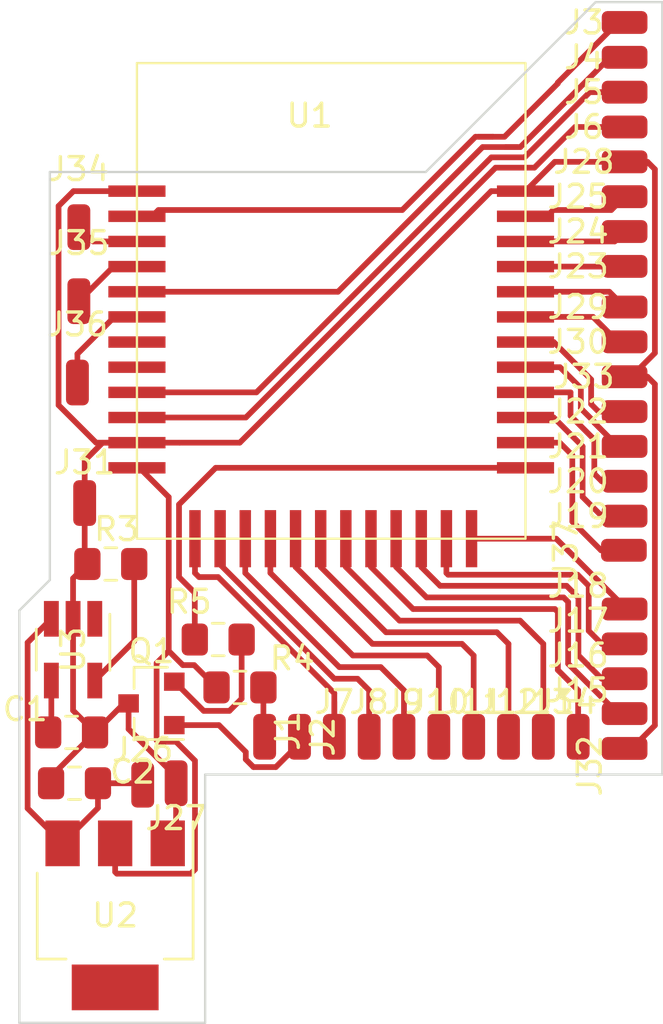
<source format=kicad_pcb>
(kicad_pcb (version 20171130) (host pcbnew "(5.1.6)-1")

  (general
    (thickness 1.6)
    (drawings 11)
    (tracks 359)
    (zones 0)
    (modules 92)
    (nets 83)
  )

  (page A4)
  (layers
    (0 F.Cu signal)
    (31 B.Cu signal hide)
    (32 B.Adhes user hide)
    (33 F.Adhes user hide)
    (34 B.Paste user hide)
    (35 F.Paste user hide)
    (36 B.SilkS user hide)
    (37 F.SilkS user)
    (38 B.Mask user hide)
    (39 F.Mask user)
    (40 Dwgs.User user hide)
    (41 Cmts.User user hide)
    (42 Eco1.User user hide)
    (43 Eco2.User user hide)
    (44 Edge.Cuts user)
    (45 Margin user hide)
    (46 B.CrtYd user hide)
    (47 F.CrtYd user hide)
    (48 B.Fab user hide)
    (49 F.Fab user hide)
  )

  (setup
    (last_trace_width 0.25)
    (trace_clearance 0.2)
    (zone_clearance 0.508)
    (zone_45_only no)
    (trace_min 0.2)
    (via_size 0.8)
    (via_drill 0.4)
    (via_min_size 0.4)
    (via_min_drill 0.3)
    (uvia_size 0.3)
    (uvia_drill 0.1)
    (uvias_allowed no)
    (uvia_min_size 0.2)
    (uvia_min_drill 0.1)
    (edge_width 0.1)
    (segment_width 0.2)
    (pcb_text_width 0.3)
    (pcb_text_size 1.5 1.5)
    (mod_edge_width 0.15)
    (mod_text_size 1 1)
    (mod_text_width 0.15)
    (pad_size 1.524 1.524)
    (pad_drill 0.762)
    (pad_to_mask_clearance 0)
    (aux_axis_origin 0 0)
    (visible_elements 7FFFFFFF)
    (pcbplotparams
      (layerselection 0x010f0_ffffffff)
      (usegerberextensions false)
      (usegerberattributes true)
      (usegerberadvancedattributes true)
      (creategerberjobfile true)
      (excludeedgelayer true)
      (linewidth 0.100000)
      (plotframeref false)
      (viasonmask false)
      (mode 1)
      (useauxorigin false)
      (hpglpennumber 1)
      (hpglpenspeed 20)
      (hpglpendiameter 15.000000)
      (psnegative false)
      (psa4output false)
      (plotreference true)
      (plotvalue true)
      (plotinvisibletext false)
      (padsonsilk false)
      (subtractmaskfromsilk false)
      (outputformat 1)
      (mirror false)
      (drillshape 0)
      (scaleselection 1)
      (outputdirectory "../../plates/PM/"))
  )

  (net 0 "")
  (net 1 "Net-(R3-Pad2)")
  (net 2 "Net-(BT1-Pad1)")
  (net 3 "Net-(R1-Pad2)")
  (net 4 "Net-(Q1-Pad2)")
  (net 5 S15)
  (net 6 S4)
  (net 7 "Net-(U1-Pad7)")
  (net 8 "Net-(U1-Pad8)")
  (net 9 S5)
  (net 10 S10)
  (net 11 S3)
  (net 12 S14)
  (net 13 S9)
  (net 14 S8)
  (net 15 S13)
  (net 16 S2)
  (net 17 S7)
  (net 18 S12)
  (net 19 S1)
  (net 20 S6)
  (net 21 S11)
  (net 22 S19)
  (net 23 S23)
  (net 24 S22)
  (net 25 S21)
  (net 26 S16)
  (net 27 S20)
  (net 28 S18)
  (net 29 S17)
  (net 30 "Net-(J1-Pad1)")
  (net 31 "Net-(J2-Pad1)")
  (net 32 "Net-(J29-Pad1)")
  (net 33 "Net-(J30-Pad1)")
  (net 34 GND_R)
  (net 35 5V_R)
  (net 36 "Net-(BT2-Pad1)")
  (net 37 "Net-(J38-Pad1)")
  (net 38 "Net-(J39-Pad1)")
  (net 39 S24)
  (net 40 S25)
  (net 41 S26)
  (net 42 S27)
  (net 43 S28)
  (net 44 S29)
  (net 45 S30)
  (net 46 S31)
  (net 47 S32)
  (net 48 S33)
  (net 49 S34)
  (net 50 S35)
  (net 51 S36)
  (net 52 S37)
  (net 53 S38)
  (net 54 S39)
  (net 55 S40)
  (net 56 S41)
  (net 57 S42)
  (net 58 S43)
  (net 59 S44)
  (net 60 S45)
  (net 61 S46)
  (net 62 "Net-(Q2-Pad2)")
  (net 63 "Net-(R6-Pad2)")
  (net 64 "Net-(R8-Pad2)")
  (net 65 LED_R)
  (net 66 3.3V_R)
  (net 67 "Net-(U4-Pad7)")
  (net 68 "Net-(U4-Pad8)")
  (net 69 GND_L)
  (net 70 5V_L)
  (net 71 EXT1)
  (net 72 EXT2)
  (net 73 EXT3)
  (net 74 EXT4)
  (net 75 "Net-(J66-Pad1)")
  (net 76 "Net-(J67-Pad1)")
  (net 77 EXT5)
  (net 78 EXT6)
  (net 79 EXT7)
  (net 80 EXT8)
  (net 81 3.3V_L)
  (net 82 LED_L)

  (net_class Default "Dies ist die voreingestellte Netzklasse."
    (clearance 0.2)
    (trace_width 0.25)
    (via_dia 0.8)
    (via_drill 0.4)
    (uvia_dia 0.3)
    (uvia_drill 0.1)
    (add_net 3.3V_L)
    (add_net 3.3V_R)
    (add_net 5V_L)
    (add_net 5V_R)
    (add_net EXT1)
    (add_net EXT2)
    (add_net EXT3)
    (add_net EXT4)
    (add_net EXT5)
    (add_net EXT6)
    (add_net EXT7)
    (add_net EXT8)
    (add_net GND_L)
    (add_net GND_R)
    (add_net LED_L)
    (add_net LED_R)
    (add_net "Net-(BT1-Pad1)")
    (add_net "Net-(BT2-Pad1)")
    (add_net "Net-(J1-Pad1)")
    (add_net "Net-(J2-Pad1)")
    (add_net "Net-(J29-Pad1)")
    (add_net "Net-(J30-Pad1)")
    (add_net "Net-(J38-Pad1)")
    (add_net "Net-(J39-Pad1)")
    (add_net "Net-(J66-Pad1)")
    (add_net "Net-(J67-Pad1)")
    (add_net "Net-(Q1-Pad2)")
    (add_net "Net-(Q2-Pad2)")
    (add_net "Net-(R1-Pad2)")
    (add_net "Net-(R3-Pad2)")
    (add_net "Net-(R6-Pad2)")
    (add_net "Net-(R8-Pad2)")
    (add_net "Net-(U1-Pad7)")
    (add_net "Net-(U1-Pad8)")
    (add_net "Net-(U4-Pad7)")
    (add_net "Net-(U4-Pad8)")
    (add_net S1)
    (add_net S10)
    (add_net S11)
    (add_net S12)
    (add_net S13)
    (add_net S14)
    (add_net S15)
    (add_net S16)
    (add_net S17)
    (add_net S18)
    (add_net S19)
    (add_net S2)
    (add_net S20)
    (add_net S21)
    (add_net S22)
    (add_net S23)
    (add_net S24)
    (add_net S25)
    (add_net S26)
    (add_net S27)
    (add_net S28)
    (add_net S29)
    (add_net S3)
    (add_net S30)
    (add_net S31)
    (add_net S32)
    (add_net S33)
    (add_net S34)
    (add_net S35)
    (add_net S36)
    (add_net S37)
    (add_net S38)
    (add_net S39)
    (add_net S4)
    (add_net S40)
    (add_net S41)
    (add_net S42)
    (add_net S43)
    (add_net S44)
    (add_net S45)
    (add_net S46)
    (add_net S5)
    (add_net S6)
    (add_net S7)
    (add_net S8)
    (add_net S9)
  )

  (module Connector_Wire:SolderWirePad_1x01_SMD_1x2mm (layer F.Cu) (tedit 5DD6EB27) (tstamp 5FD286A1)
    (at 68.7705 96.52 180)
    (descr "Wire Pad, Square, SMD Pad,  5mm x 10mm,")
    (tags "MesurementPoint Square SMDPad 5mmx10mm ")
    (path /60063777/60086249)
    (attr virtual)
    (fp_text reference J27 (at 0 -1.524) (layer F.SilkS)
      (effects (font (size 1 1) (thickness 0.15)))
    )
    (fp_text value Conn_01x01 (at 0 2.54) (layer F.Fab)
      (effects (font (size 1 1) (thickness 0.15)))
    )
    (fp_line (start -0.63 1.27) (end -0.63 -1.27) (layer F.Fab) (width 0.1))
    (fp_line (start 0.63 1.27) (end -0.63 1.27) (layer F.Fab) (width 0.1))
    (fp_line (start 0.63 -1.27) (end 0.63 1.27) (layer F.Fab) (width 0.1))
    (fp_line (start -0.63 -1.27) (end 0.63 -1.27) (layer F.Fab) (width 0.1))
    (fp_line (start -0.63 -1.27) (end -0.63 1.27) (layer F.CrtYd) (width 0.05))
    (fp_line (start -0.63 1.27) (end 0.63 1.27) (layer F.CrtYd) (width 0.05))
    (fp_line (start 0.63 1.27) (end 0.63 -1.27) (layer F.CrtYd) (width 0.05))
    (fp_line (start 0.63 -1.27) (end -0.63 -1.27) (layer F.CrtYd) (width 0.05))
    (fp_text user %R (at 0 0) (layer F.Fab)
      (effects (font (size 1 1) (thickness 0.15)))
    )
    (pad 1 smd roundrect (at 0 0 180) (size 1 2) (layers F.Cu F.Paste F.Mask) (roundrect_rratio 0.25)
      (net 69 GND_L))
  )

  (module Capacitor_SMD:C_0805_2012Metric_Pad1.15x1.40mm_HandSolder (layer F.Cu) (tedit 5B36C52B) (tstamp 5FD28516)
    (at 64.1985 94.2975)
    (descr "Capacitor SMD 0805 (2012 Metric), square (rectangular) end terminal, IPC_7351 nominal with elongated pad for handsoldering. (Body size source: https://docs.google.com/spreadsheets/d/1BsfQQcO9C6DZCsRaXUlFlo91Tg2WpOkGARC1WS5S8t0/edit?usp=sharing), generated with kicad-footprint-generator")
    (tags "capacitor handsolder")
    (path /60063777/60086378)
    (attr smd)
    (fp_text reference C1 (at -2.032 -1.016) (layer F.SilkS)
      (effects (font (size 1 1) (thickness 0.15)))
    )
    (fp_text value 10µF (at 0 1.65) (layer F.Fab)
      (effects (font (size 1 1) (thickness 0.15)))
    )
    (fp_line (start 1.85 0.95) (end -1.85 0.95) (layer F.CrtYd) (width 0.05))
    (fp_line (start 1.85 -0.95) (end 1.85 0.95) (layer F.CrtYd) (width 0.05))
    (fp_line (start -1.85 -0.95) (end 1.85 -0.95) (layer F.CrtYd) (width 0.05))
    (fp_line (start -1.85 0.95) (end -1.85 -0.95) (layer F.CrtYd) (width 0.05))
    (fp_line (start -0.261252 0.71) (end 0.261252 0.71) (layer F.SilkS) (width 0.12))
    (fp_line (start -0.261252 -0.71) (end 0.261252 -0.71) (layer F.SilkS) (width 0.12))
    (fp_line (start 1 0.6) (end -1 0.6) (layer F.Fab) (width 0.1))
    (fp_line (start 1 -0.6) (end 1 0.6) (layer F.Fab) (width 0.1))
    (fp_line (start -1 -0.6) (end 1 -0.6) (layer F.Fab) (width 0.1))
    (fp_line (start -1 0.6) (end -1 -0.6) (layer F.Fab) (width 0.1))
    (fp_text user %R (at 0 0) (layer F.Fab)
      (effects (font (size 0.5 0.5) (thickness 0.08)))
    )
    (pad 2 smd roundrect (at 1.025 0) (size 1.15 1.4) (layers F.Cu F.Paste F.Mask) (roundrect_rratio 0.217391)
      (net 69 GND_L))
    (pad 1 smd roundrect (at -1.025 0) (size 1.15 1.4) (layers F.Cu F.Paste F.Mask) (roundrect_rratio 0.217391)
      (net 70 5V_L))
    (model ${KISYS3DMOD}/Capacitor_SMD.3dshapes/C_0805_2012Metric.wrl
      (at (xyz 0 0 0))
      (scale (xyz 1 1 1))
      (rotate (xyz 0 0 0))
    )
  )

  (module Connector_Wire:SolderWirePad_1x01_SMD_1x2mm (layer F.Cu) (tedit 5DD6EB27) (tstamp 5FD46302)
    (at 64.516 72.1995)
    (descr "Wire Pad, Square, SMD Pad,  5mm x 10mm,")
    (tags "MesurementPoint Square SMDPad 5mmx10mm ")
    (path /60063777/5FD81752)
    (attr virtual)
    (fp_text reference J34 (at 0 -2.54) (layer F.SilkS)
      (effects (font (size 1 1) (thickness 0.15)))
    )
    (fp_text value Conn_01x01 (at 0 2.54) (layer F.Fab)
      (effects (font (size 1 1) (thickness 0.15)))
    )
    (fp_line (start -0.63 1.27) (end -0.63 -1.27) (layer F.Fab) (width 0.1))
    (fp_line (start 0.63 1.27) (end -0.63 1.27) (layer F.Fab) (width 0.1))
    (fp_line (start 0.63 -1.27) (end 0.63 1.27) (layer F.Fab) (width 0.1))
    (fp_line (start -0.63 -1.27) (end 0.63 -1.27) (layer F.Fab) (width 0.1))
    (fp_line (start -0.63 -1.27) (end -0.63 1.27) (layer F.CrtYd) (width 0.05))
    (fp_line (start -0.63 1.27) (end 0.63 1.27) (layer F.CrtYd) (width 0.05))
    (fp_line (start 0.63 1.27) (end 0.63 -1.27) (layer F.CrtYd) (width 0.05))
    (fp_line (start 0.63 -1.27) (end -0.63 -1.27) (layer F.CrtYd) (width 0.05))
    (fp_text user %R (at 0 0) (layer F.Fab)
      (effects (font (size 1 1) (thickness 0.15)))
    )
    (pad 1 smd roundrect (at 0 0) (size 1 2) (layers F.Cu F.Paste F.Mask) (roundrect_rratio 0.25)
      (net 71 EXT1))
  )

  (module Connector_Wire:SolderWirePad_1x01_SMD_1x2mm (layer F.Cu) (tedit 5DD6EB27) (tstamp 5FD46310)
    (at 64.516 75.438)
    (descr "Wire Pad, Square, SMD Pad,  5mm x 10mm,")
    (tags "MesurementPoint Square SMDPad 5mmx10mm ")
    (path /60063777/5FD8174C)
    (attr virtual)
    (fp_text reference J35 (at 0 -2.54) (layer F.SilkS)
      (effects (font (size 1 1) (thickness 0.15)))
    )
    (fp_text value Conn_01x01 (at 0 2.54) (layer F.Fab)
      (effects (font (size 1 1) (thickness 0.15)))
    )
    (fp_line (start -0.63 1.27) (end -0.63 -1.27) (layer F.Fab) (width 0.1))
    (fp_line (start 0.63 1.27) (end -0.63 1.27) (layer F.Fab) (width 0.1))
    (fp_line (start 0.63 -1.27) (end 0.63 1.27) (layer F.Fab) (width 0.1))
    (fp_line (start -0.63 -1.27) (end 0.63 -1.27) (layer F.Fab) (width 0.1))
    (fp_line (start -0.63 -1.27) (end -0.63 1.27) (layer F.CrtYd) (width 0.05))
    (fp_line (start -0.63 1.27) (end 0.63 1.27) (layer F.CrtYd) (width 0.05))
    (fp_line (start 0.63 1.27) (end 0.63 -1.27) (layer F.CrtYd) (width 0.05))
    (fp_line (start 0.63 -1.27) (end -0.63 -1.27) (layer F.CrtYd) (width 0.05))
    (fp_text user %R (at 0 0) (layer F.Fab)
      (effects (font (size 1 1) (thickness 0.15)))
    )
    (pad 1 smd roundrect (at 0 0) (size 1 2) (layers F.Cu F.Paste F.Mask) (roundrect_rratio 0.25)
      (net 72 EXT2))
  )

  (module Connector_Wire:SolderWirePad_1x01_SMD_1x2mm (layer F.Cu) (tedit 5DD6EB27) (tstamp 5FD4631E)
    (at 64.4525 78.994)
    (descr "Wire Pad, Square, SMD Pad,  5mm x 10mm,")
    (tags "MesurementPoint Square SMDPad 5mmx10mm ")
    (path /60063777/5FD81746)
    (attr virtual)
    (fp_text reference J36 (at 0 -2.54) (layer F.SilkS)
      (effects (font (size 1 1) (thickness 0.15)))
    )
    (fp_text value Conn_01x01 (at 0 2.54) (layer F.Fab)
      (effects (font (size 1 1) (thickness 0.15)))
    )
    (fp_line (start -0.63 1.27) (end -0.63 -1.27) (layer F.Fab) (width 0.1))
    (fp_line (start 0.63 1.27) (end -0.63 1.27) (layer F.Fab) (width 0.1))
    (fp_line (start 0.63 -1.27) (end 0.63 1.27) (layer F.Fab) (width 0.1))
    (fp_line (start -0.63 -1.27) (end 0.63 -1.27) (layer F.Fab) (width 0.1))
    (fp_line (start -0.63 -1.27) (end -0.63 1.27) (layer F.CrtYd) (width 0.05))
    (fp_line (start -0.63 1.27) (end 0.63 1.27) (layer F.CrtYd) (width 0.05))
    (fp_line (start 0.63 1.27) (end 0.63 -1.27) (layer F.CrtYd) (width 0.05))
    (fp_line (start 0.63 -1.27) (end -0.63 -1.27) (layer F.CrtYd) (width 0.05))
    (fp_text user %R (at 0 0) (layer F.Fab)
      (effects (font (size 1 1) (thickness 0.15)))
    )
    (pad 1 smd roundrect (at 0 0) (size 1 2) (layers F.Cu F.Paste F.Mask) (roundrect_rratio 0.25)
      (net 73 EXT3))
  )

  (module Connector_Wire:SolderWirePad_1x01_SMD_1x2mm (layer B.Cu) (tedit 5DD6EB27) (tstamp 5FD3B36A)
    (at 136.4615 91.2495 90)
    (descr "Wire Pad, Square, SMD Pad,  5mm x 10mm,")
    (tags "MesurementPoint Square SMDPad 5mmx10mm ")
    (path /60063B08/5FDE2118)
    (attr virtual)
    (fp_text reference J74 (at 0 2.54 90) (layer B.SilkS)
      (effects (font (size 1 1) (thickness 0.15)) (justify mirror))
    )
    (fp_text value Conn_01x01 (at 0 -2.54 90) (layer B.Fab)
      (effects (font (size 1 1) (thickness 0.15)) (justify mirror))
    )
    (fp_text user %R (at 0 0 90) (layer B.Fab)
      (effects (font (size 1 1) (thickness 0.15)) (justify mirror))
    )
    (fp_line (start 0.63 1.27) (end -0.63 1.27) (layer B.CrtYd) (width 0.05))
    (fp_line (start 0.63 -1.27) (end 0.63 1.27) (layer B.CrtYd) (width 0.05))
    (fp_line (start -0.63 -1.27) (end 0.63 -1.27) (layer B.CrtYd) (width 0.05))
    (fp_line (start -0.63 1.27) (end -0.63 -1.27) (layer B.CrtYd) (width 0.05))
    (fp_line (start -0.63 1.27) (end 0.63 1.27) (layer B.Fab) (width 0.1))
    (fp_line (start 0.63 1.27) (end 0.63 -1.27) (layer B.Fab) (width 0.1))
    (fp_line (start 0.63 -1.27) (end -0.63 -1.27) (layer B.Fab) (width 0.1))
    (fp_line (start -0.63 -1.27) (end -0.63 1.27) (layer B.Fab) (width 0.1))
    (pad 1 smd roundrect (at 0 0 90) (size 1 2) (layers B.Cu B.Paste B.Mask) (roundrect_rratio 0.25)
      (net 80 EXT8))
  )

  (module Connector_Wire:SolderWirePad_1x01_SMD_1x2mm (layer B.Cu) (tedit 5DD6EB27) (tstamp 5FD3B35C)
    (at 191.2775 82.507)
    (descr "Wire Pad, Square, SMD Pad,  5mm x 10mm,")
    (tags "MesurementPoint Square SMDPad 5mmx10mm ")
    (path /60063B08/5FDE211E)
    (attr virtual)
    (fp_text reference J73 (at 0 2.54) (layer B.SilkS)
      (effects (font (size 1 1) (thickness 0.15)) (justify mirror))
    )
    (fp_text value Conn_01x01 (at 0 -2.54) (layer B.Fab)
      (effects (font (size 1 1) (thickness 0.15)) (justify mirror))
    )
    (fp_text user %R (at 0 0) (layer B.Fab)
      (effects (font (size 1 1) (thickness 0.15)) (justify mirror))
    )
    (fp_line (start 0.63 1.27) (end -0.63 1.27) (layer B.CrtYd) (width 0.05))
    (fp_line (start 0.63 -1.27) (end 0.63 1.27) (layer B.CrtYd) (width 0.05))
    (fp_line (start -0.63 -1.27) (end 0.63 -1.27) (layer B.CrtYd) (width 0.05))
    (fp_line (start -0.63 1.27) (end -0.63 -1.27) (layer B.CrtYd) (width 0.05))
    (fp_line (start -0.63 1.27) (end 0.63 1.27) (layer B.Fab) (width 0.1))
    (fp_line (start 0.63 1.27) (end 0.63 -1.27) (layer B.Fab) (width 0.1))
    (fp_line (start 0.63 -1.27) (end -0.63 -1.27) (layer B.Fab) (width 0.1))
    (fp_line (start -0.63 -1.27) (end -0.63 1.27) (layer B.Fab) (width 0.1))
    (pad 1 smd roundrect (at 0 0) (size 1 2) (layers B.Cu B.Paste B.Mask) (roundrect_rratio 0.25)
      (net 79 EXT7))
  )

  (module Connector_Wire:SolderWirePad_1x01_SMD_1x2mm (layer B.Cu) (tedit 5DD6EB27) (tstamp 5FD3B34E)
    (at 187.3375 78.977)
    (descr "Wire Pad, Square, SMD Pad,  5mm x 10mm,")
    (tags "MesurementPoint Square SMDPad 5mmx10mm ")
    (path /60063B08/5FDE2124)
    (attr virtual)
    (fp_text reference J72 (at 0 2.54) (layer B.SilkS)
      (effects (font (size 1 1) (thickness 0.15)) (justify mirror))
    )
    (fp_text value Conn_01x01 (at 0 -2.54) (layer B.Fab)
      (effects (font (size 1 1) (thickness 0.15)) (justify mirror))
    )
    (fp_text user %R (at 0 0) (layer B.Fab)
      (effects (font (size 1 1) (thickness 0.15)) (justify mirror))
    )
    (fp_line (start 0.63 1.27) (end -0.63 1.27) (layer B.CrtYd) (width 0.05))
    (fp_line (start 0.63 -1.27) (end 0.63 1.27) (layer B.CrtYd) (width 0.05))
    (fp_line (start -0.63 -1.27) (end 0.63 -1.27) (layer B.CrtYd) (width 0.05))
    (fp_line (start -0.63 1.27) (end -0.63 -1.27) (layer B.CrtYd) (width 0.05))
    (fp_line (start -0.63 1.27) (end 0.63 1.27) (layer B.Fab) (width 0.1))
    (fp_line (start 0.63 1.27) (end 0.63 -1.27) (layer B.Fab) (width 0.1))
    (fp_line (start 0.63 -1.27) (end -0.63 -1.27) (layer B.Fab) (width 0.1))
    (fp_line (start -0.63 -1.27) (end -0.63 1.27) (layer B.Fab) (width 0.1))
    (pad 1 smd roundrect (at 0 0) (size 1 2) (layers B.Cu B.Paste B.Mask) (roundrect_rratio 0.25)
      (net 78 EXT6))
  )

  (module Connector_Wire:SolderWirePad_1x01_SMD_1x2mm (layer B.Cu) (tedit 5DD6EB27) (tstamp 5FD3B340)
    (at 190.5075 78.477)
    (descr "Wire Pad, Square, SMD Pad,  5mm x 10mm,")
    (tags "MesurementPoint Square SMDPad 5mmx10mm ")
    (path /60063B08/5FDE212A)
    (attr virtual)
    (fp_text reference J71 (at 0 2.54) (layer B.SilkS)
      (effects (font (size 1 1) (thickness 0.15)) (justify mirror))
    )
    (fp_text value Conn_01x01 (at 0 -2.54) (layer B.Fab)
      (effects (font (size 1 1) (thickness 0.15)) (justify mirror))
    )
    (fp_text user %R (at 0 0) (layer B.Fab)
      (effects (font (size 1 1) (thickness 0.15)) (justify mirror))
    )
    (fp_line (start 0.63 1.27) (end -0.63 1.27) (layer B.CrtYd) (width 0.05))
    (fp_line (start 0.63 -1.27) (end 0.63 1.27) (layer B.CrtYd) (width 0.05))
    (fp_line (start -0.63 -1.27) (end 0.63 -1.27) (layer B.CrtYd) (width 0.05))
    (fp_line (start -0.63 1.27) (end -0.63 -1.27) (layer B.CrtYd) (width 0.05))
    (fp_line (start -0.63 1.27) (end 0.63 1.27) (layer B.Fab) (width 0.1))
    (fp_line (start 0.63 1.27) (end 0.63 -1.27) (layer B.Fab) (width 0.1))
    (fp_line (start 0.63 -1.27) (end -0.63 -1.27) (layer B.Fab) (width 0.1))
    (fp_line (start -0.63 -1.27) (end -0.63 1.27) (layer B.Fab) (width 0.1))
    (pad 1 smd roundrect (at 0 0) (size 1 2) (layers B.Cu B.Paste B.Mask) (roundrect_rratio 0.25)
      (net 77 EXT5))
  )

  (module Connector_Wire:SolderWirePad_1x01_SMD_1x2mm (layer B.Cu) (tedit 5DD6EB27) (tstamp 5FD3B332)
    (at 136.4615 76.3835 90)
    (descr "Wire Pad, Square, SMD Pad,  5mm x 10mm,")
    (tags "MesurementPoint Square SMDPad 5mmx10mm ")
    (path /60063B08/6006BB05)
    (attr virtual)
    (fp_text reference J70 (at 0 2.54 90) (layer B.SilkS)
      (effects (font (size 1 1) (thickness 0.15)) (justify mirror))
    )
    (fp_text value Conn_01x01 (at 0 -2.54 90) (layer B.Fab)
      (effects (font (size 1 1) (thickness 0.15)) (justify mirror))
    )
    (fp_text user %R (at 0 0 90) (layer B.Fab)
      (effects (font (size 1 1) (thickness 0.15)) (justify mirror))
    )
    (fp_line (start 0.63 1.27) (end -0.63 1.27) (layer B.CrtYd) (width 0.05))
    (fp_line (start 0.63 -1.27) (end 0.63 1.27) (layer B.CrtYd) (width 0.05))
    (fp_line (start -0.63 -1.27) (end 0.63 -1.27) (layer B.CrtYd) (width 0.05))
    (fp_line (start -0.63 1.27) (end -0.63 -1.27) (layer B.CrtYd) (width 0.05))
    (fp_line (start -0.63 1.27) (end 0.63 1.27) (layer B.Fab) (width 0.1))
    (fp_line (start 0.63 1.27) (end 0.63 -1.27) (layer B.Fab) (width 0.1))
    (fp_line (start 0.63 -1.27) (end -0.63 -1.27) (layer B.Fab) (width 0.1))
    (fp_line (start -0.63 -1.27) (end -0.63 1.27) (layer B.Fab) (width 0.1))
    (pad 1 smd roundrect (at 0 0 90) (size 1 2) (layers B.Cu B.Paste B.Mask) (roundrect_rratio 0.25)
      (net 34 GND_R))
  )

  (module Connector_Wire:SolderWirePad_1x01_SMD_1x2mm (layer B.Cu) (tedit 5DD6EB27) (tstamp 5FD3B324)
    (at 250.9075 80.447)
    (descr "Wire Pad, Square, SMD Pad,  5mm x 10mm,")
    (tags "MesurementPoint Square SMDPad 5mmx10mm ")
    (path /60063B08/6006BAEF)
    (attr virtual)
    (fp_text reference J69 (at 0 2.54) (layer B.SilkS)
      (effects (font (size 1 1) (thickness 0.15)) (justify mirror))
    )
    (fp_text value Conn_01x01 (at 0 -2.54) (layer B.Fab)
      (effects (font (size 1 1) (thickness 0.15)) (justify mirror))
    )
    (fp_text user %R (at 0 0) (layer B.Fab)
      (effects (font (size 1 1) (thickness 0.15)) (justify mirror))
    )
    (fp_line (start 0.63 1.27) (end -0.63 1.27) (layer B.CrtYd) (width 0.05))
    (fp_line (start 0.63 -1.27) (end 0.63 1.27) (layer B.CrtYd) (width 0.05))
    (fp_line (start -0.63 -1.27) (end 0.63 -1.27) (layer B.CrtYd) (width 0.05))
    (fp_line (start -0.63 1.27) (end -0.63 -1.27) (layer B.CrtYd) (width 0.05))
    (fp_line (start -0.63 1.27) (end 0.63 1.27) (layer B.Fab) (width 0.1))
    (fp_line (start 0.63 1.27) (end 0.63 -1.27) (layer B.Fab) (width 0.1))
    (fp_line (start 0.63 -1.27) (end -0.63 -1.27) (layer B.Fab) (width 0.1))
    (fp_line (start -0.63 -1.27) (end -0.63 1.27) (layer B.Fab) (width 0.1))
    (pad 1 smd roundrect (at 0 0) (size 1 2) (layers B.Cu B.Paste B.Mask) (roundrect_rratio 0.25)
      (net 34 GND_R))
  )

  (module Connector_Wire:SolderWirePad_1x01_SMD_1x2mm (layer B.Cu) (tedit 5DD6EB27) (tstamp 5FD3B316)
    (at 135.89 101.092)
    (descr "Wire Pad, Square, SMD Pad,  5mm x 10mm,")
    (tags "MesurementPoint Square SMDPad 5mmx10mm ")
    (path /60063B08/6006BAE8)
    (attr virtual)
    (fp_text reference J68 (at 0 2.54) (layer B.SilkS)
      (effects (font (size 1 1) (thickness 0.15)) (justify mirror))
    )
    (fp_text value Conn_01x01 (at 0 -2.54) (layer B.Fab)
      (effects (font (size 1 1) (thickness 0.15)) (justify mirror))
    )
    (fp_text user %R (at 0 0) (layer B.Fab)
      (effects (font (size 1 1) (thickness 0.15)) (justify mirror))
    )
    (fp_line (start 0.63 1.27) (end -0.63 1.27) (layer B.CrtYd) (width 0.05))
    (fp_line (start 0.63 -1.27) (end 0.63 1.27) (layer B.CrtYd) (width 0.05))
    (fp_line (start -0.63 -1.27) (end 0.63 -1.27) (layer B.CrtYd) (width 0.05))
    (fp_line (start -0.63 1.27) (end -0.63 -1.27) (layer B.CrtYd) (width 0.05))
    (fp_line (start -0.63 1.27) (end 0.63 1.27) (layer B.Fab) (width 0.1))
    (fp_line (start 0.63 1.27) (end 0.63 -1.27) (layer B.Fab) (width 0.1))
    (fp_line (start 0.63 -1.27) (end -0.63 -1.27) (layer B.Fab) (width 0.1))
    (fp_line (start -0.63 -1.27) (end -0.63 1.27) (layer B.Fab) (width 0.1))
    (pad 1 smd roundrect (at 0 0) (size 1 2) (layers B.Cu B.Paste B.Mask) (roundrect_rratio 0.25)
      (net 34 GND_R))
  )

  (module Connector_Wire:SolderWirePad_1x01_SMD_1x2mm (layer B.Cu) (tedit 5DD6EB27) (tstamp 5FD3B308)
    (at 136.4615 83.7835 90)
    (descr "Wire Pad, Square, SMD Pad,  5mm x 10mm,")
    (tags "MesurementPoint Square SMDPad 5mmx10mm ")
    (path /60063B08/6006BAF9)
    (attr virtual)
    (fp_text reference J67 (at 0 2.54 90) (layer B.SilkS)
      (effects (font (size 1 1) (thickness 0.15)) (justify mirror))
    )
    (fp_text value Conn_01x01 (at 0 -2.54 90) (layer B.Fab)
      (effects (font (size 1 1) (thickness 0.15)) (justify mirror))
    )
    (fp_text user %R (at 0 0 90) (layer B.Fab)
      (effects (font (size 1 1) (thickness 0.15)) (justify mirror))
    )
    (fp_line (start 0.63 1.27) (end -0.63 1.27) (layer B.CrtYd) (width 0.05))
    (fp_line (start 0.63 -1.27) (end 0.63 1.27) (layer B.CrtYd) (width 0.05))
    (fp_line (start -0.63 -1.27) (end 0.63 -1.27) (layer B.CrtYd) (width 0.05))
    (fp_line (start -0.63 1.27) (end -0.63 -1.27) (layer B.CrtYd) (width 0.05))
    (fp_line (start -0.63 1.27) (end 0.63 1.27) (layer B.Fab) (width 0.1))
    (fp_line (start 0.63 1.27) (end 0.63 -1.27) (layer B.Fab) (width 0.1))
    (fp_line (start 0.63 -1.27) (end -0.63 -1.27) (layer B.Fab) (width 0.1))
    (fp_line (start -0.63 -1.27) (end -0.63 1.27) (layer B.Fab) (width 0.1))
    (pad 1 smd roundrect (at 0 0 90) (size 1 2) (layers B.Cu B.Paste B.Mask) (roundrect_rratio 0.25)
      (net 76 "Net-(J67-Pad1)"))
  )

  (module Package_TO_SOT_SMD:SOT-223 (layer B.Cu) (tedit 5A02FF57) (tstamp 5FD46747)
    (at 158.4575 116.357 270)
    (descr "module CMS SOT223 4 pins")
    (tags "CMS SOT")
    (path /60063B08/6006BC41)
    (attr smd)
    (fp_text reference U6 (at 0 4.5 90) (layer B.SilkS)
      (effects (font (size 1 1) (thickness 0.15)) (justify mirror))
    )
    (fp_text value MCP73831-2-OT (at 0 -4.5 90) (layer B.Fab)
      (effects (font (size 1 1) (thickness 0.15)) (justify mirror))
    )
    (fp_line (start 1.85 3.35) (end 1.85 -3.35) (layer B.Fab) (width 0.1))
    (fp_line (start -1.85 -3.35) (end 1.85 -3.35) (layer B.Fab) (width 0.1))
    (fp_line (start -4.1 3.41) (end 1.91 3.41) (layer B.SilkS) (width 0.12))
    (fp_line (start -0.8 3.35) (end 1.85 3.35) (layer B.Fab) (width 0.1))
    (fp_line (start -1.85 -3.41) (end 1.91 -3.41) (layer B.SilkS) (width 0.12))
    (fp_line (start -1.85 2.3) (end -1.85 -3.35) (layer B.Fab) (width 0.1))
    (fp_line (start -4.4 3.6) (end -4.4 -3.6) (layer B.CrtYd) (width 0.05))
    (fp_line (start -4.4 -3.6) (end 4.4 -3.6) (layer B.CrtYd) (width 0.05))
    (fp_line (start 4.4 -3.6) (end 4.4 3.6) (layer B.CrtYd) (width 0.05))
    (fp_line (start 4.4 3.6) (end -4.4 3.6) (layer B.CrtYd) (width 0.05))
    (fp_line (start 1.91 3.41) (end 1.91 2.15) (layer B.SilkS) (width 0.12))
    (fp_line (start 1.91 -3.41) (end 1.91 -2.15) (layer B.SilkS) (width 0.12))
    (fp_line (start -1.85 2.3) (end -0.8 3.35) (layer B.Fab) (width 0.1))
    (fp_text user %R (at 0 0 180) (layer B.Fab)
      (effects (font (size 0.8 0.8) (thickness 0.12)) (justify mirror))
    )
    (pad 1 smd rect (at -3.15 2.3 270) (size 2 1.5) (layers B.Cu B.Paste B.Mask)
      (net 63 "Net-(R6-Pad2)"))
    (pad 3 smd rect (at -3.15 -2.3 270) (size 2 1.5) (layers B.Cu B.Paste B.Mask)
      (net 36 "Net-(BT2-Pad1)"))
    (pad 2 smd rect (at -3.15 0 270) (size 2 1.5) (layers B.Cu B.Paste B.Mask)
      (net 34 GND_R))
    (pad 4 smd rect (at 3.15 0 270) (size 2 3.8) (layers B.Cu B.Paste B.Mask)
      (net 35 5V_R))
    (model ${KISYS3DMOD}/Package_TO_SOT_SMD.3dshapes/SOT-223.wrl
      (at (xyz 0 0 0))
      (scale (xyz 1 1 1))
      (rotate (xyz 0 0 0))
    )
  )

  (module Package_TO_SOT_SMD:SOT-23-5_HandSoldering (layer B.Cu) (tedit 5A0AB76C) (tstamp 5FD46731)
    (at 159.512 106.2355)
    (descr "5-pin SOT23 package")
    (tags "SOT-23-5 hand-soldering")
    (path /60063B08/6006BC22)
    (attr smd)
    (fp_text reference U5 (at 0 2.9) (layer B.SilkS)
      (effects (font (size 1 1) (thickness 0.15)) (justify mirror))
    )
    (fp_text value LT1117-3.3 (at 0 -2.9) (layer B.Fab)
      (effects (font (size 1 1) (thickness 0.15)) (justify mirror))
    )
    (fp_text user %R (at 0 0 -90) (layer B.Fab)
      (effects (font (size 0.5 0.5) (thickness 0.075)) (justify mirror))
    )
    (fp_line (start -0.9 -1.61) (end 0.9 -1.61) (layer B.SilkS) (width 0.12))
    (fp_line (start 0.9 1.61) (end -1.55 1.61) (layer B.SilkS) (width 0.12))
    (fp_line (start -0.9 0.9) (end -0.25 1.55) (layer B.Fab) (width 0.1))
    (fp_line (start 0.9 1.55) (end -0.25 1.55) (layer B.Fab) (width 0.1))
    (fp_line (start -0.9 0.9) (end -0.9 -1.55) (layer B.Fab) (width 0.1))
    (fp_line (start 0.9 -1.55) (end -0.9 -1.55) (layer B.Fab) (width 0.1))
    (fp_line (start 0.9 1.55) (end 0.9 -1.55) (layer B.Fab) (width 0.1))
    (fp_line (start -2.38 1.8) (end 2.38 1.8) (layer B.CrtYd) (width 0.05))
    (fp_line (start -2.38 1.8) (end -2.38 -1.8) (layer B.CrtYd) (width 0.05))
    (fp_line (start 2.38 -1.8) (end 2.38 1.8) (layer B.CrtYd) (width 0.05))
    (fp_line (start 2.38 -1.8) (end -2.38 -1.8) (layer B.CrtYd) (width 0.05))
    (pad 1 smd rect (at -1.35 0.95) (size 1.56 0.65) (layers B.Cu B.Paste B.Mask)
      (net 34 GND_R))
    (pad 2 smd rect (at -1.35 0) (size 1.56 0.65) (layers B.Cu B.Paste B.Mask)
      (net 66 3.3V_R))
    (pad 3 smd rect (at -1.35 -0.95) (size 1.56 0.65) (layers B.Cu B.Paste B.Mask)
      (net 36 "Net-(BT2-Pad1)"))
    (pad 4 smd rect (at 1.35 -0.95) (size 1.56 0.65) (layers B.Cu B.Paste B.Mask))
    (pad 5 smd rect (at 1.35 0.95) (size 1.56 0.65) (layers B.Cu B.Paste B.Mask))
    (model ${KISYS3DMOD}/Package_TO_SOT_SMD.3dshapes/SOT-23-5.wrl
      (at (xyz 0 0 0))
      (scale (xyz 1 1 1))
      (rotate (xyz 0 0 0))
    )
  )

  (module "pcb:Core51822_(B)" (layer B.Cu) (tedit 5F61E7A0) (tstamp 5FD4671C)
    (at 157.339 71.4435 180)
    (path /60063B08/6006BC10)
    (fp_text reference U4 (at 0 -0.5) (layer B.SilkS)
      (effects (font (size 1 1) (thickness 0.15)) (justify mirror))
    )
    (fp_text value "Core51822_(B)" (at 0 0.5) (layer B.Fab)
      (effects (font (size 1 1) (thickness 0.15)) (justify mirror))
    )
    (fp_line (start 17 0) (end 17 -20.8) (layer B.SilkS) (width 0.1))
    (fp_line (start 0 0) (end 17 0) (layer B.SilkS) (width 0.1))
    (fp_line (start 0 -20.8) (end 0 0) (layer B.SilkS) (width 0.1))
    (fp_line (start 17 -20.8) (end 0 -20.8) (layer B.SilkS) (width 0.1))
    (pad 1 smd rect (at 0 -5.6 90) (size 0.5 2.5) (layers B.Cu B.Paste B.Mask)
      (net 34 GND_R))
    (pad 2 smd rect (at 0 -6.7 90) (size 0.5 2.5) (layers B.Cu B.Paste B.Mask)
      (net 39 S24))
    (pad 3 smd rect (at 0 -7.8 90) (size 0.5 2.5) (layers B.Cu B.Paste B.Mask)
      (net 77 EXT5))
    (pad 4 smd rect (at 0 -8.9 90) (size 0.5 2.5) (layers B.Cu B.Paste B.Mask)
      (net 78 EXT6))
    (pad 5 smd rect (at 0 -10 90) (size 0.5 2.5) (layers B.Cu B.Paste B.Mask)
      (net 40 S25))
    (pad 6 smd rect (at 0 -11.1 90) (size 0.5 2.5) (layers B.Cu B.Paste B.Mask)
      (net 79 EXT7))
    (pad 7 smd rect (at 0 -12.2 90) (size 0.5 2.5) (layers B.Cu B.Paste B.Mask)
      (net 67 "Net-(U4-Pad7)"))
    (pad 8 smd rect (at 0 -13.3 90) (size 0.5 2.5) (layers B.Cu B.Paste B.Mask)
      (net 68 "Net-(U4-Pad8)"))
    (pad 9 smd rect (at 0 -14.4 90) (size 0.5 2.5) (layers B.Cu B.Paste B.Mask)
      (net 41 S26))
    (pad 10 smd rect (at 0 -15.5 90) (size 0.5 2.5) (layers B.Cu B.Paste B.Mask)
      (net 42 S27))
    (pad 11 smd rect (at 0 -16.6 90) (size 0.5 2.5) (layers B.Cu B.Paste B.Mask)
      (net 34 GND_R))
    (pad 12 smd rect (at 0 -17.7 90) (size 0.5 2.5) (layers B.Cu B.Paste B.Mask)
      (net 66 3.3V_R))
    (pad 13 smd rect (at 2.54 -20.8 180) (size 0.5 2.5) (layers B.Cu B.Paste B.Mask)
      (net 43 S28))
    (pad 14 smd rect (at 3.64 -20.8 180) (size 0.5 2.5) (layers B.Cu B.Paste B.Mask)
      (net 44 S29))
    (pad 15 smd rect (at 4.74 -20.8 180) (size 0.5 2.5) (layers B.Cu B.Paste B.Mask)
      (net 45 S30))
    (pad 16 smd rect (at 5.84 -20.8 180) (size 0.5 2.5) (layers B.Cu B.Paste B.Mask)
      (net 46 S31))
    (pad 17 smd rect (at 6.94 -20.8 180) (size 0.5 2.5) (layers B.Cu B.Paste B.Mask)
      (net 47 S32))
    (pad 18 smd rect (at 8.04 -20.8 180) (size 0.5 2.5) (layers B.Cu B.Paste B.Mask)
      (net 48 S33))
    (pad 19 smd rect (at 9.14 -20.8 180) (size 0.5 2.5) (layers B.Cu B.Paste B.Mask)
      (net 49 S34))
    (pad 20 smd rect (at 10.24 -20.8 180) (size 0.5 2.5) (layers B.Cu B.Paste B.Mask)
      (net 50 S35))
    (pad 21 smd rect (at 11.34 -20.8 180) (size 0.5 2.5) (layers B.Cu B.Paste B.Mask)
      (net 51 S36))
    (pad 22 smd rect (at 12.44 -20.8 180) (size 0.5 2.5) (layers B.Cu B.Paste B.Mask)
      (net 52 S37))
    (pad 23 smd rect (at 13.54 -20.8 180) (size 0.5 2.5) (layers B.Cu B.Paste B.Mask)
      (net 53 S38))
    (pad 24 smd rect (at 14.64 -20.8 180) (size 0.5 2.5) (layers B.Cu B.Paste B.Mask)
      (net 54 S39))
    (pad 36 smd rect (at 17 -5.6 90) (size 0.5 2.5) (layers B.Cu B.Paste B.Mask)
      (net 34 GND_R))
    (pad 35 smd rect (at 17 -6.7 90) (size 0.5 2.5) (layers B.Cu B.Paste B.Mask)
      (net 61 S46))
    (pad 34 smd rect (at 17 -7.8 90) (size 0.5 2.5) (layers B.Cu B.Paste B.Mask)
      (net 60 S45))
    (pad 33 smd rect (at 17 -8.9 90) (size 0.5 2.5) (layers B.Cu B.Paste B.Mask)
      (net 59 S44))
    (pad 32 smd rect (at 17 -10 90) (size 0.5 2.5) (layers B.Cu B.Paste B.Mask)
      (net 75 "Net-(J66-Pad1)"))
    (pad 31 smd rect (at 17 -11.1 90) (size 0.5 2.5) (layers B.Cu B.Paste B.Mask)
      (net 76 "Net-(J67-Pad1)"))
    (pad 30 smd rect (at 17 -12.2 90) (size 0.5 2.5) (layers B.Cu B.Paste B.Mask)
      (net 58 S43))
    (pad 29 smd rect (at 17 -13.3 90) (size 0.5 2.5) (layers B.Cu B.Paste B.Mask)
      (net 57 S42))
    (pad 28 smd rect (at 17 -14.4 90) (size 0.5 2.5) (layers B.Cu B.Paste B.Mask)
      (net 56 S41))
    (pad 27 smd rect (at 17 -15.5 90) (size 0.5 2.5) (layers B.Cu B.Paste B.Mask)
      (net 55 S40))
    (pad 26 smd rect (at 17 -16.6 90) (size 0.5 2.5) (layers B.Cu B.Paste B.Mask)
      (net 80 EXT8))
    (pad 25 smd rect (at 17 -17.7 90) (size 0.5 2.5) (layers B.Cu B.Paste B.Mask)
      (net 65 LED_R))
  )

  (module Resistor_SMD:R_0805_2012Metric_Pad1.15x1.40mm_HandSolder (layer B.Cu) (tedit 5B36C52B) (tstamp 5FD46648)
    (at 205.1075 91.737)
    (descr "Resistor SMD 0805 (2012 Metric), square (rectangular) end terminal, IPC_7351 nominal with elongated pad for handsoldering. (Body size source: https://docs.google.com/spreadsheets/d/1BsfQQcO9C6DZCsRaXUlFlo91Tg2WpOkGARC1WS5S8t0/edit?usp=sharing), generated with kicad-footprint-generator")
    (tags "resistor handsolder")
    (path /60063B08/6006BBFB)
    (attr smd)
    (fp_text reference R10 (at 0 1.65) (layer B.SilkS)
      (effects (font (size 1 1) (thickness 0.15)) (justify mirror))
    )
    (fp_text value 10K (at 0 -1.65) (layer B.Fab)
      (effects (font (size 1 1) (thickness 0.15)) (justify mirror))
    )
    (fp_line (start 1.85 -0.95) (end -1.85 -0.95) (layer B.CrtYd) (width 0.05))
    (fp_line (start 1.85 0.95) (end 1.85 -0.95) (layer B.CrtYd) (width 0.05))
    (fp_line (start -1.85 0.95) (end 1.85 0.95) (layer B.CrtYd) (width 0.05))
    (fp_line (start -1.85 -0.95) (end -1.85 0.95) (layer B.CrtYd) (width 0.05))
    (fp_line (start -0.261252 -0.71) (end 0.261252 -0.71) (layer B.SilkS) (width 0.12))
    (fp_line (start -0.261252 0.71) (end 0.261252 0.71) (layer B.SilkS) (width 0.12))
    (fp_line (start 1 -0.6) (end -1 -0.6) (layer B.Fab) (width 0.1))
    (fp_line (start 1 0.6) (end 1 -0.6) (layer B.Fab) (width 0.1))
    (fp_line (start -1 0.6) (end 1 0.6) (layer B.Fab) (width 0.1))
    (fp_line (start -1 -0.6) (end -1 0.6) (layer B.Fab) (width 0.1))
    (fp_text user %R (at 0 0) (layer B.Fab)
      (effects (font (size 0.5 0.5) (thickness 0.08)) (justify mirror))
    )
    (pad 2 smd roundrect (at 1.025 0) (size 1.15 1.4) (layers B.Cu B.Paste B.Mask) (roundrect_rratio 0.217391)
      (net 62 "Net-(Q2-Pad2)"))
    (pad 1 smd roundrect (at -1.025 0) (size 1.15 1.4) (layers B.Cu B.Paste B.Mask) (roundrect_rratio 0.217391)
      (net 65 LED_R))
    (model ${KISYS3DMOD}/Resistor_SMD.3dshapes/R_0805_2012Metric.wrl
      (at (xyz 0 0 0))
      (scale (xyz 1 1 1))
      (rotate (xyz 0 0 0))
    )
  )

  (module Resistor_SMD:R_0805_2012Metric_Pad1.15x1.40mm_HandSolder (layer B.Cu) (tedit 5B36C52B) (tstamp 5FD46637)
    (at 181.5075 114.767)
    (descr "Resistor SMD 0805 (2012 Metric), square (rectangular) end terminal, IPC_7351 nominal with elongated pad for handsoldering. (Body size source: https://docs.google.com/spreadsheets/d/1BsfQQcO9C6DZCsRaXUlFlo91Tg2WpOkGARC1WS5S8t0/edit?usp=sharing), generated with kicad-footprint-generator")
    (tags "resistor handsolder")
    (path /60063B08/6006BC0A)
    (attr smd)
    (fp_text reference R9 (at 0 1.65) (layer B.SilkS)
      (effects (font (size 1 1) (thickness 0.15)) (justify mirror))
    )
    (fp_text value 200 (at 0 -1.65) (layer B.Fab)
      (effects (font (size 1 1) (thickness 0.15)) (justify mirror))
    )
    (fp_line (start 1.85 -0.95) (end -1.85 -0.95) (layer B.CrtYd) (width 0.05))
    (fp_line (start 1.85 0.95) (end 1.85 -0.95) (layer B.CrtYd) (width 0.05))
    (fp_line (start -1.85 0.95) (end 1.85 0.95) (layer B.CrtYd) (width 0.05))
    (fp_line (start -1.85 -0.95) (end -1.85 0.95) (layer B.CrtYd) (width 0.05))
    (fp_line (start -0.261252 -0.71) (end 0.261252 -0.71) (layer B.SilkS) (width 0.12))
    (fp_line (start -0.261252 0.71) (end 0.261252 0.71) (layer B.SilkS) (width 0.12))
    (fp_line (start 1 -0.6) (end -1 -0.6) (layer B.Fab) (width 0.1))
    (fp_line (start 1 0.6) (end 1 -0.6) (layer B.Fab) (width 0.1))
    (fp_line (start -1 0.6) (end 1 0.6) (layer B.Fab) (width 0.1))
    (fp_line (start -1 -0.6) (end -1 0.6) (layer B.Fab) (width 0.1))
    (fp_text user %R (at 0 0) (layer B.Fab)
      (effects (font (size 0.5 0.5) (thickness 0.08)) (justify mirror))
    )
    (pad 2 smd roundrect (at 1.025 0) (size 1.15 1.4) (layers B.Cu B.Paste B.Mask) (roundrect_rratio 0.217391)
      (net 66 3.3V_R))
    (pad 1 smd roundrect (at -1.025 0) (size 1.15 1.4) (layers B.Cu B.Paste B.Mask) (roundrect_rratio 0.217391)
      (net 37 "Net-(J38-Pad1)"))
    (model ${KISYS3DMOD}/Resistor_SMD.3dshapes/R_0805_2012Metric.wrl
      (at (xyz 0 0 0))
      (scale (xyz 1 1 1))
      (rotate (xyz 0 0 0))
    )
  )

  (module Resistor_SMD:R_0805_2012Metric_Pad1.15x1.40mm_HandSolder (layer B.Cu) (tedit 5B36C52B) (tstamp 5FD46626)
    (at 186.2575 114.767)
    (descr "Resistor SMD 0805 (2012 Metric), square (rectangular) end terminal, IPC_7351 nominal with elongated pad for handsoldering. (Body size source: https://docs.google.com/spreadsheets/d/1BsfQQcO9C6DZCsRaXUlFlo91Tg2WpOkGARC1WS5S8t0/edit?usp=sharing), generated with kicad-footprint-generator")
    (tags "resistor handsolder")
    (path /60063B08/6006BC4D)
    (attr smd)
    (fp_text reference R8 (at 0 1.65) (layer B.SilkS)
      (effects (font (size 1 1) (thickness 0.15)) (justify mirror))
    )
    (fp_text value 10K (at 0 -1.65) (layer B.Fab)
      (effects (font (size 1 1) (thickness 0.15)) (justify mirror))
    )
    (fp_line (start 1.85 -0.95) (end -1.85 -0.95) (layer B.CrtYd) (width 0.05))
    (fp_line (start 1.85 0.95) (end 1.85 -0.95) (layer B.CrtYd) (width 0.05))
    (fp_line (start -1.85 0.95) (end 1.85 0.95) (layer B.CrtYd) (width 0.05))
    (fp_line (start -1.85 -0.95) (end -1.85 0.95) (layer B.CrtYd) (width 0.05))
    (fp_line (start -0.261252 -0.71) (end 0.261252 -0.71) (layer B.SilkS) (width 0.12))
    (fp_line (start -0.261252 0.71) (end 0.261252 0.71) (layer B.SilkS) (width 0.12))
    (fp_line (start 1 -0.6) (end -1 -0.6) (layer B.Fab) (width 0.1))
    (fp_line (start 1 0.6) (end 1 -0.6) (layer B.Fab) (width 0.1))
    (fp_line (start -1 0.6) (end 1 0.6) (layer B.Fab) (width 0.1))
    (fp_line (start -1 -0.6) (end -1 0.6) (layer B.Fab) (width 0.1))
    (fp_text user %R (at 0 0) (layer B.Fab)
      (effects (font (size 0.5 0.5) (thickness 0.08)) (justify mirror))
    )
    (pad 2 smd roundrect (at 1.025 0) (size 1.15 1.4) (layers B.Cu B.Paste B.Mask) (roundrect_rratio 0.217391)
      (net 64 "Net-(R8-Pad2)"))
    (pad 1 smd roundrect (at -1.025 0) (size 1.15 1.4) (layers B.Cu B.Paste B.Mask) (roundrect_rratio 0.217391)
      (net 34 GND_R))
    (model ${KISYS3DMOD}/Resistor_SMD.3dshapes/R_0805_2012Metric.wrl
      (at (xyz 0 0 0))
      (scale (xyz 1 1 1))
      (rotate (xyz 0 0 0))
    )
  )

  (module Package_TO_SOT_SMD:SOT-23 (layer B.Cu) (tedit 5A02FF57) (tstamp 5FD46571)
    (at 180.3675 109.277)
    (descr "SOT-23, Standard")
    (tags SOT-23)
    (path /60063B08/6006BC01)
    (attr smd)
    (fp_text reference Q2 (at 0 2.5) (layer B.SilkS)
      (effects (font (size 1 1) (thickness 0.15)) (justify mirror))
    )
    (fp_text value 2N2222 (at 0 -2.5) (layer B.Fab)
      (effects (font (size 1 1) (thickness 0.15)) (justify mirror))
    )
    (fp_line (start 0.76 -1.58) (end -0.7 -1.58) (layer B.SilkS) (width 0.12))
    (fp_line (start 0.76 1.58) (end -1.4 1.58) (layer B.SilkS) (width 0.12))
    (fp_line (start -1.7 -1.75) (end -1.7 1.75) (layer B.CrtYd) (width 0.05))
    (fp_line (start 1.7 -1.75) (end -1.7 -1.75) (layer B.CrtYd) (width 0.05))
    (fp_line (start 1.7 1.75) (end 1.7 -1.75) (layer B.CrtYd) (width 0.05))
    (fp_line (start -1.7 1.75) (end 1.7 1.75) (layer B.CrtYd) (width 0.05))
    (fp_line (start 0.76 1.58) (end 0.76 0.65) (layer B.SilkS) (width 0.12))
    (fp_line (start 0.76 -1.58) (end 0.76 -0.65) (layer B.SilkS) (width 0.12))
    (fp_line (start -0.7 -1.52) (end 0.7 -1.52) (layer B.Fab) (width 0.1))
    (fp_line (start 0.7 1.52) (end 0.7 -1.52) (layer B.Fab) (width 0.1))
    (fp_line (start -0.7 0.95) (end -0.15 1.52) (layer B.Fab) (width 0.1))
    (fp_line (start -0.15 1.52) (end 0.7 1.52) (layer B.Fab) (width 0.1))
    (fp_line (start -0.7 0.95) (end -0.7 -1.5) (layer B.Fab) (width 0.1))
    (fp_text user %R (at 0 0 -90) (layer B.Fab)
      (effects (font (size 0.5 0.5) (thickness 0.075)) (justify mirror))
    )
    (pad 3 smd rect (at 1 0) (size 0.9 0.8) (layers B.Cu B.Paste B.Mask)
      (net 34 GND_R))
    (pad 2 smd rect (at -1 -0.95) (size 0.9 0.8) (layers B.Cu B.Paste B.Mask)
      (net 62 "Net-(Q2-Pad2)"))
    (pad 1 smd rect (at -1 0.95) (size 0.9 0.8) (layers B.Cu B.Paste B.Mask)
      (net 38 "Net-(J39-Pad1)"))
    (model ${KISYS3DMOD}/Package_TO_SOT_SMD.3dshapes/SOT-23.wrl
      (at (xyz 0 0 0))
      (scale (xyz 1 1 1))
      (rotate (xyz 0 0 0))
    )
  )

  (module Connector_Wire:SolderWirePad_1x01_SMD_1x2mm (layer B.Cu) (tedit 5DD6EB27) (tstamp 5FD464C2)
    (at 136.4615 82.3135 90)
    (descr "Wire Pad, Square, SMD Pad,  5mm x 10mm,")
    (tags "MesurementPoint Square SMDPad 5mmx10mm ")
    (path /60063B08/6006BAFF)
    (attr virtual)
    (fp_text reference J66 (at 0 2.54 90) (layer B.SilkS)
      (effects (font (size 1 1) (thickness 0.15)) (justify mirror))
    )
    (fp_text value Conn_01x01 (at 0 -2.54 90) (layer B.Fab)
      (effects (font (size 1 1) (thickness 0.15)) (justify mirror))
    )
    (fp_line (start -0.63 -1.27) (end -0.63 1.27) (layer B.Fab) (width 0.1))
    (fp_line (start 0.63 -1.27) (end -0.63 -1.27) (layer B.Fab) (width 0.1))
    (fp_line (start 0.63 1.27) (end 0.63 -1.27) (layer B.Fab) (width 0.1))
    (fp_line (start -0.63 1.27) (end 0.63 1.27) (layer B.Fab) (width 0.1))
    (fp_line (start -0.63 1.27) (end -0.63 -1.27) (layer B.CrtYd) (width 0.05))
    (fp_line (start -0.63 -1.27) (end 0.63 -1.27) (layer B.CrtYd) (width 0.05))
    (fp_line (start 0.63 -1.27) (end 0.63 1.27) (layer B.CrtYd) (width 0.05))
    (fp_line (start 0.63 1.27) (end -0.63 1.27) (layer B.CrtYd) (width 0.05))
    (fp_text user %R (at 0 0 90) (layer B.Fab)
      (effects (font (size 1 1) (thickness 0.15)) (justify mirror))
    )
    (pad 1 smd roundrect (at 0 0 90) (size 1 2) (layers B.Cu B.Paste B.Mask) (roundrect_rratio 0.25)
      (net 75 "Net-(J66-Pad1)"))
  )

  (module Connector_Wire:SolderWirePad_1x01_SMD_1x2mm (layer B.Cu) (tedit 5DD6EB27) (tstamp 5FD464B4)
    (at 232.6775 85.477)
    (descr "Wire Pad, Square, SMD Pad,  5mm x 10mm,")
    (tags "MesurementPoint Square SMDPad 5mmx10mm ")
    (path /60063B08/6006BAE1)
    (attr virtual)
    (fp_text reference J65 (at 0 2.54) (layer B.SilkS)
      (effects (font (size 1 1) (thickness 0.15)) (justify mirror))
    )
    (fp_text value Conn_01x01 (at 0 -2.54) (layer B.Fab)
      (effects (font (size 1 1) (thickness 0.15)) (justify mirror))
    )
    (fp_line (start -0.63 -1.27) (end -0.63 1.27) (layer B.Fab) (width 0.1))
    (fp_line (start 0.63 -1.27) (end -0.63 -1.27) (layer B.Fab) (width 0.1))
    (fp_line (start 0.63 1.27) (end 0.63 -1.27) (layer B.Fab) (width 0.1))
    (fp_line (start -0.63 1.27) (end 0.63 1.27) (layer B.Fab) (width 0.1))
    (fp_line (start -0.63 1.27) (end -0.63 -1.27) (layer B.CrtYd) (width 0.05))
    (fp_line (start -0.63 -1.27) (end 0.63 -1.27) (layer B.CrtYd) (width 0.05))
    (fp_line (start 0.63 -1.27) (end 0.63 1.27) (layer B.CrtYd) (width 0.05))
    (fp_line (start 0.63 1.27) (end -0.63 1.27) (layer B.CrtYd) (width 0.05))
    (fp_text user %R (at 0 0) (layer B.Fab)
      (effects (font (size 1 1) (thickness 0.15)) (justify mirror))
    )
    (pad 1 smd roundrect (at 0 0) (size 1 2) (layers B.Cu B.Paste B.Mask) (roundrect_rratio 0.25)
      (net 34 GND_R))
  )

  (module Connector_Wire:SolderWirePad_1x01_SMD_1x2mm (layer B.Cu) (tedit 5DD6EB27) (tstamp 5FD464A6)
    (at 224.4325 98.442)
    (descr "Wire Pad, Square, SMD Pad,  5mm x 10mm,")
    (tags "MesurementPoint Square SMDPad 5mmx10mm ")
    (path /60063B08/6006BB0B)
    (attr virtual)
    (fp_text reference J64 (at 0 2.54) (layer B.SilkS)
      (effects (font (size 1 1) (thickness 0.15)) (justify mirror))
    )
    (fp_text value Conn_01x01 (at 0 -2.54) (layer B.Fab)
      (effects (font (size 1 1) (thickness 0.15)) (justify mirror))
    )
    (fp_line (start -0.63 -1.27) (end -0.63 1.27) (layer B.Fab) (width 0.1))
    (fp_line (start 0.63 -1.27) (end -0.63 -1.27) (layer B.Fab) (width 0.1))
    (fp_line (start 0.63 1.27) (end 0.63 -1.27) (layer B.Fab) (width 0.1))
    (fp_line (start -0.63 1.27) (end 0.63 1.27) (layer B.Fab) (width 0.1))
    (fp_line (start -0.63 1.27) (end -0.63 -1.27) (layer B.CrtYd) (width 0.05))
    (fp_line (start -0.63 -1.27) (end 0.63 -1.27) (layer B.CrtYd) (width 0.05))
    (fp_line (start 0.63 -1.27) (end 0.63 1.27) (layer B.CrtYd) (width 0.05))
    (fp_line (start 0.63 1.27) (end -0.63 1.27) (layer B.CrtYd) (width 0.05))
    (fp_text user %R (at 0 0) (layer B.Fab)
      (effects (font (size 1 1) (thickness 0.15)) (justify mirror))
    )
    (pad 1 smd roundrect (at 0 0) (size 1 2) (layers B.Cu B.Paste B.Mask) (roundrect_rratio 0.25)
      (net 34 GND_R))
  )

  (module Connector_Wire:SolderWirePad_1x01_SMD_1x2mm (layer B.Cu) (tedit 5DD6EB27) (tstamp 5FD46498)
    (at 227.1325 102.082)
    (descr "Wire Pad, Square, SMD Pad,  5mm x 10mm,")
    (tags "MesurementPoint Square SMDPad 5mmx10mm ")
    (path /60063B08/6006BB11)
    (attr virtual)
    (fp_text reference J63 (at 0 2.54) (layer B.SilkS)
      (effects (font (size 1 1) (thickness 0.15)) (justify mirror))
    )
    (fp_text value Conn_01x01 (at 0 -2.54) (layer B.Fab)
      (effects (font (size 1 1) (thickness 0.15)) (justify mirror))
    )
    (fp_line (start -0.63 -1.27) (end -0.63 1.27) (layer B.Fab) (width 0.1))
    (fp_line (start 0.63 -1.27) (end -0.63 -1.27) (layer B.Fab) (width 0.1))
    (fp_line (start 0.63 1.27) (end 0.63 -1.27) (layer B.Fab) (width 0.1))
    (fp_line (start -0.63 1.27) (end 0.63 1.27) (layer B.Fab) (width 0.1))
    (fp_line (start -0.63 1.27) (end -0.63 -1.27) (layer B.CrtYd) (width 0.05))
    (fp_line (start -0.63 -1.27) (end 0.63 -1.27) (layer B.CrtYd) (width 0.05))
    (fp_line (start 0.63 -1.27) (end 0.63 1.27) (layer B.CrtYd) (width 0.05))
    (fp_line (start 0.63 1.27) (end -0.63 1.27) (layer B.CrtYd) (width 0.05))
    (fp_text user %R (at 0 0) (layer B.Fab)
      (effects (font (size 1 1) (thickness 0.15)) (justify mirror))
    )
    (pad 1 smd roundrect (at 0 0) (size 1 2) (layers B.Cu B.Paste B.Mask) (roundrect_rratio 0.25)
      (net 36 "Net-(BT2-Pad1)"))
  )

  (module Connector_Wire:SolderWirePad_1x01_SMD_1x2mm (layer B.Cu) (tedit 5DD6EB27) (tstamp 5FD4648A)
    (at 136.4615 77.9035 90)
    (descr "Wire Pad, Square, SMD Pad,  5mm x 10mm,")
    (tags "MesurementPoint Square SMDPad 5mmx10mm ")
    (path /60063B08/6006BB17)
    (attr virtual)
    (fp_text reference J62 (at 0 2.54 90) (layer B.SilkS)
      (effects (font (size 1 1) (thickness 0.15)) (justify mirror))
    )
    (fp_text value Conn_01x01 (at 0 -2.54 90) (layer B.Fab)
      (effects (font (size 1 1) (thickness 0.15)) (justify mirror))
    )
    (fp_line (start -0.63 -1.27) (end -0.63 1.27) (layer B.Fab) (width 0.1))
    (fp_line (start 0.63 -1.27) (end -0.63 -1.27) (layer B.Fab) (width 0.1))
    (fp_line (start 0.63 1.27) (end 0.63 -1.27) (layer B.Fab) (width 0.1))
    (fp_line (start -0.63 1.27) (end 0.63 1.27) (layer B.Fab) (width 0.1))
    (fp_line (start -0.63 1.27) (end -0.63 -1.27) (layer B.CrtYd) (width 0.05))
    (fp_line (start -0.63 -1.27) (end 0.63 -1.27) (layer B.CrtYd) (width 0.05))
    (fp_line (start 0.63 -1.27) (end 0.63 1.27) (layer B.CrtYd) (width 0.05))
    (fp_line (start 0.63 1.27) (end -0.63 1.27) (layer B.CrtYd) (width 0.05))
    (fp_text user %R (at 0 0 90) (layer B.Fab)
      (effects (font (size 1 1) (thickness 0.15)) (justify mirror))
    )
    (pad 1 smd roundrect (at 0 0 90) (size 1 2) (layers B.Cu B.Paste B.Mask) (roundrect_rratio 0.25)
      (net 61 S46))
  )

  (module Connector_Wire:SolderWirePad_1x01_SMD_1x2mm (layer B.Cu) (tedit 5DD6EB27) (tstamp 5FD4647C)
    (at 136.4615 79.375 90)
    (descr "Wire Pad, Square, SMD Pad,  5mm x 10mm,")
    (tags "MesurementPoint Square SMDPad 5mmx10mm ")
    (path /60063B08/6006BB1D)
    (attr virtual)
    (fp_text reference J61 (at 0 2.54 90) (layer B.SilkS)
      (effects (font (size 1 1) (thickness 0.15)) (justify mirror))
    )
    (fp_text value Conn_01x01 (at 0 -2.54 90) (layer B.Fab)
      (effects (font (size 1 1) (thickness 0.15)) (justify mirror))
    )
    (fp_line (start -0.63 -1.27) (end -0.63 1.27) (layer B.Fab) (width 0.1))
    (fp_line (start 0.63 -1.27) (end -0.63 -1.27) (layer B.Fab) (width 0.1))
    (fp_line (start 0.63 1.27) (end 0.63 -1.27) (layer B.Fab) (width 0.1))
    (fp_line (start -0.63 1.27) (end 0.63 1.27) (layer B.Fab) (width 0.1))
    (fp_line (start -0.63 1.27) (end -0.63 -1.27) (layer B.CrtYd) (width 0.05))
    (fp_line (start -0.63 -1.27) (end 0.63 -1.27) (layer B.CrtYd) (width 0.05))
    (fp_line (start 0.63 -1.27) (end 0.63 1.27) (layer B.CrtYd) (width 0.05))
    (fp_line (start 0.63 1.27) (end -0.63 1.27) (layer B.CrtYd) (width 0.05))
    (fp_text user %R (at 0 0 90) (layer B.Fab)
      (effects (font (size 1 1) (thickness 0.15)) (justify mirror))
    )
    (pad 1 smd roundrect (at 0 0 90) (size 1 2) (layers B.Cu B.Paste B.Mask) (roundrect_rratio 0.25)
      (net 60 S45))
  )

  (module Connector_Wire:SolderWirePad_1x01_SMD_1x2mm (layer B.Cu) (tedit 5DD6EB27) (tstamp 5FD4646E)
    (at 136.4615 80.8435 90)
    (descr "Wire Pad, Square, SMD Pad,  5mm x 10mm,")
    (tags "MesurementPoint Square SMDPad 5mmx10mm ")
    (path /60063B08/6006BB23)
    (attr virtual)
    (fp_text reference J60 (at 0 2.54 90) (layer B.SilkS)
      (effects (font (size 1 1) (thickness 0.15)) (justify mirror))
    )
    (fp_text value Conn_01x01 (at 0 -2.54 90) (layer B.Fab)
      (effects (font (size 1 1) (thickness 0.15)) (justify mirror))
    )
    (fp_line (start -0.63 -1.27) (end -0.63 1.27) (layer B.Fab) (width 0.1))
    (fp_line (start 0.63 -1.27) (end -0.63 -1.27) (layer B.Fab) (width 0.1))
    (fp_line (start 0.63 1.27) (end 0.63 -1.27) (layer B.Fab) (width 0.1))
    (fp_line (start -0.63 1.27) (end 0.63 1.27) (layer B.Fab) (width 0.1))
    (fp_line (start -0.63 1.27) (end -0.63 -1.27) (layer B.CrtYd) (width 0.05))
    (fp_line (start -0.63 -1.27) (end 0.63 -1.27) (layer B.CrtYd) (width 0.05))
    (fp_line (start 0.63 -1.27) (end 0.63 1.27) (layer B.CrtYd) (width 0.05))
    (fp_line (start 0.63 1.27) (end -0.63 1.27) (layer B.CrtYd) (width 0.05))
    (fp_text user %R (at 0 0 90) (layer B.Fab)
      (effects (font (size 1 1) (thickness 0.15)) (justify mirror))
    )
    (pad 1 smd roundrect (at 0 0 90) (size 1 2) (layers B.Cu B.Paste B.Mask) (roundrect_rratio 0.25)
      (net 59 S44))
  )

  (module Connector_Wire:SolderWirePad_1x01_SMD_1x2mm (layer B.Cu) (tedit 5DD6EB27) (tstamp 5FD46460)
    (at 136.4615 85.2635 90)
    (descr "Wire Pad, Square, SMD Pad,  5mm x 10mm,")
    (tags "MesurementPoint Square SMDPad 5mmx10mm ")
    (path /60063B08/6006BB29)
    (attr virtual)
    (fp_text reference J59 (at 0 2.54 90) (layer B.SilkS)
      (effects (font (size 1 1) (thickness 0.15)) (justify mirror))
    )
    (fp_text value Conn_01x01 (at 0 -2.54 90) (layer B.Fab)
      (effects (font (size 1 1) (thickness 0.15)) (justify mirror))
    )
    (fp_line (start -0.63 -1.27) (end -0.63 1.27) (layer B.Fab) (width 0.1))
    (fp_line (start 0.63 -1.27) (end -0.63 -1.27) (layer B.Fab) (width 0.1))
    (fp_line (start 0.63 1.27) (end 0.63 -1.27) (layer B.Fab) (width 0.1))
    (fp_line (start -0.63 1.27) (end 0.63 1.27) (layer B.Fab) (width 0.1))
    (fp_line (start -0.63 1.27) (end -0.63 -1.27) (layer B.CrtYd) (width 0.05))
    (fp_line (start -0.63 -1.27) (end 0.63 -1.27) (layer B.CrtYd) (width 0.05))
    (fp_line (start 0.63 -1.27) (end 0.63 1.27) (layer B.CrtYd) (width 0.05))
    (fp_line (start 0.63 1.27) (end -0.63 1.27) (layer B.CrtYd) (width 0.05))
    (fp_text user %R (at 0 0 90) (layer B.Fab)
      (effects (font (size 1 1) (thickness 0.15)) (justify mirror))
    )
    (pad 1 smd roundrect (at 0 0 90) (size 1 2) (layers B.Cu B.Paste B.Mask) (roundrect_rratio 0.25)
      (net 58 S43))
  )

  (module Connector_Wire:SolderWirePad_1x01_SMD_1x2mm (layer B.Cu) (tedit 5DD6EB27) (tstamp 5FD46452)
    (at 136.4615 86.7435 90)
    (descr "Wire Pad, Square, SMD Pad,  5mm x 10mm,")
    (tags "MesurementPoint Square SMDPad 5mmx10mm ")
    (path /60063B08/6006BB2F)
    (attr virtual)
    (fp_text reference J58 (at 0 2.54 90) (layer B.SilkS)
      (effects (font (size 1 1) (thickness 0.15)) (justify mirror))
    )
    (fp_text value Conn_01x01 (at 0 -2.54 90) (layer B.Fab)
      (effects (font (size 1 1) (thickness 0.15)) (justify mirror))
    )
    (fp_line (start -0.63 -1.27) (end -0.63 1.27) (layer B.Fab) (width 0.1))
    (fp_line (start 0.63 -1.27) (end -0.63 -1.27) (layer B.Fab) (width 0.1))
    (fp_line (start 0.63 1.27) (end 0.63 -1.27) (layer B.Fab) (width 0.1))
    (fp_line (start -0.63 1.27) (end 0.63 1.27) (layer B.Fab) (width 0.1))
    (fp_line (start -0.63 1.27) (end -0.63 -1.27) (layer B.CrtYd) (width 0.05))
    (fp_line (start -0.63 -1.27) (end 0.63 -1.27) (layer B.CrtYd) (width 0.05))
    (fp_line (start 0.63 -1.27) (end 0.63 1.27) (layer B.CrtYd) (width 0.05))
    (fp_line (start 0.63 1.27) (end -0.63 1.27) (layer B.CrtYd) (width 0.05))
    (fp_text user %R (at 0 0 90) (layer B.Fab)
      (effects (font (size 1 1) (thickness 0.15)) (justify mirror))
    )
    (pad 1 smd roundrect (at 0 0 90) (size 1 2) (layers B.Cu B.Paste B.Mask) (roundrect_rratio 0.25)
      (net 57 S42))
  )

  (module Connector_Wire:SolderWirePad_1x01_SMD_1x2mm (layer B.Cu) (tedit 5DD6EB27) (tstamp 5FD46444)
    (at 136.459 88.2935 90)
    (descr "Wire Pad, Square, SMD Pad,  5mm x 10mm,")
    (tags "MesurementPoint Square SMDPad 5mmx10mm ")
    (path /60063B08/6006BB35)
    (attr virtual)
    (fp_text reference J57 (at 0 2.54 90) (layer B.SilkS)
      (effects (font (size 1 1) (thickness 0.15)) (justify mirror))
    )
    (fp_text value Conn_01x01 (at 0 -2.54 90) (layer B.Fab)
      (effects (font (size 1 1) (thickness 0.15)) (justify mirror))
    )
    (fp_line (start -0.63 -1.27) (end -0.63 1.27) (layer B.Fab) (width 0.1))
    (fp_line (start 0.63 -1.27) (end -0.63 -1.27) (layer B.Fab) (width 0.1))
    (fp_line (start 0.63 1.27) (end 0.63 -1.27) (layer B.Fab) (width 0.1))
    (fp_line (start -0.63 1.27) (end 0.63 1.27) (layer B.Fab) (width 0.1))
    (fp_line (start -0.63 1.27) (end -0.63 -1.27) (layer B.CrtYd) (width 0.05))
    (fp_line (start -0.63 -1.27) (end 0.63 -1.27) (layer B.CrtYd) (width 0.05))
    (fp_line (start 0.63 -1.27) (end 0.63 1.27) (layer B.CrtYd) (width 0.05))
    (fp_line (start 0.63 1.27) (end -0.63 1.27) (layer B.CrtYd) (width 0.05))
    (fp_text user %R (at 0 0 90) (layer B.Fab)
      (effects (font (size 1 1) (thickness 0.15)) (justify mirror))
    )
    (pad 1 smd roundrect (at 0 0 90) (size 1 2) (layers B.Cu B.Paste B.Mask) (roundrect_rratio 0.25)
      (net 56 S41))
  )

  (module Connector_Wire:SolderWirePad_1x01_SMD_1x2mm (layer B.Cu) (tedit 5DD6EB27) (tstamp 5FD46436)
    (at 136.459 89.7635 90)
    (descr "Wire Pad, Square, SMD Pad,  5mm x 10mm,")
    (tags "MesurementPoint Square SMDPad 5mmx10mm ")
    (path /60063B08/6006BB3B)
    (attr virtual)
    (fp_text reference J56 (at 0 2.54 90) (layer B.SilkS)
      (effects (font (size 1 1) (thickness 0.15)) (justify mirror))
    )
    (fp_text value Conn_01x01 (at 0 -2.54 90) (layer B.Fab)
      (effects (font (size 1 1) (thickness 0.15)) (justify mirror))
    )
    (fp_line (start -0.63 -1.27) (end -0.63 1.27) (layer B.Fab) (width 0.1))
    (fp_line (start 0.63 -1.27) (end -0.63 -1.27) (layer B.Fab) (width 0.1))
    (fp_line (start 0.63 1.27) (end 0.63 -1.27) (layer B.Fab) (width 0.1))
    (fp_line (start -0.63 1.27) (end 0.63 1.27) (layer B.Fab) (width 0.1))
    (fp_line (start -0.63 1.27) (end -0.63 -1.27) (layer B.CrtYd) (width 0.05))
    (fp_line (start -0.63 -1.27) (end 0.63 -1.27) (layer B.CrtYd) (width 0.05))
    (fp_line (start 0.63 -1.27) (end 0.63 1.27) (layer B.CrtYd) (width 0.05))
    (fp_line (start 0.63 1.27) (end -0.63 1.27) (layer B.CrtYd) (width 0.05))
    (fp_text user %R (at 0 0 90) (layer B.Fab)
      (effects (font (size 1 1) (thickness 0.15)) (justify mirror))
    )
    (pad 1 smd roundrect (at 0 0 90) (size 1 2) (layers B.Cu B.Paste B.Mask) (roundrect_rratio 0.25)
      (net 55 S40))
  )

  (module Connector_Wire:SolderWirePad_1x01_SMD_1x2mm (layer B.Cu) (tedit 5DD6EB27) (tstamp 5FD46428)
    (at 136.4615 93.2815 90)
    (descr "Wire Pad, Square, SMD Pad,  5mm x 10mm,")
    (tags "MesurementPoint Square SMDPad 5mmx10mm ")
    (path /60063B08/6006BB41)
    (attr virtual)
    (fp_text reference J55 (at 0 2.54 90) (layer B.SilkS)
      (effects (font (size 1 1) (thickness 0.15)) (justify mirror))
    )
    (fp_text value Conn_01x01 (at 0 -2.54 90) (layer B.Fab)
      (effects (font (size 1 1) (thickness 0.15)) (justify mirror))
    )
    (fp_line (start -0.63 -1.27) (end -0.63 1.27) (layer B.Fab) (width 0.1))
    (fp_line (start 0.63 -1.27) (end -0.63 -1.27) (layer B.Fab) (width 0.1))
    (fp_line (start 0.63 1.27) (end 0.63 -1.27) (layer B.Fab) (width 0.1))
    (fp_line (start -0.63 1.27) (end 0.63 1.27) (layer B.Fab) (width 0.1))
    (fp_line (start -0.63 1.27) (end -0.63 -1.27) (layer B.CrtYd) (width 0.05))
    (fp_line (start -0.63 -1.27) (end 0.63 -1.27) (layer B.CrtYd) (width 0.05))
    (fp_line (start 0.63 -1.27) (end 0.63 1.27) (layer B.CrtYd) (width 0.05))
    (fp_line (start 0.63 1.27) (end -0.63 1.27) (layer B.CrtYd) (width 0.05))
    (fp_text user %R (at 0 0 90) (layer B.Fab)
      (effects (font (size 1 1) (thickness 0.15)) (justify mirror))
    )
    (pad 1 smd roundrect (at 0 0 90) (size 1 2) (layers B.Cu B.Paste B.Mask) (roundrect_rratio 0.25)
      (net 54 S39))
  )

  (module Connector_Wire:SolderWirePad_1x01_SMD_1x2mm (layer B.Cu) (tedit 5DD6EB27) (tstamp 5FD4641A)
    (at 136.4615 94.797 90)
    (descr "Wire Pad, Square, SMD Pad,  5mm x 10mm,")
    (tags "MesurementPoint Square SMDPad 5mmx10mm ")
    (path /60063B08/6006BB47)
    (attr virtual)
    (fp_text reference J54 (at 0 2.54 90) (layer B.SilkS)
      (effects (font (size 1 1) (thickness 0.15)) (justify mirror))
    )
    (fp_text value Conn_01x01 (at 0 -2.54 90) (layer B.Fab)
      (effects (font (size 1 1) (thickness 0.15)) (justify mirror))
    )
    (fp_line (start -0.63 -1.27) (end -0.63 1.27) (layer B.Fab) (width 0.1))
    (fp_line (start 0.63 -1.27) (end -0.63 -1.27) (layer B.Fab) (width 0.1))
    (fp_line (start 0.63 1.27) (end 0.63 -1.27) (layer B.Fab) (width 0.1))
    (fp_line (start -0.63 1.27) (end 0.63 1.27) (layer B.Fab) (width 0.1))
    (fp_line (start -0.63 1.27) (end -0.63 -1.27) (layer B.CrtYd) (width 0.05))
    (fp_line (start -0.63 -1.27) (end 0.63 -1.27) (layer B.CrtYd) (width 0.05))
    (fp_line (start 0.63 -1.27) (end 0.63 1.27) (layer B.CrtYd) (width 0.05))
    (fp_line (start 0.63 1.27) (end -0.63 1.27) (layer B.CrtYd) (width 0.05))
    (fp_text user %R (at 0 0 90) (layer B.Fab)
      (effects (font (size 1 1) (thickness 0.15)) (justify mirror))
    )
    (pad 1 smd roundrect (at 0 0 90) (size 1 2) (layers B.Cu B.Paste B.Mask) (roundrect_rratio 0.25)
      (net 53 S38))
  )

  (module Connector_Wire:SolderWirePad_1x01_SMD_1x2mm (layer B.Cu) (tedit 5DD6EB27) (tstamp 5FD4640C)
    (at 136.4615 96.297 90)
    (descr "Wire Pad, Square, SMD Pad,  5mm x 10mm,")
    (tags "MesurementPoint Square SMDPad 5mmx10mm ")
    (path /60063B08/6006BB4D)
    (attr virtual)
    (fp_text reference J53 (at 0 2.54 90) (layer B.SilkS)
      (effects (font (size 1 1) (thickness 0.15)) (justify mirror))
    )
    (fp_text value Conn_01x01 (at 0 -2.54 90) (layer B.Fab)
      (effects (font (size 1 1) (thickness 0.15)) (justify mirror))
    )
    (fp_line (start -0.63 -1.27) (end -0.63 1.27) (layer B.Fab) (width 0.1))
    (fp_line (start 0.63 -1.27) (end -0.63 -1.27) (layer B.Fab) (width 0.1))
    (fp_line (start 0.63 1.27) (end 0.63 -1.27) (layer B.Fab) (width 0.1))
    (fp_line (start -0.63 1.27) (end 0.63 1.27) (layer B.Fab) (width 0.1))
    (fp_line (start -0.63 1.27) (end -0.63 -1.27) (layer B.CrtYd) (width 0.05))
    (fp_line (start -0.63 -1.27) (end 0.63 -1.27) (layer B.CrtYd) (width 0.05))
    (fp_line (start 0.63 -1.27) (end 0.63 1.27) (layer B.CrtYd) (width 0.05))
    (fp_line (start 0.63 1.27) (end -0.63 1.27) (layer B.CrtYd) (width 0.05))
    (fp_text user %R (at 0 0 90) (layer B.Fab)
      (effects (font (size 1 1) (thickness 0.15)) (justify mirror))
    )
    (pad 1 smd roundrect (at 0 0 90) (size 1 2) (layers B.Cu B.Paste B.Mask) (roundrect_rratio 0.25)
      (net 52 S37))
  )

  (module Connector_Wire:SolderWirePad_1x01_SMD_1x2mm (layer B.Cu) (tedit 5DD6EB27) (tstamp 5FD463FE)
    (at 136.469 97.777 90)
    (descr "Wire Pad, Square, SMD Pad,  5mm x 10mm,")
    (tags "MesurementPoint Square SMDPad 5mmx10mm ")
    (path /60063B08/6006BB53)
    (attr virtual)
    (fp_text reference J52 (at 0 2.54 90) (layer B.SilkS)
      (effects (font (size 1 1) (thickness 0.15)) (justify mirror))
    )
    (fp_text value Conn_01x01 (at 0 -2.54 90) (layer B.Fab)
      (effects (font (size 1 1) (thickness 0.15)) (justify mirror))
    )
    (fp_line (start -0.63 -1.27) (end -0.63 1.27) (layer B.Fab) (width 0.1))
    (fp_line (start 0.63 -1.27) (end -0.63 -1.27) (layer B.Fab) (width 0.1))
    (fp_line (start 0.63 1.27) (end 0.63 -1.27) (layer B.Fab) (width 0.1))
    (fp_line (start -0.63 1.27) (end 0.63 1.27) (layer B.Fab) (width 0.1))
    (fp_line (start -0.63 1.27) (end -0.63 -1.27) (layer B.CrtYd) (width 0.05))
    (fp_line (start -0.63 -1.27) (end 0.63 -1.27) (layer B.CrtYd) (width 0.05))
    (fp_line (start 0.63 -1.27) (end 0.63 1.27) (layer B.CrtYd) (width 0.05))
    (fp_line (start 0.63 1.27) (end -0.63 1.27) (layer B.CrtYd) (width 0.05))
    (fp_text user %R (at 0 0 90) (layer B.Fab)
      (effects (font (size 1 1) (thickness 0.15)) (justify mirror))
    )
    (pad 1 smd roundrect (at 0 0 90) (size 1 2) (layers B.Cu B.Paste B.Mask) (roundrect_rratio 0.25)
      (net 51 S36))
  )

  (module Connector_Wire:SolderWirePad_1x01_SMD_1x2mm (layer B.Cu) (tedit 5DD6EB27) (tstamp 5FD463F0)
    (at 139.019 100.0125)
    (descr "Wire Pad, Square, SMD Pad,  5mm x 10mm,")
    (tags "MesurementPoint Square SMDPad 5mmx10mm ")
    (path /60063B08/6006BB59)
    (attr virtual)
    (fp_text reference J51 (at 0 2.54) (layer B.SilkS)
      (effects (font (size 1 1) (thickness 0.15)) (justify mirror))
    )
    (fp_text value Conn_01x01 (at 0 -2.54) (layer B.Fab)
      (effects (font (size 1 1) (thickness 0.15)) (justify mirror))
    )
    (fp_line (start -0.63 -1.27) (end -0.63 1.27) (layer B.Fab) (width 0.1))
    (fp_line (start 0.63 -1.27) (end -0.63 -1.27) (layer B.Fab) (width 0.1))
    (fp_line (start 0.63 1.27) (end 0.63 -1.27) (layer B.Fab) (width 0.1))
    (fp_line (start -0.63 1.27) (end 0.63 1.27) (layer B.Fab) (width 0.1))
    (fp_line (start -0.63 1.27) (end -0.63 -1.27) (layer B.CrtYd) (width 0.05))
    (fp_line (start -0.63 -1.27) (end 0.63 -1.27) (layer B.CrtYd) (width 0.05))
    (fp_line (start 0.63 -1.27) (end 0.63 1.27) (layer B.CrtYd) (width 0.05))
    (fp_line (start 0.63 1.27) (end -0.63 1.27) (layer B.CrtYd) (width 0.05))
    (fp_text user %R (at 0 0) (layer B.Fab)
      (effects (font (size 1 1) (thickness 0.15)) (justify mirror))
    )
    (pad 1 smd roundrect (at 0 0) (size 1 2) (layers B.Cu B.Paste B.Mask) (roundrect_rratio 0.25)
      (net 50 S35))
  )

  (module Connector_Wire:SolderWirePad_1x01_SMD_1x2mm (layer B.Cu) (tedit 5DD6EB27) (tstamp 5FD463E2)
    (at 140.549 99.949)
    (descr "Wire Pad, Square, SMD Pad,  5mm x 10mm,")
    (tags "MesurementPoint Square SMDPad 5mmx10mm ")
    (path /60063B08/6006BB5F)
    (attr virtual)
    (fp_text reference J50 (at 0 2.54) (layer B.SilkS)
      (effects (font (size 1 1) (thickness 0.15)) (justify mirror))
    )
    (fp_text value Conn_01x01 (at 0 -2.54) (layer B.Fab)
      (effects (font (size 1 1) (thickness 0.15)) (justify mirror))
    )
    (fp_line (start -0.63 -1.27) (end -0.63 1.27) (layer B.Fab) (width 0.1))
    (fp_line (start 0.63 -1.27) (end -0.63 -1.27) (layer B.Fab) (width 0.1))
    (fp_line (start 0.63 1.27) (end 0.63 -1.27) (layer B.Fab) (width 0.1))
    (fp_line (start -0.63 1.27) (end 0.63 1.27) (layer B.Fab) (width 0.1))
    (fp_line (start -0.63 1.27) (end -0.63 -1.27) (layer B.CrtYd) (width 0.05))
    (fp_line (start -0.63 -1.27) (end 0.63 -1.27) (layer B.CrtYd) (width 0.05))
    (fp_line (start 0.63 -1.27) (end 0.63 1.27) (layer B.CrtYd) (width 0.05))
    (fp_line (start 0.63 1.27) (end -0.63 1.27) (layer B.CrtYd) (width 0.05))
    (fp_text user %R (at 0 0) (layer B.Fab)
      (effects (font (size 1 1) (thickness 0.15)) (justify mirror))
    )
    (pad 1 smd roundrect (at 0 0) (size 1 2) (layers B.Cu B.Paste B.Mask) (roundrect_rratio 0.25)
      (net 49 S34))
  )

  (module Connector_Wire:SolderWirePad_1x01_SMD_1x2mm (layer B.Cu) (tedit 5DD6EB27) (tstamp 5FD463D4)
    (at 142.0495 99.949)
    (descr "Wire Pad, Square, SMD Pad,  5mm x 10mm,")
    (tags "MesurementPoint Square SMDPad 5mmx10mm ")
    (path /60063B08/6006BB65)
    (attr virtual)
    (fp_text reference J49 (at 0 2.54) (layer B.SilkS)
      (effects (font (size 1 1) (thickness 0.15)) (justify mirror))
    )
    (fp_text value Conn_01x01 (at 0 -2.54) (layer B.Fab)
      (effects (font (size 1 1) (thickness 0.15)) (justify mirror))
    )
    (fp_line (start -0.63 -1.27) (end -0.63 1.27) (layer B.Fab) (width 0.1))
    (fp_line (start 0.63 -1.27) (end -0.63 -1.27) (layer B.Fab) (width 0.1))
    (fp_line (start 0.63 1.27) (end 0.63 -1.27) (layer B.Fab) (width 0.1))
    (fp_line (start -0.63 1.27) (end 0.63 1.27) (layer B.Fab) (width 0.1))
    (fp_line (start -0.63 1.27) (end -0.63 -1.27) (layer B.CrtYd) (width 0.05))
    (fp_line (start -0.63 -1.27) (end 0.63 -1.27) (layer B.CrtYd) (width 0.05))
    (fp_line (start 0.63 -1.27) (end 0.63 1.27) (layer B.CrtYd) (width 0.05))
    (fp_line (start 0.63 1.27) (end -0.63 1.27) (layer B.CrtYd) (width 0.05))
    (fp_text user %R (at 0 0) (layer B.Fab)
      (effects (font (size 1 1) (thickness 0.15)) (justify mirror))
    )
    (pad 1 smd roundrect (at 0 0) (size 1 2) (layers B.Cu B.Paste B.Mask) (roundrect_rratio 0.25)
      (net 48 S33))
  )

  (module Connector_Wire:SolderWirePad_1x01_SMD_1x2mm (layer B.Cu) (tedit 5DD6EB27) (tstamp 5FD463C6)
    (at 143.539 99.949)
    (descr "Wire Pad, Square, SMD Pad,  5mm x 10mm,")
    (tags "MesurementPoint Square SMDPad 5mmx10mm ")
    (path /60063B08/6006BB6B)
    (attr virtual)
    (fp_text reference J48 (at 0 2.54) (layer B.SilkS)
      (effects (font (size 1 1) (thickness 0.15)) (justify mirror))
    )
    (fp_text value Conn_01x01 (at 0 -2.54) (layer B.Fab)
      (effects (font (size 1 1) (thickness 0.15)) (justify mirror))
    )
    (fp_line (start -0.63 -1.27) (end -0.63 1.27) (layer B.Fab) (width 0.1))
    (fp_line (start 0.63 -1.27) (end -0.63 -1.27) (layer B.Fab) (width 0.1))
    (fp_line (start 0.63 1.27) (end 0.63 -1.27) (layer B.Fab) (width 0.1))
    (fp_line (start -0.63 1.27) (end 0.63 1.27) (layer B.Fab) (width 0.1))
    (fp_line (start -0.63 1.27) (end -0.63 -1.27) (layer B.CrtYd) (width 0.05))
    (fp_line (start -0.63 -1.27) (end 0.63 -1.27) (layer B.CrtYd) (width 0.05))
    (fp_line (start 0.63 -1.27) (end 0.63 1.27) (layer B.CrtYd) (width 0.05))
    (fp_line (start 0.63 1.27) (end -0.63 1.27) (layer B.CrtYd) (width 0.05))
    (fp_text user %R (at 0 0) (layer B.Fab)
      (effects (font (size 1 1) (thickness 0.15)) (justify mirror))
    )
    (pad 1 smd roundrect (at 0 0) (size 1 2) (layers B.Cu B.Paste B.Mask) (roundrect_rratio 0.25)
      (net 47 S32))
  )

  (module Connector_Wire:SolderWirePad_1x01_SMD_1x2mm (layer B.Cu) (tedit 5DD6EB27) (tstamp 5FD463B8)
    (at 145.029 99.949)
    (descr "Wire Pad, Square, SMD Pad,  5mm x 10mm,")
    (tags "MesurementPoint Square SMDPad 5mmx10mm ")
    (path /60063B08/6006BB71)
    (attr virtual)
    (fp_text reference J47 (at 0 2.54) (layer B.SilkS)
      (effects (font (size 1 1) (thickness 0.15)) (justify mirror))
    )
    (fp_text value Conn_01x01 (at 0 -2.54) (layer B.Fab)
      (effects (font (size 1 1) (thickness 0.15)) (justify mirror))
    )
    (fp_line (start -0.63 -1.27) (end -0.63 1.27) (layer B.Fab) (width 0.1))
    (fp_line (start 0.63 -1.27) (end -0.63 -1.27) (layer B.Fab) (width 0.1))
    (fp_line (start 0.63 1.27) (end 0.63 -1.27) (layer B.Fab) (width 0.1))
    (fp_line (start -0.63 1.27) (end 0.63 1.27) (layer B.Fab) (width 0.1))
    (fp_line (start -0.63 1.27) (end -0.63 -1.27) (layer B.CrtYd) (width 0.05))
    (fp_line (start -0.63 -1.27) (end 0.63 -1.27) (layer B.CrtYd) (width 0.05))
    (fp_line (start 0.63 -1.27) (end 0.63 1.27) (layer B.CrtYd) (width 0.05))
    (fp_line (start 0.63 1.27) (end -0.63 1.27) (layer B.CrtYd) (width 0.05))
    (fp_text user %R (at 0 0) (layer B.Fab)
      (effects (font (size 1 1) (thickness 0.15)) (justify mirror))
    )
    (pad 1 smd roundrect (at 0 0) (size 1 2) (layers B.Cu B.Paste B.Mask) (roundrect_rratio 0.25)
      (net 46 S31))
  )

  (module Connector_Wire:SolderWirePad_1x01_SMD_1x2mm (layer B.Cu) (tedit 5DD6EB27) (tstamp 5FD463AA)
    (at 146.489 99.949)
    (descr "Wire Pad, Square, SMD Pad,  5mm x 10mm,")
    (tags "MesurementPoint Square SMDPad 5mmx10mm ")
    (path /60063B08/6006BB77)
    (attr virtual)
    (fp_text reference J46 (at 0 2.54) (layer B.SilkS)
      (effects (font (size 1 1) (thickness 0.15)) (justify mirror))
    )
    (fp_text value Conn_01x01 (at 0 -2.54) (layer B.Fab)
      (effects (font (size 1 1) (thickness 0.15)) (justify mirror))
    )
    (fp_text user %R (at 0 0) (layer B.Fab)
      (effects (font (size 1 1) (thickness 0.15)) (justify mirror))
    )
    (fp_line (start 0.63 1.27) (end -0.63 1.27) (layer B.CrtYd) (width 0.05))
    (fp_line (start 0.63 -1.27) (end 0.63 1.27) (layer B.CrtYd) (width 0.05))
    (fp_line (start -0.63 -1.27) (end 0.63 -1.27) (layer B.CrtYd) (width 0.05))
    (fp_line (start -0.63 1.27) (end -0.63 -1.27) (layer B.CrtYd) (width 0.05))
    (fp_line (start -0.63 1.27) (end 0.63 1.27) (layer B.Fab) (width 0.1))
    (fp_line (start 0.63 1.27) (end 0.63 -1.27) (layer B.Fab) (width 0.1))
    (fp_line (start 0.63 -1.27) (end -0.63 -1.27) (layer B.Fab) (width 0.1))
    (fp_line (start -0.63 -1.27) (end -0.63 1.27) (layer B.Fab) (width 0.1))
    (pad 1 smd roundrect (at 0 0) (size 1 2) (layers B.Cu B.Paste B.Mask) (roundrect_rratio 0.25)
      (net 45 S30))
  )

  (module Connector_Wire:SolderWirePad_1x01_SMD_1x2mm (layer B.Cu) (tedit 5DD6EB27) (tstamp 5FD4639C)
    (at 147.959 99.949)
    (descr "Wire Pad, Square, SMD Pad,  5mm x 10mm,")
    (tags "MesurementPoint Square SMDPad 5mmx10mm ")
    (path /60063B08/6006BB7D)
    (attr virtual)
    (fp_text reference J45 (at 0 2.54) (layer B.SilkS)
      (effects (font (size 1 1) (thickness 0.15)) (justify mirror))
    )
    (fp_text value Conn_01x01 (at 0 -2.54) (layer B.Fab)
      (effects (font (size 1 1) (thickness 0.15)) (justify mirror))
    )
    (fp_line (start -0.63 -1.27) (end -0.63 1.27) (layer B.Fab) (width 0.1))
    (fp_line (start 0.63 -1.27) (end -0.63 -1.27) (layer B.Fab) (width 0.1))
    (fp_line (start 0.63 1.27) (end 0.63 -1.27) (layer B.Fab) (width 0.1))
    (fp_line (start -0.63 1.27) (end 0.63 1.27) (layer B.Fab) (width 0.1))
    (fp_line (start -0.63 1.27) (end -0.63 -1.27) (layer B.CrtYd) (width 0.05))
    (fp_line (start -0.63 -1.27) (end 0.63 -1.27) (layer B.CrtYd) (width 0.05))
    (fp_line (start 0.63 -1.27) (end 0.63 1.27) (layer B.CrtYd) (width 0.05))
    (fp_line (start 0.63 1.27) (end -0.63 1.27) (layer B.CrtYd) (width 0.05))
    (fp_text user %R (at 0 0) (layer B.Fab)
      (effects (font (size 1 1) (thickness 0.15)) (justify mirror))
    )
    (pad 1 smd roundrect (at 0 0) (size 1 2) (layers B.Cu B.Paste B.Mask) (roundrect_rratio 0.25)
      (net 44 S29))
  )

  (module Connector_Wire:SolderWirePad_1x01_SMD_1x2mm (layer B.Cu) (tedit 5DD6EB27) (tstamp 5FD4638E)
    (at 149.429 99.949)
    (descr "Wire Pad, Square, SMD Pad,  5mm x 10mm,")
    (tags "MesurementPoint Square SMDPad 5mmx10mm ")
    (path /60063B08/6006BB83)
    (attr virtual)
    (fp_text reference J44 (at 0 2.54) (layer B.SilkS)
      (effects (font (size 1 1) (thickness 0.15)) (justify mirror))
    )
    (fp_text value Conn_01x01 (at 0 -2.54) (layer B.Fab)
      (effects (font (size 1 1) (thickness 0.15)) (justify mirror))
    )
    (fp_line (start -0.63 -1.27) (end -0.63 1.27) (layer B.Fab) (width 0.1))
    (fp_line (start 0.63 -1.27) (end -0.63 -1.27) (layer B.Fab) (width 0.1))
    (fp_line (start 0.63 1.27) (end 0.63 -1.27) (layer B.Fab) (width 0.1))
    (fp_line (start -0.63 1.27) (end 0.63 1.27) (layer B.Fab) (width 0.1))
    (fp_line (start -0.63 1.27) (end -0.63 -1.27) (layer B.CrtYd) (width 0.05))
    (fp_line (start -0.63 -1.27) (end 0.63 -1.27) (layer B.CrtYd) (width 0.05))
    (fp_line (start 0.63 -1.27) (end 0.63 1.27) (layer B.CrtYd) (width 0.05))
    (fp_line (start 0.63 1.27) (end -0.63 1.27) (layer B.CrtYd) (width 0.05))
    (fp_text user %R (at 0 0) (layer B.Fab)
      (effects (font (size 1 1) (thickness 0.15)) (justify mirror))
    )
    (pad 1 smd roundrect (at 0 0) (size 1 2) (layers B.Cu B.Paste B.Mask) (roundrect_rratio 0.25)
      (net 43 S28))
  )

  (module Connector_Wire:SolderWirePad_1x01_SMD_1x2mm (layer B.Cu) (tedit 5DD6EB27) (tstamp 5FD46380)
    (at 136.4615 74.8335 90)
    (descr "Wire Pad, Square, SMD Pad,  5mm x 10mm,")
    (tags "MesurementPoint Square SMDPad 5mmx10mm ")
    (path /60063B08/6006BB89)
    (attr virtual)
    (fp_text reference J43 (at 0 2.54 90) (layer B.SilkS)
      (effects (font (size 1 1) (thickness 0.15)) (justify mirror))
    )
    (fp_text value Conn_01x01 (at 0 -2.54 90) (layer B.Fab)
      (effects (font (size 1 1) (thickness 0.15)) (justify mirror))
    )
    (fp_line (start -0.63 -1.27) (end -0.63 1.27) (layer B.Fab) (width 0.1))
    (fp_line (start 0.63 -1.27) (end -0.63 -1.27) (layer B.Fab) (width 0.1))
    (fp_line (start 0.63 1.27) (end 0.63 -1.27) (layer B.Fab) (width 0.1))
    (fp_line (start -0.63 1.27) (end 0.63 1.27) (layer B.Fab) (width 0.1))
    (fp_line (start -0.63 1.27) (end -0.63 -1.27) (layer B.CrtYd) (width 0.05))
    (fp_line (start -0.63 -1.27) (end 0.63 -1.27) (layer B.CrtYd) (width 0.05))
    (fp_line (start 0.63 -1.27) (end 0.63 1.27) (layer B.CrtYd) (width 0.05))
    (fp_line (start 0.63 1.27) (end -0.63 1.27) (layer B.CrtYd) (width 0.05))
    (fp_text user %R (at 0 0 90) (layer B.Fab)
      (effects (font (size 1 1) (thickness 0.15)) (justify mirror))
    )
    (pad 1 smd roundrect (at 0 0 90) (size 1 2) (layers B.Cu B.Paste B.Mask) (roundrect_rratio 0.25)
      (net 42 S27))
  )

  (module Connector_Wire:SolderWirePad_1x01_SMD_1x2mm (layer B.Cu) (tedit 5DD6EB27) (tstamp 5FD46372)
    (at 136.4615 73.3235 90)
    (descr "Wire Pad, Square, SMD Pad,  5mm x 10mm,")
    (tags "MesurementPoint Square SMDPad 5mmx10mm ")
    (path /60063B08/6006BB8F)
    (attr virtual)
    (fp_text reference J42 (at 0 2.54 90) (layer B.SilkS)
      (effects (font (size 1 1) (thickness 0.15)) (justify mirror))
    )
    (fp_text value Conn_01x01 (at 0 -2.54 90) (layer B.Fab)
      (effects (font (size 1 1) (thickness 0.15)) (justify mirror))
    )
    (fp_line (start -0.63 -1.27) (end -0.63 1.27) (layer B.Fab) (width 0.1))
    (fp_line (start 0.63 -1.27) (end -0.63 -1.27) (layer B.Fab) (width 0.1))
    (fp_line (start 0.63 1.27) (end 0.63 -1.27) (layer B.Fab) (width 0.1))
    (fp_line (start -0.63 1.27) (end 0.63 1.27) (layer B.Fab) (width 0.1))
    (fp_line (start -0.63 1.27) (end -0.63 -1.27) (layer B.CrtYd) (width 0.05))
    (fp_line (start -0.63 -1.27) (end 0.63 -1.27) (layer B.CrtYd) (width 0.05))
    (fp_line (start 0.63 -1.27) (end 0.63 1.27) (layer B.CrtYd) (width 0.05))
    (fp_line (start 0.63 1.27) (end -0.63 1.27) (layer B.CrtYd) (width 0.05))
    (fp_text user %R (at 0 0 90) (layer B.Fab)
      (effects (font (size 1 1) (thickness 0.15)) (justify mirror))
    )
    (pad 1 smd roundrect (at 0 0 90) (size 1 2) (layers B.Cu B.Paste B.Mask) (roundrect_rratio 0.25)
      (net 41 S26))
  )

  (module Connector_Wire:SolderWirePad_1x01_SMD_1x2mm (layer B.Cu) (tedit 5DD6EB27) (tstamp 5FD46364)
    (at 136.4615 71.8035 90)
    (descr "Wire Pad, Square, SMD Pad,  5mm x 10mm,")
    (tags "MesurementPoint Square SMDPad 5mmx10mm ")
    (path /60063B08/6006BB95)
    (attr virtual)
    (fp_text reference J41 (at 0 2.54 90) (layer B.SilkS)
      (effects (font (size 1 1) (thickness 0.15)) (justify mirror))
    )
    (fp_text value Conn_01x01 (at 0 -2.54 90) (layer B.Fab)
      (effects (font (size 1 1) (thickness 0.15)) (justify mirror))
    )
    (fp_line (start -0.63 -1.27) (end -0.63 1.27) (layer B.Fab) (width 0.1))
    (fp_line (start 0.63 -1.27) (end -0.63 -1.27) (layer B.Fab) (width 0.1))
    (fp_line (start 0.63 1.27) (end 0.63 -1.27) (layer B.Fab) (width 0.1))
    (fp_line (start -0.63 1.27) (end 0.63 1.27) (layer B.Fab) (width 0.1))
    (fp_line (start -0.63 1.27) (end -0.63 -1.27) (layer B.CrtYd) (width 0.05))
    (fp_line (start -0.63 -1.27) (end 0.63 -1.27) (layer B.CrtYd) (width 0.05))
    (fp_line (start 0.63 -1.27) (end 0.63 1.27) (layer B.CrtYd) (width 0.05))
    (fp_line (start 0.63 1.27) (end -0.63 1.27) (layer B.CrtYd) (width 0.05))
    (fp_text user %R (at 0 0 90) (layer B.Fab)
      (effects (font (size 1 1) (thickness 0.15)) (justify mirror))
    )
    (pad 1 smd roundrect (at 0 0 90) (size 1 2) (layers B.Cu B.Paste B.Mask) (roundrect_rratio 0.25)
      (net 40 S25))
  )

  (module Connector_Wire:SolderWirePad_1x01_SMD_1x2mm (layer B.Cu) (tedit 5DD6EB27) (tstamp 5FD46356)
    (at 136.4615 70.2435 90)
    (descr "Wire Pad, Square, SMD Pad,  5mm x 10mm,")
    (tags "MesurementPoint Square SMDPad 5mmx10mm ")
    (path /60063B08/6006BB9B)
    (attr virtual)
    (fp_text reference J40 (at 0 2.54 90) (layer B.SilkS)
      (effects (font (size 1 1) (thickness 0.15)) (justify mirror))
    )
    (fp_text value Conn_01x01 (at 0 -2.54 90) (layer B.Fab)
      (effects (font (size 1 1) (thickness 0.15)) (justify mirror))
    )
    (fp_line (start -0.63 -1.27) (end -0.63 1.27) (layer B.Fab) (width 0.1))
    (fp_line (start 0.63 -1.27) (end -0.63 -1.27) (layer B.Fab) (width 0.1))
    (fp_line (start 0.63 1.27) (end 0.63 -1.27) (layer B.Fab) (width 0.1))
    (fp_line (start -0.63 1.27) (end 0.63 1.27) (layer B.Fab) (width 0.1))
    (fp_line (start -0.63 1.27) (end -0.63 -1.27) (layer B.CrtYd) (width 0.05))
    (fp_line (start -0.63 -1.27) (end 0.63 -1.27) (layer B.CrtYd) (width 0.05))
    (fp_line (start 0.63 -1.27) (end 0.63 1.27) (layer B.CrtYd) (width 0.05))
    (fp_line (start 0.63 1.27) (end -0.63 1.27) (layer B.CrtYd) (width 0.05))
    (fp_text user %R (at 0 0 90) (layer B.Fab)
      (effects (font (size 1 1) (thickness 0.15)) (justify mirror))
    )
    (pad 1 smd roundrect (at 0 0 90) (size 1 2) (layers B.Cu B.Paste B.Mask) (roundrect_rratio 0.25)
      (net 39 S24))
  )

  (module Connector_Wire:SolderWirePad_1x01_SMD_1x2mm (layer B.Cu) (tedit 5DD6EB27) (tstamp 5FD46348)
    (at 217.9125 111.412)
    (descr "Wire Pad, Square, SMD Pad,  5mm x 10mm,")
    (tags "MesurementPoint Square SMDPad 5mmx10mm ")
    (path /60063B08/6006BBA2)
    (attr virtual)
    (fp_text reference J39 (at 0 2.54) (layer B.SilkS)
      (effects (font (size 1 1) (thickness 0.15)) (justify mirror))
    )
    (fp_text value Conn_01x01 (at 0 -2.54) (layer B.Fab)
      (effects (font (size 1 1) (thickness 0.15)) (justify mirror))
    )
    (fp_line (start -0.63 -1.27) (end -0.63 1.27) (layer B.Fab) (width 0.1))
    (fp_line (start 0.63 -1.27) (end -0.63 -1.27) (layer B.Fab) (width 0.1))
    (fp_line (start 0.63 1.27) (end 0.63 -1.27) (layer B.Fab) (width 0.1))
    (fp_line (start -0.63 1.27) (end 0.63 1.27) (layer B.Fab) (width 0.1))
    (fp_line (start -0.63 1.27) (end -0.63 -1.27) (layer B.CrtYd) (width 0.05))
    (fp_line (start -0.63 -1.27) (end 0.63 -1.27) (layer B.CrtYd) (width 0.05))
    (fp_line (start 0.63 -1.27) (end 0.63 1.27) (layer B.CrtYd) (width 0.05))
    (fp_line (start 0.63 1.27) (end -0.63 1.27) (layer B.CrtYd) (width 0.05))
    (fp_text user %R (at 0 0) (layer B.Fab)
      (effects (font (size 1 1) (thickness 0.15)) (justify mirror))
    )
    (pad 1 smd roundrect (at 0 0) (size 1 2) (layers B.Cu B.Paste B.Mask) (roundrect_rratio 0.25)
      (net 38 "Net-(J39-Pad1)"))
  )

  (module Connector_Wire:SolderWirePad_1x01_SMD_1x2mm (layer B.Cu) (tedit 5DD6EB27) (tstamp 5FD4633A)
    (at 212.3125 106.432)
    (descr "Wire Pad, Square, SMD Pad,  5mm x 10mm,")
    (tags "MesurementPoint Square SMDPad 5mmx10mm ")
    (path /60063B08/6006BBA8)
    (attr virtual)
    (fp_text reference J38 (at 0 2.54) (layer B.SilkS)
      (effects (font (size 1 1) (thickness 0.15)) (justify mirror))
    )
    (fp_text value Conn_01x01 (at 0 -2.54) (layer B.Fab)
      (effects (font (size 1 1) (thickness 0.15)) (justify mirror))
    )
    (fp_line (start -0.63 -1.27) (end -0.63 1.27) (layer B.Fab) (width 0.1))
    (fp_line (start 0.63 -1.27) (end -0.63 -1.27) (layer B.Fab) (width 0.1))
    (fp_line (start 0.63 1.27) (end 0.63 -1.27) (layer B.Fab) (width 0.1))
    (fp_line (start -0.63 1.27) (end 0.63 1.27) (layer B.Fab) (width 0.1))
    (fp_line (start -0.63 1.27) (end -0.63 -1.27) (layer B.CrtYd) (width 0.05))
    (fp_line (start -0.63 -1.27) (end 0.63 -1.27) (layer B.CrtYd) (width 0.05))
    (fp_line (start 0.63 -1.27) (end 0.63 1.27) (layer B.CrtYd) (width 0.05))
    (fp_line (start 0.63 1.27) (end -0.63 1.27) (layer B.CrtYd) (width 0.05))
    (fp_text user %R (at 0 0) (layer B.Fab)
      (effects (font (size 1 1) (thickness 0.15)) (justify mirror))
    )
    (pad 1 smd roundrect (at 0 0) (size 1 2) (layers B.Cu B.Paste B.Mask) (roundrect_rratio 0.25)
      (net 37 "Net-(J38-Pad1)"))
  )

  (module Connector_Wire:SolderWirePad_1x01_SMD_1x2mm (layer F.Cu) (tedit 5DD6EB27) (tstamp 5FD4632C)
    (at 88.36 86.33 90)
    (descr "Wire Pad, Square, SMD Pad,  5mm x 10mm,")
    (tags "MesurementPoint Square SMDPad 5mmx10mm ")
    (path /60063777/5FD81740)
    (attr virtual)
    (fp_text reference J37 (at 0 -2.54 90) (layer F.SilkS)
      (effects (font (size 1 1) (thickness 0.15)))
    )
    (fp_text value Conn_01x01 (at 0 2.54 90) (layer F.Fab)
      (effects (font (size 1 1) (thickness 0.15)))
    )
    (fp_line (start -0.63 1.27) (end -0.63 -1.27) (layer F.Fab) (width 0.1))
    (fp_line (start 0.63 1.27) (end -0.63 1.27) (layer F.Fab) (width 0.1))
    (fp_line (start 0.63 -1.27) (end 0.63 1.27) (layer F.Fab) (width 0.1))
    (fp_line (start -0.63 -1.27) (end 0.63 -1.27) (layer F.Fab) (width 0.1))
    (fp_line (start -0.63 -1.27) (end -0.63 1.27) (layer F.CrtYd) (width 0.05))
    (fp_line (start -0.63 1.27) (end 0.63 1.27) (layer F.CrtYd) (width 0.05))
    (fp_line (start 0.63 1.27) (end 0.63 -1.27) (layer F.CrtYd) (width 0.05))
    (fp_line (start 0.63 -1.27) (end -0.63 -1.27) (layer F.CrtYd) (width 0.05))
    (fp_text user %R (at 0 0 90) (layer F.Fab)
      (effects (font (size 1 1) (thickness 0.15)))
    )
    (pad 1 smd roundrect (at 0 0 90) (size 1 2) (layers F.Cu F.Paste F.Mask) (roundrect_rratio 0.25)
      (net 74 EXT4))
  )

  (module Capacitor_SMD:C_0805_2012Metric_Pad1.15x1.40mm_HandSolder (layer B.Cu) (tedit 5B36C52B) (tstamp 5FD46147)
    (at 159.8295 110.871 180)
    (descr "Capacitor SMD 0805 (2012 Metric), square (rectangular) end terminal, IPC_7351 nominal with elongated pad for handsoldering. (Body size source: https://docs.google.com/spreadsheets/d/1BsfQQcO9C6DZCsRaXUlFlo91Tg2WpOkGARC1WS5S8t0/edit?usp=sharing), generated with kicad-footprint-generator")
    (tags "capacitor handsolder")
    (path /60063B08/6006BC47)
    (attr smd)
    (fp_text reference C4 (at 0 1.65) (layer B.SilkS)
      (effects (font (size 1 1) (thickness 0.15)) (justify mirror))
    )
    (fp_text value 10µF (at 0 -1.65) (layer B.Fab)
      (effects (font (size 1 1) (thickness 0.15)) (justify mirror))
    )
    (fp_line (start 1.85 -0.95) (end -1.85 -0.95) (layer B.CrtYd) (width 0.05))
    (fp_line (start 1.85 0.95) (end 1.85 -0.95) (layer B.CrtYd) (width 0.05))
    (fp_line (start -1.85 0.95) (end 1.85 0.95) (layer B.CrtYd) (width 0.05))
    (fp_line (start -1.85 -0.95) (end -1.85 0.95) (layer B.CrtYd) (width 0.05))
    (fp_line (start -0.261252 -0.71) (end 0.261252 -0.71) (layer B.SilkS) (width 0.12))
    (fp_line (start -0.261252 0.71) (end 0.261252 0.71) (layer B.SilkS) (width 0.12))
    (fp_line (start 1 -0.6) (end -1 -0.6) (layer B.Fab) (width 0.1))
    (fp_line (start 1 0.6) (end 1 -0.6) (layer B.Fab) (width 0.1))
    (fp_line (start -1 0.6) (end 1 0.6) (layer B.Fab) (width 0.1))
    (fp_line (start -1 -0.6) (end -1 0.6) (layer B.Fab) (width 0.1))
    (fp_text user %R (at 0 0) (layer B.Fab)
      (effects (font (size 0.5 0.5) (thickness 0.08)) (justify mirror))
    )
    (pad 2 smd roundrect (at 1.025 0 180) (size 1.15 1.4) (layers B.Cu B.Paste B.Mask) (roundrect_rratio 0.217391)
      (net 34 GND_R))
    (pad 1 smd roundrect (at -1.025 0 180) (size 1.15 1.4) (layers B.Cu B.Paste B.Mask) (roundrect_rratio 0.217391)
      (net 36 "Net-(BT2-Pad1)"))
    (model ${KISYS3DMOD}/Capacitor_SMD.3dshapes/C_0805_2012Metric.wrl
      (at (xyz 0 0 0))
      (scale (xyz 1 1 1))
      (rotate (xyz 0 0 0))
    )
  )

  (module Capacitor_SMD:C_0805_2012Metric_Pad1.15x1.40mm_HandSolder (layer B.Cu) (tedit 5B36C52B) (tstamp 5FD46136)
    (at 159.8295 108.966 180)
    (descr "Capacitor SMD 0805 (2012 Metric), square (rectangular) end terminal, IPC_7351 nominal with elongated pad for handsoldering. (Body size source: https://docs.google.com/spreadsheets/d/1BsfQQcO9C6DZCsRaXUlFlo91Tg2WpOkGARC1WS5S8t0/edit?usp=sharing), generated with kicad-footprint-generator")
    (tags "capacitor handsolder")
    (path /60063B08/6006BC34)
    (attr smd)
    (fp_text reference C3 (at 0 1.65) (layer B.SilkS)
      (effects (font (size 1 1) (thickness 0.15)) (justify mirror))
    )
    (fp_text value 10µF (at 0 -1.65) (layer B.Fab)
      (effects (font (size 1 1) (thickness 0.15)) (justify mirror))
    )
    (fp_line (start 1.85 -0.95) (end -1.85 -0.95) (layer B.CrtYd) (width 0.05))
    (fp_line (start 1.85 0.95) (end 1.85 -0.95) (layer B.CrtYd) (width 0.05))
    (fp_line (start -1.85 0.95) (end 1.85 0.95) (layer B.CrtYd) (width 0.05))
    (fp_line (start -1.85 -0.95) (end -1.85 0.95) (layer B.CrtYd) (width 0.05))
    (fp_line (start -0.261252 -0.71) (end 0.261252 -0.71) (layer B.SilkS) (width 0.12))
    (fp_line (start -0.261252 0.71) (end 0.261252 0.71) (layer B.SilkS) (width 0.12))
    (fp_line (start 1 -0.6) (end -1 -0.6) (layer B.Fab) (width 0.1))
    (fp_line (start 1 0.6) (end 1 -0.6) (layer B.Fab) (width 0.1))
    (fp_line (start -1 0.6) (end 1 0.6) (layer B.Fab) (width 0.1))
    (fp_line (start -1 -0.6) (end -1 0.6) (layer B.Fab) (width 0.1))
    (fp_text user %R (at 0 0) (layer B.Fab)
      (effects (font (size 0.5 0.5) (thickness 0.08)) (justify mirror))
    )
    (pad 2 smd roundrect (at 1.025 0 180) (size 1.15 1.4) (layers B.Cu B.Paste B.Mask) (roundrect_rratio 0.217391)
      (net 34 GND_R))
    (pad 1 smd roundrect (at -1.025 0 180) (size 1.15 1.4) (layers B.Cu B.Paste B.Mask) (roundrect_rratio 0.217391)
      (net 35 5V_R))
    (model ${KISYS3DMOD}/Capacitor_SMD.3dshapes/C_0805_2012Metric.wrl
      (at (xyz 0 0 0))
      (scale (xyz 1 1 1))
      (rotate (xyz 0 0 0))
    )
  )

  (module "pcb:Core51822_(B)" (layer F.Cu) (tedit 5F61E7A0) (tstamp 5FD287C1)
    (at 67.056 65.024)
    (path /60063777/6008634E)
    (fp_text reference U1 (at 7.554 2.296) (layer F.SilkS)
      (effects (font (size 1 1) (thickness 0.15)))
    )
    (fp_text value "Core51822_(B)" (at 0 -0.5) (layer F.Fab)
      (effects (font (size 1 1) (thickness 0.15)))
    )
    (fp_line (start 17 0) (end 17 20.8) (layer F.SilkS) (width 0.1))
    (fp_line (start 0 0) (end 17 0) (layer F.SilkS) (width 0.1))
    (fp_line (start 0 20.8) (end 0 0) (layer F.SilkS) (width 0.1))
    (fp_line (start 17 20.8) (end 0 20.8) (layer F.SilkS) (width 0.1))
    (pad 1 smd rect (at 0 5.6 90) (size 0.5 2.5) (layers F.Cu F.Paste F.Mask)
      (net 69 GND_L))
    (pad 2 smd rect (at 0 6.7 90) (size 0.5 2.5) (layers F.Cu F.Paste F.Mask)
      (net 19 S1))
    (pad 3 smd rect (at 0 7.8 90) (size 0.5 2.5) (layers F.Cu F.Paste F.Mask)
      (net 71 EXT1))
    (pad 4 smd rect (at 0 8.9 90) (size 0.5 2.5) (layers F.Cu F.Paste F.Mask)
      (net 72 EXT2))
    (pad 5 smd rect (at 0 10 90) (size 0.5 2.5) (layers F.Cu F.Paste F.Mask)
      (net 16 S2))
    (pad 6 smd rect (at 0 11.1 90) (size 0.5 2.5) (layers F.Cu F.Paste F.Mask)
      (net 73 EXT3))
    (pad 7 smd rect (at 0 12.2 90) (size 0.5 2.5) (layers F.Cu F.Paste F.Mask)
      (net 7 "Net-(U1-Pad7)"))
    (pad 8 smd rect (at 0 13.3 90) (size 0.5 2.5) (layers F.Cu F.Paste F.Mask)
      (net 8 "Net-(U1-Pad8)"))
    (pad 9 smd rect (at 0 14.4 90) (size 0.5 2.5) (layers F.Cu F.Paste F.Mask)
      (net 11 S3))
    (pad 10 smd rect (at 0 15.5 90) (size 0.5 2.5) (layers F.Cu F.Paste F.Mask)
      (net 6 S4))
    (pad 11 smd rect (at 0 16.6 90) (size 0.5 2.5) (layers F.Cu F.Paste F.Mask)
      (net 69 GND_L))
    (pad 12 smd rect (at 0 17.7 90) (size 0.5 2.5) (layers F.Cu F.Paste F.Mask)
      (net 81 3.3V_L))
    (pad 13 smd rect (at 2.54 20.8) (size 0.5 2.5) (layers F.Cu F.Paste F.Mask)
      (net 9 S5))
    (pad 14 smd rect (at 3.64 20.8) (size 0.5 2.5) (layers F.Cu F.Paste F.Mask)
      (net 20 S6))
    (pad 15 smd rect (at 4.74 20.8) (size 0.5 2.5) (layers F.Cu F.Paste F.Mask)
      (net 17 S7))
    (pad 16 smd rect (at 5.84 20.8) (size 0.5 2.5) (layers F.Cu F.Paste F.Mask)
      (net 14 S8))
    (pad 17 smd rect (at 6.94 20.8) (size 0.5 2.5) (layers F.Cu F.Paste F.Mask)
      (net 13 S9))
    (pad 18 smd rect (at 8.04 20.8) (size 0.5 2.5) (layers F.Cu F.Paste F.Mask)
      (net 10 S10))
    (pad 19 smd rect (at 9.14 20.8) (size 0.5 2.5) (layers F.Cu F.Paste F.Mask)
      (net 21 S11))
    (pad 20 smd rect (at 10.24 20.8) (size 0.5 2.5) (layers F.Cu F.Paste F.Mask)
      (net 18 S12))
    (pad 21 smd rect (at 11.34 20.8) (size 0.5 2.5) (layers F.Cu F.Paste F.Mask)
      (net 15 S13))
    (pad 22 smd rect (at 12.44 20.8) (size 0.5 2.5) (layers F.Cu F.Paste F.Mask)
      (net 12 S14))
    (pad 23 smd rect (at 13.54 20.8) (size 0.5 2.5) (layers F.Cu F.Paste F.Mask)
      (net 5 S15))
    (pad 24 smd rect (at 14.64 20.8) (size 0.5 2.5) (layers F.Cu F.Paste F.Mask)
      (net 26 S16))
    (pad 36 smd rect (at 17 5.6 90) (size 0.5 2.5) (layers F.Cu F.Paste F.Mask)
      (net 69 GND_L))
    (pad 35 smd rect (at 17 6.7 90) (size 0.5 2.5) (layers F.Cu F.Paste F.Mask)
      (net 23 S23))
    (pad 34 smd rect (at 17 7.8 90) (size 0.5 2.5) (layers F.Cu F.Paste F.Mask)
      (net 24 S22))
    (pad 33 smd rect (at 17 8.9 90) (size 0.5 2.5) (layers F.Cu F.Paste F.Mask)
      (net 25 S21))
    (pad 32 smd rect (at 17 10 90) (size 0.5 2.5) (layers F.Cu F.Paste F.Mask)
      (net 32 "Net-(J29-Pad1)"))
    (pad 31 smd rect (at 17 11.1 90) (size 0.5 2.5) (layers F.Cu F.Paste F.Mask)
      (net 33 "Net-(J30-Pad1)"))
    (pad 30 smd rect (at 17 12.2 90) (size 0.5 2.5) (layers F.Cu F.Paste F.Mask)
      (net 27 S20))
    (pad 29 smd rect (at 17 13.3 90) (size 0.5 2.5) (layers F.Cu F.Paste F.Mask)
      (net 22 S19))
    (pad 28 smd rect (at 17 14.4 90) (size 0.5 2.5) (layers F.Cu F.Paste F.Mask)
      (net 28 S18))
    (pad 27 smd rect (at 17 15.5 90) (size 0.5 2.5) (layers F.Cu F.Paste F.Mask)
      (net 29 S17))
    (pad 26 smd rect (at 17 16.6 90) (size 0.5 2.5) (layers F.Cu F.Paste F.Mask)
      (net 74 EXT4))
    (pad 25 smd rect (at 17 17.7 90) (size 0.5 2.5) (layers F.Cu F.Paste F.Mask)
      (net 82 LED_L))
  )

  (module Connector_Wire:SolderWirePad_1x01_SMD_1x2mm (layer F.Cu) (tedit 5DD6EB27) (tstamp 5FD286E7)
    (at 88.392 94.996 90)
    (descr "Wire Pad, Square, SMD Pad,  5mm x 10mm,")
    (tags "MesurementPoint Square SMDPad 5mmx10mm ")
    (path /60063777/6008622C)
    (attr virtual)
    (fp_text reference J32 (at -0.762 -1.524 90) (layer F.SilkS)
      (effects (font (size 1 1) (thickness 0.15)))
    )
    (fp_text value Conn_01x01 (at 0 2.54 90) (layer F.Fab)
      (effects (font (size 1 1) (thickness 0.15)))
    )
    (fp_line (start -0.63 1.27) (end -0.63 -1.27) (layer F.Fab) (width 0.1))
    (fp_line (start 0.63 1.27) (end -0.63 1.27) (layer F.Fab) (width 0.1))
    (fp_line (start 0.63 -1.27) (end 0.63 1.27) (layer F.Fab) (width 0.1))
    (fp_line (start -0.63 -1.27) (end 0.63 -1.27) (layer F.Fab) (width 0.1))
    (fp_line (start -0.63 -1.27) (end -0.63 1.27) (layer F.CrtYd) (width 0.05))
    (fp_line (start -0.63 1.27) (end 0.63 1.27) (layer F.CrtYd) (width 0.05))
    (fp_line (start 0.63 1.27) (end 0.63 -1.27) (layer F.CrtYd) (width 0.05))
    (fp_line (start 0.63 -1.27) (end -0.63 -1.27) (layer F.CrtYd) (width 0.05))
    (fp_text user %R (at 0 0 90) (layer F.Fab)
      (effects (font (size 1 1) (thickness 0.15)))
    )
    (pad 1 smd roundrect (at 0 0 90) (size 1 2) (layers F.Cu F.Paste F.Mask) (roundrect_rratio 0.25)
      (net 69 GND_L))
  )

  (module Resistor_SMD:R_0805_2012Metric_Pad1.15x1.40mm_HandSolder (layer F.Cu) (tedit 5B36C52B) (tstamp 5FD28798)
    (at 70.612 90.2335)
    (descr "Resistor SMD 0805 (2012 Metric), square (rectangular) end terminal, IPC_7351 nominal with elongated pad for handsoldering. (Body size source: https://docs.google.com/spreadsheets/d/1BsfQQcO9C6DZCsRaXUlFlo91Tg2WpOkGARC1WS5S8t0/edit?usp=sharing), generated with kicad-footprint-generator")
    (tags "resistor handsolder")
    (path /60063777/60086339)
    (attr smd)
    (fp_text reference R5 (at -1.27 -1.65) (layer F.SilkS)
      (effects (font (size 1 1) (thickness 0.15)))
    )
    (fp_text value 10K (at 0 1.65) (layer F.Fab)
      (effects (font (size 1 1) (thickness 0.15)))
    )
    (fp_line (start 1.85 0.95) (end -1.85 0.95) (layer F.CrtYd) (width 0.05))
    (fp_line (start 1.85 -0.95) (end 1.85 0.95) (layer F.CrtYd) (width 0.05))
    (fp_line (start -1.85 -0.95) (end 1.85 -0.95) (layer F.CrtYd) (width 0.05))
    (fp_line (start -1.85 0.95) (end -1.85 -0.95) (layer F.CrtYd) (width 0.05))
    (fp_line (start -0.261252 0.71) (end 0.261252 0.71) (layer F.SilkS) (width 0.12))
    (fp_line (start -0.261252 -0.71) (end 0.261252 -0.71) (layer F.SilkS) (width 0.12))
    (fp_line (start 1 0.6) (end -1 0.6) (layer F.Fab) (width 0.1))
    (fp_line (start 1 -0.6) (end 1 0.6) (layer F.Fab) (width 0.1))
    (fp_line (start -1 -0.6) (end 1 -0.6) (layer F.Fab) (width 0.1))
    (fp_line (start -1 0.6) (end -1 -0.6) (layer F.Fab) (width 0.1))
    (fp_text user %R (at 0 0) (layer F.Fab)
      (effects (font (size 0.5 0.5) (thickness 0.08)))
    )
    (pad 2 smd roundrect (at 1.025 0) (size 1.15 1.4) (layers F.Cu F.Paste F.Mask) (roundrect_rratio 0.217391)
      (net 4 "Net-(Q1-Pad2)"))
    (pad 1 smd roundrect (at -1.025 0) (size 1.15 1.4) (layers F.Cu F.Paste F.Mask) (roundrect_rratio 0.217391)
      (net 82 LED_L))
    (model ${KISYS3DMOD}/Resistor_SMD.3dshapes/R_0805_2012Metric.wrl
      (at (xyz 0 0 0))
      (scale (xyz 1 1 1))
      (rotate (xyz 0 0 0))
    )
  )

  (module Package_TO_SOT_SMD:SOT-23 (layer F.Cu) (tedit 5A02FF57) (tstamp 5FD28743)
    (at 67.691 93.0275 180)
    (descr "SOT-23, Standard")
    (tags SOT-23)
    (path /60063777/6008633F)
    (attr smd)
    (fp_text reference Q1 (at 0 2.286) (layer F.SilkS)
      (effects (font (size 1 1) (thickness 0.15)))
    )
    (fp_text value 2N2222 (at 0 2.5) (layer F.Fab)
      (effects (font (size 1 1) (thickness 0.15)))
    )
    (fp_line (start 0.76 1.58) (end -0.7 1.58) (layer F.SilkS) (width 0.12))
    (fp_line (start 0.76 -1.58) (end -1.4 -1.58) (layer F.SilkS) (width 0.12))
    (fp_line (start -1.7 1.75) (end -1.7 -1.75) (layer F.CrtYd) (width 0.05))
    (fp_line (start 1.7 1.75) (end -1.7 1.75) (layer F.CrtYd) (width 0.05))
    (fp_line (start 1.7 -1.75) (end 1.7 1.75) (layer F.CrtYd) (width 0.05))
    (fp_line (start -1.7 -1.75) (end 1.7 -1.75) (layer F.CrtYd) (width 0.05))
    (fp_line (start 0.76 -1.58) (end 0.76 -0.65) (layer F.SilkS) (width 0.12))
    (fp_line (start 0.76 1.58) (end 0.76 0.65) (layer F.SilkS) (width 0.12))
    (fp_line (start -0.7 1.52) (end 0.7 1.52) (layer F.Fab) (width 0.1))
    (fp_line (start 0.7 -1.52) (end 0.7 1.52) (layer F.Fab) (width 0.1))
    (fp_line (start -0.7 -0.95) (end -0.15 -1.52) (layer F.Fab) (width 0.1))
    (fp_line (start -0.15 -1.52) (end 0.7 -1.52) (layer F.Fab) (width 0.1))
    (fp_line (start -0.7 -0.95) (end -0.7 1.5) (layer F.Fab) (width 0.1))
    (fp_text user %R (at 0 0 90) (layer F.Fab)
      (effects (font (size 0.5 0.5) (thickness 0.075)))
    )
    (pad 3 smd rect (at 1 0 180) (size 0.9 0.8) (layers F.Cu F.Paste F.Mask)
      (net 69 GND_L))
    (pad 2 smd rect (at -1 0.95 180) (size 0.9 0.8) (layers F.Cu F.Paste F.Mask)
      (net 4 "Net-(Q1-Pad2)"))
    (pad 1 smd rect (at -1 -0.95 180) (size 0.9 0.8) (layers F.Cu F.Paste F.Mask)
      (net 31 "Net-(J2-Pad1)"))
    (model ${KISYS3DMOD}/Package_TO_SOT_SMD.3dshapes/SOT-23.wrl
      (at (xyz 0 0 0))
      (scale (xyz 1 1 1))
      (rotate (xyz 0 0 0))
    )
  )

  (module Connector_Wire:SolderWirePad_1x01_SMD_1x2mm (layer F.Cu) (tedit 5DD6EB27) (tstamp 5FD2865B)
    (at 88.392 80.264 270)
    (descr "Wire Pad, Square, SMD Pad,  5mm x 10mm,")
    (tags "MesurementPoint Square SMDPad 5mmx10mm ")
    (path /60063777/60086267)
    (attr virtual)
    (fp_text reference J22 (at 0 2.032 180) (layer F.SilkS)
      (effects (font (size 1 1) (thickness 0.15)))
    )
    (fp_text value Conn_01x01 (at 0 2.54 90) (layer F.Fab)
      (effects (font (size 1 1) (thickness 0.15)))
    )
    (fp_line (start -0.63 1.27) (end -0.63 -1.27) (layer F.Fab) (width 0.1))
    (fp_line (start 0.63 1.27) (end -0.63 1.27) (layer F.Fab) (width 0.1))
    (fp_line (start 0.63 -1.27) (end 0.63 1.27) (layer F.Fab) (width 0.1))
    (fp_line (start -0.63 -1.27) (end 0.63 -1.27) (layer F.Fab) (width 0.1))
    (fp_line (start -0.63 -1.27) (end -0.63 1.27) (layer F.CrtYd) (width 0.05))
    (fp_line (start -0.63 1.27) (end 0.63 1.27) (layer F.CrtYd) (width 0.05))
    (fp_line (start 0.63 1.27) (end 0.63 -1.27) (layer F.CrtYd) (width 0.05))
    (fp_line (start 0.63 -1.27) (end -0.63 -1.27) (layer F.CrtYd) (width 0.05))
    (fp_text user %R (at 0 0 90) (layer F.Fab)
      (effects (font (size 1 1) (thickness 0.15)))
    )
    (pad 1 smd roundrect (at 0 0 270) (size 1 2) (layers F.Cu F.Paste F.Mask) (roundrect_rratio 0.25)
      (net 27 S20))
  )

  (module Connector_Wire:SolderWirePad_1x01_SMD_1x2mm (layer F.Cu) (tedit 5DD6EB27) (tstamp 5FD2864D)
    (at 88.392 81.788 270)
    (descr "Wire Pad, Square, SMD Pad,  5mm x 10mm,")
    (tags "MesurementPoint Square SMDPad 5mmx10mm ")
    (path /60063777/6008626D)
    (attr virtual)
    (fp_text reference J21 (at 0 2.032 180) (layer F.SilkS)
      (effects (font (size 1 1) (thickness 0.15)))
    )
    (fp_text value Conn_01x01 (at 0 2.54 90) (layer F.Fab)
      (effects (font (size 1 1) (thickness 0.15)))
    )
    (fp_line (start -0.63 1.27) (end -0.63 -1.27) (layer F.Fab) (width 0.1))
    (fp_line (start 0.63 1.27) (end -0.63 1.27) (layer F.Fab) (width 0.1))
    (fp_line (start 0.63 -1.27) (end 0.63 1.27) (layer F.Fab) (width 0.1))
    (fp_line (start -0.63 -1.27) (end 0.63 -1.27) (layer F.Fab) (width 0.1))
    (fp_line (start -0.63 -1.27) (end -0.63 1.27) (layer F.CrtYd) (width 0.05))
    (fp_line (start -0.63 1.27) (end 0.63 1.27) (layer F.CrtYd) (width 0.05))
    (fp_line (start 0.63 1.27) (end 0.63 -1.27) (layer F.CrtYd) (width 0.05))
    (fp_line (start 0.63 -1.27) (end -0.63 -1.27) (layer F.CrtYd) (width 0.05))
    (fp_text user %R (at 0 0 90) (layer F.Fab)
      (effects (font (size 1 1) (thickness 0.15)))
    )
    (pad 1 smd roundrect (at 0 0 270) (size 1 2) (layers F.Cu F.Paste F.Mask) (roundrect_rratio 0.25)
      (net 22 S19))
  )

  (module Connector_Wire:SolderWirePad_1x01_SMD_1x2mm (layer F.Cu) (tedit 5DD6EB27) (tstamp 5FD28669)
    (at 88.392 73.914 270)
    (descr "Wire Pad, Square, SMD Pad,  5mm x 10mm,")
    (tags "MesurementPoint Square SMDPad 5mmx10mm ")
    (path /60063777/60086261)
    (attr virtual)
    (fp_text reference J23 (at 0 2.032 180) (layer F.SilkS)
      (effects (font (size 1 1) (thickness 0.15)))
    )
    (fp_text value Conn_01x01 (at 0 2.54 90) (layer F.Fab)
      (effects (font (size 1 1) (thickness 0.15)))
    )
    (fp_line (start -0.63 1.27) (end -0.63 -1.27) (layer F.Fab) (width 0.1))
    (fp_line (start 0.63 1.27) (end -0.63 1.27) (layer F.Fab) (width 0.1))
    (fp_line (start 0.63 -1.27) (end 0.63 1.27) (layer F.Fab) (width 0.1))
    (fp_line (start -0.63 -1.27) (end 0.63 -1.27) (layer F.Fab) (width 0.1))
    (fp_line (start -0.63 -1.27) (end -0.63 1.27) (layer F.CrtYd) (width 0.05))
    (fp_line (start -0.63 1.27) (end 0.63 1.27) (layer F.CrtYd) (width 0.05))
    (fp_line (start 0.63 1.27) (end 0.63 -1.27) (layer F.CrtYd) (width 0.05))
    (fp_line (start 0.63 -1.27) (end -0.63 -1.27) (layer F.CrtYd) (width 0.05))
    (fp_text user %R (at 0 0 90) (layer F.Fab)
      (effects (font (size 1 1) (thickness 0.15)))
    )
    (pad 1 smd roundrect (at 0 0 270) (size 1 2) (layers F.Cu F.Paste F.Mask) (roundrect_rratio 0.25)
      (net 25 S21))
  )

  (module Connector_Wire:SolderWirePad_1x01_SMD_1x2mm (layer F.Cu) (tedit 5DD6EB27) (tstamp 5FD28685)
    (at 88.392 70.866 270)
    (descr "Wire Pad, Square, SMD Pad,  5mm x 10mm,")
    (tags "MesurementPoint Square SMDPad 5mmx10mm ")
    (path /60063777/60086255)
    (attr virtual)
    (fp_text reference J25 (at 0 2.032 180) (layer F.SilkS)
      (effects (font (size 1 1) (thickness 0.15)))
    )
    (fp_text value Conn_01x01 (at 0 2.54 90) (layer F.Fab)
      (effects (font (size 1 1) (thickness 0.15)))
    )
    (fp_line (start -0.63 1.27) (end -0.63 -1.27) (layer F.Fab) (width 0.1))
    (fp_line (start 0.63 1.27) (end -0.63 1.27) (layer F.Fab) (width 0.1))
    (fp_line (start 0.63 -1.27) (end 0.63 1.27) (layer F.Fab) (width 0.1))
    (fp_line (start -0.63 -1.27) (end 0.63 -1.27) (layer F.Fab) (width 0.1))
    (fp_line (start -0.63 -1.27) (end -0.63 1.27) (layer F.CrtYd) (width 0.05))
    (fp_line (start -0.63 1.27) (end 0.63 1.27) (layer F.CrtYd) (width 0.05))
    (fp_line (start 0.63 1.27) (end 0.63 -1.27) (layer F.CrtYd) (width 0.05))
    (fp_line (start 0.63 -1.27) (end -0.63 -1.27) (layer F.CrtYd) (width 0.05))
    (fp_text user %R (at 0 0 90) (layer F.Fab)
      (effects (font (size 1 1) (thickness 0.15)))
    )
    (pad 1 smd roundrect (at 0 0 270) (size 1 2) (layers F.Cu F.Paste F.Mask) (roundrect_rratio 0.25)
      (net 23 S23))
  )

  (module Connector_Wire:SolderWirePad_1x01_SMD_1x2mm (layer F.Cu) (tedit 5DD6EB27) (tstamp 5FD28677)
    (at 88.392 72.39 270)
    (descr "Wire Pad, Square, SMD Pad,  5mm x 10mm,")
    (tags "MesurementPoint Square SMDPad 5mmx10mm ")
    (path /60063777/6008625B)
    (attr virtual)
    (fp_text reference J24 (at 0 2.032 180) (layer F.SilkS)
      (effects (font (size 1 1) (thickness 0.15)))
    )
    (fp_text value Conn_01x01 (at 0 2.54 90) (layer F.Fab)
      (effects (font (size 1 1) (thickness 0.15)))
    )
    (fp_line (start -0.63 1.27) (end -0.63 -1.27) (layer F.Fab) (width 0.1))
    (fp_line (start 0.63 1.27) (end -0.63 1.27) (layer F.Fab) (width 0.1))
    (fp_line (start 0.63 -1.27) (end 0.63 1.27) (layer F.Fab) (width 0.1))
    (fp_line (start -0.63 -1.27) (end 0.63 -1.27) (layer F.Fab) (width 0.1))
    (fp_line (start -0.63 -1.27) (end -0.63 1.27) (layer F.CrtYd) (width 0.05))
    (fp_line (start -0.63 1.27) (end 0.63 1.27) (layer F.CrtYd) (width 0.05))
    (fp_line (start 0.63 1.27) (end 0.63 -1.27) (layer F.CrtYd) (width 0.05))
    (fp_line (start 0.63 -1.27) (end -0.63 -1.27) (layer F.CrtYd) (width 0.05))
    (fp_text user %R (at 0 0 90) (layer F.Fab)
      (effects (font (size 1 1) (thickness 0.15)))
    )
    (pad 1 smd roundrect (at 0 0 270) (size 1 2) (layers F.Cu F.Paste F.Mask) (roundrect_rratio 0.25)
      (net 24 S22))
  )

  (module Connector_Wire:SolderWirePad_1x01_SMD_1x2mm (layer F.Cu) (tedit 5DD6EB27) (tstamp 5FD2863F)
    (at 88.392 83.312 270)
    (descr "Wire Pad, Square, SMD Pad,  5mm x 10mm,")
    (tags "MesurementPoint Square SMDPad 5mmx10mm ")
    (path /60063777/60086273)
    (attr virtual)
    (fp_text reference J20 (at 0 2.032 180) (layer F.SilkS)
      (effects (font (size 1 1) (thickness 0.15)))
    )
    (fp_text value Conn_01x01 (at 0 2.54 90) (layer F.Fab)
      (effects (font (size 1 1) (thickness 0.15)))
    )
    (fp_line (start -0.63 1.27) (end -0.63 -1.27) (layer F.Fab) (width 0.1))
    (fp_line (start 0.63 1.27) (end -0.63 1.27) (layer F.Fab) (width 0.1))
    (fp_line (start 0.63 -1.27) (end 0.63 1.27) (layer F.Fab) (width 0.1))
    (fp_line (start -0.63 -1.27) (end 0.63 -1.27) (layer F.Fab) (width 0.1))
    (fp_line (start -0.63 -1.27) (end -0.63 1.27) (layer F.CrtYd) (width 0.05))
    (fp_line (start -0.63 1.27) (end 0.63 1.27) (layer F.CrtYd) (width 0.05))
    (fp_line (start 0.63 1.27) (end 0.63 -1.27) (layer F.CrtYd) (width 0.05))
    (fp_line (start 0.63 -1.27) (end -0.63 -1.27) (layer F.CrtYd) (width 0.05))
    (fp_text user %R (at 0 0 90) (layer F.Fab)
      (effects (font (size 1 1) (thickness 0.15)))
    )
    (pad 1 smd roundrect (at 0 0 270) (size 1 2) (layers F.Cu F.Paste F.Mask) (roundrect_rratio 0.25)
      (net 28 S18))
  )

  (module Connector_Wire:SolderWirePad_1x01_SMD_1x2mm (layer F.Cu) (tedit 5DD6EB27) (tstamp 5FD28631)
    (at 88.392 84.836 270)
    (descr "Wire Pad, Square, SMD Pad,  5mm x 10mm,")
    (tags "MesurementPoint Square SMDPad 5mmx10mm ")
    (path /60063777/60086279)
    (attr virtual)
    (fp_text reference J19 (at 0 2.032 180) (layer F.SilkS)
      (effects (font (size 1 1) (thickness 0.15)))
    )
    (fp_text value Conn_01x01 (at 0 2.54 90) (layer F.Fab)
      (effects (font (size 1 1) (thickness 0.15)))
    )
    (fp_line (start -0.63 1.27) (end -0.63 -1.27) (layer F.Fab) (width 0.1))
    (fp_line (start 0.63 1.27) (end -0.63 1.27) (layer F.Fab) (width 0.1))
    (fp_line (start 0.63 -1.27) (end 0.63 1.27) (layer F.Fab) (width 0.1))
    (fp_line (start -0.63 -1.27) (end 0.63 -1.27) (layer F.Fab) (width 0.1))
    (fp_line (start -0.63 -1.27) (end -0.63 1.27) (layer F.CrtYd) (width 0.05))
    (fp_line (start -0.63 1.27) (end 0.63 1.27) (layer F.CrtYd) (width 0.05))
    (fp_line (start 0.63 1.27) (end 0.63 -1.27) (layer F.CrtYd) (width 0.05))
    (fp_line (start 0.63 -1.27) (end -0.63 -1.27) (layer F.CrtYd) (width 0.05))
    (fp_text user %R (at 0 0 90) (layer F.Fab)
      (effects (font (size 1 1) (thickness 0.15)))
    )
    (pad 1 smd roundrect (at 0 0 270) (size 1 2) (layers F.Cu F.Paste F.Mask) (roundrect_rratio 0.25)
      (net 29 S17))
  )

  (module Connector_Wire:SolderWirePad_1x01_SMD_1x2mm (layer F.Cu) (tedit 5DD6EB27) (tstamp 5FD2857B)
    (at 88.392 67.818 90)
    (descr "Wire Pad, Square, SMD Pad,  5mm x 10mm,")
    (tags "MesurementPoint Square SMDPad 5mmx10mm ")
    (path /60063777/600862C7)
    (attr virtual)
    (fp_text reference J6 (at 0 -1.778 180) (layer F.SilkS)
      (effects (font (size 1 1) (thickness 0.15)))
    )
    (fp_text value Conn_01x01 (at 0 2.54 90) (layer F.Fab)
      (effects (font (size 1 1) (thickness 0.15)))
    )
    (fp_line (start -0.63 1.27) (end -0.63 -1.27) (layer F.Fab) (width 0.1))
    (fp_line (start 0.63 1.27) (end -0.63 1.27) (layer F.Fab) (width 0.1))
    (fp_line (start 0.63 -1.27) (end 0.63 1.27) (layer F.Fab) (width 0.1))
    (fp_line (start -0.63 -1.27) (end 0.63 -1.27) (layer F.Fab) (width 0.1))
    (fp_line (start -0.63 -1.27) (end -0.63 1.27) (layer F.CrtYd) (width 0.05))
    (fp_line (start -0.63 1.27) (end 0.63 1.27) (layer F.CrtYd) (width 0.05))
    (fp_line (start 0.63 1.27) (end 0.63 -1.27) (layer F.CrtYd) (width 0.05))
    (fp_line (start 0.63 -1.27) (end -0.63 -1.27) (layer F.CrtYd) (width 0.05))
    (fp_text user %R (at 0 0 90) (layer F.Fab)
      (effects (font (size 1 1) (thickness 0.15)))
    )
    (pad 1 smd roundrect (at 0 0 90) (size 1 2) (layers F.Cu F.Paste F.Mask) (roundrect_rratio 0.25)
      (net 6 S4))
  )

  (module Connector_Wire:SolderWirePad_1x01_SMD_1x2mm (layer F.Cu) (tedit 5DD6EB27) (tstamp 5FD2855F)
    (at 88.392 64.77 90)
    (descr "Wire Pad, Square, SMD Pad,  5mm x 10mm,")
    (tags "MesurementPoint Square SMDPad 5mmx10mm ")
    (path /60063777/600862D3)
    (attr virtual)
    (fp_text reference J4 (at 0 -1.778) (layer F.SilkS)
      (effects (font (size 1 1) (thickness 0.15)))
    )
    (fp_text value Conn_01x01 (at 0 2.54 90) (layer F.Fab)
      (effects (font (size 1 1) (thickness 0.15)))
    )
    (fp_line (start -0.63 1.27) (end -0.63 -1.27) (layer F.Fab) (width 0.1))
    (fp_line (start 0.63 1.27) (end -0.63 1.27) (layer F.Fab) (width 0.1))
    (fp_line (start 0.63 -1.27) (end 0.63 1.27) (layer F.Fab) (width 0.1))
    (fp_line (start -0.63 -1.27) (end 0.63 -1.27) (layer F.Fab) (width 0.1))
    (fp_line (start -0.63 -1.27) (end -0.63 1.27) (layer F.CrtYd) (width 0.05))
    (fp_line (start -0.63 1.27) (end 0.63 1.27) (layer F.CrtYd) (width 0.05))
    (fp_line (start 0.63 1.27) (end 0.63 -1.27) (layer F.CrtYd) (width 0.05))
    (fp_line (start 0.63 -1.27) (end -0.63 -1.27) (layer F.CrtYd) (width 0.05))
    (fp_text user %R (at 0 0 90) (layer F.Fab)
      (effects (font (size 1 1) (thickness 0.15)))
    )
    (pad 1 smd roundrect (at 0 0 90) (size 1 2) (layers F.Cu F.Paste F.Mask) (roundrect_rratio 0.25)
      (net 16 S2))
  )

  (module Connector_Wire:SolderWirePad_1x01_SMD_1x2mm (layer F.Cu) (tedit 5DD6EB27) (tstamp 5FD2856D)
    (at 88.392 66.294 90)
    (descr "Wire Pad, Square, SMD Pad,  5mm x 10mm,")
    (tags "MesurementPoint Square SMDPad 5mmx10mm ")
    (path /60063777/600862CD)
    (attr virtual)
    (fp_text reference J5 (at 0 -1.778 180) (layer F.SilkS)
      (effects (font (size 1 1) (thickness 0.15)))
    )
    (fp_text value Conn_01x01 (at 0 2.54 90) (layer F.Fab)
      (effects (font (size 1 1) (thickness 0.15)))
    )
    (fp_line (start -0.63 1.27) (end -0.63 -1.27) (layer F.Fab) (width 0.1))
    (fp_line (start 0.63 1.27) (end -0.63 1.27) (layer F.Fab) (width 0.1))
    (fp_line (start 0.63 -1.27) (end 0.63 1.27) (layer F.Fab) (width 0.1))
    (fp_line (start -0.63 -1.27) (end 0.63 -1.27) (layer F.Fab) (width 0.1))
    (fp_line (start -0.63 -1.27) (end -0.63 1.27) (layer F.CrtYd) (width 0.05))
    (fp_line (start -0.63 1.27) (end 0.63 1.27) (layer F.CrtYd) (width 0.05))
    (fp_line (start 0.63 1.27) (end 0.63 -1.27) (layer F.CrtYd) (width 0.05))
    (fp_line (start 0.63 -1.27) (end -0.63 -1.27) (layer F.CrtYd) (width 0.05))
    (fp_text user %R (at 0 0 90) (layer F.Fab)
      (effects (font (size 1 1) (thickness 0.15)))
    )
    (pad 1 smd roundrect (at 0 0 90) (size 1 2) (layers F.Cu F.Paste F.Mask) (roundrect_rratio 0.25)
      (net 11 S3))
  )

  (module Connector_Wire:SolderWirePad_1x01_SMD_1x2mm (layer F.Cu) (tedit 5DD6EB27) (tstamp 5FD28551)
    (at 88.392 63.246 90)
    (descr "Wire Pad, Square, SMD Pad,  5mm x 10mm,")
    (tags "MesurementPoint Square SMDPad 5mmx10mm ")
    (path /60063777/600862D9)
    (attr virtual)
    (fp_text reference J3 (at 0 -1.778) (layer F.SilkS)
      (effects (font (size 1 1) (thickness 0.15)))
    )
    (fp_text value Conn_01x01 (at 0 2.54 90) (layer F.Fab)
      (effects (font (size 1 1) (thickness 0.15)))
    )
    (fp_line (start -0.63 1.27) (end -0.63 -1.27) (layer F.Fab) (width 0.1))
    (fp_line (start 0.63 1.27) (end -0.63 1.27) (layer F.Fab) (width 0.1))
    (fp_line (start 0.63 -1.27) (end 0.63 1.27) (layer F.Fab) (width 0.1))
    (fp_line (start -0.63 -1.27) (end 0.63 -1.27) (layer F.Fab) (width 0.1))
    (fp_line (start -0.63 -1.27) (end -0.63 1.27) (layer F.CrtYd) (width 0.05))
    (fp_line (start -0.63 1.27) (end 0.63 1.27) (layer F.CrtYd) (width 0.05))
    (fp_line (start 0.63 1.27) (end 0.63 -1.27) (layer F.CrtYd) (width 0.05))
    (fp_line (start 0.63 -1.27) (end -0.63 -1.27) (layer F.CrtYd) (width 0.05))
    (fp_text user %R (at 0 0 90) (layer F.Fab)
      (effects (font (size 1 1) (thickness 0.15)))
    )
    (pad 1 smd roundrect (at 0 0 90) (size 1 2) (layers F.Cu F.Paste F.Mask) (roundrect_rratio 0.25)
      (net 19 S1))
  )

  (module Resistor_SMD:R_0805_2012Metric_Pad1.15x1.40mm_HandSolder (layer F.Cu) (tedit 5B36C52B) (tstamp 5FD2BDD3)
    (at 65.913 86.9315)
    (descr "Resistor SMD 0805 (2012 Metric), square (rectangular) end terminal, IPC_7351 nominal with elongated pad for handsoldering. (Body size source: https://docs.google.com/spreadsheets/d/1BsfQQcO9C6DZCsRaXUlFlo91Tg2WpOkGARC1WS5S8t0/edit?usp=sharing), generated with kicad-footprint-generator")
    (tags "resistor handsolder")
    (path /60063777/6008638C)
    (attr smd)
    (fp_text reference R3 (at 0.254 -1.524) (layer F.SilkS)
      (effects (font (size 1 1) (thickness 0.15)))
    )
    (fp_text value 10K (at 0 1.65) (layer F.Fab)
      (effects (font (size 1 1) (thickness 0.15)))
    )
    (fp_line (start 1.85 0.95) (end -1.85 0.95) (layer F.CrtYd) (width 0.05))
    (fp_line (start 1.85 -0.95) (end 1.85 0.95) (layer F.CrtYd) (width 0.05))
    (fp_line (start -1.85 -0.95) (end 1.85 -0.95) (layer F.CrtYd) (width 0.05))
    (fp_line (start -1.85 0.95) (end -1.85 -0.95) (layer F.CrtYd) (width 0.05))
    (fp_line (start -0.261252 0.71) (end 0.261252 0.71) (layer F.SilkS) (width 0.12))
    (fp_line (start -0.261252 -0.71) (end 0.261252 -0.71) (layer F.SilkS) (width 0.12))
    (fp_line (start 1 0.6) (end -1 0.6) (layer F.Fab) (width 0.1))
    (fp_line (start 1 -0.6) (end 1 0.6) (layer F.Fab) (width 0.1))
    (fp_line (start -1 -0.6) (end 1 -0.6) (layer F.Fab) (width 0.1))
    (fp_line (start -1 0.6) (end -1 -0.6) (layer F.Fab) (width 0.1))
    (fp_text user %R (at 0 0) (layer F.Fab)
      (effects (font (size 0.5 0.5) (thickness 0.08)))
    )
    (pad 2 smd roundrect (at 1.025 0) (size 1.15 1.4) (layers F.Cu F.Paste F.Mask) (roundrect_rratio 0.217391)
      (net 1 "Net-(R3-Pad2)"))
    (pad 1 smd roundrect (at -1.025 0) (size 1.15 1.4) (layers F.Cu F.Paste F.Mask) (roundrect_rratio 0.217391)
      (net 69 GND_L))
    (model ${KISYS3DMOD}/Resistor_SMD.3dshapes/R_0805_2012Metric.wrl
      (at (xyz 0 0 0))
      (scale (xyz 1 1 1))
      (rotate (xyz 0 0 0))
    )
  )

  (module Package_TO_SOT_SMD:SOT-23-5_HandSoldering (layer F.Cu) (tedit 5A0AB76C) (tstamp 5FD287EC)
    (at 64.262 90.678 270)
    (descr "5-pin SOT23 package")
    (tags "SOT-23-5 hand-soldering")
    (path /60063777/600863EA)
    (attr smd)
    (fp_text reference U3 (at 0 0 90) (layer F.SilkS)
      (effects (font (size 1 1) (thickness 0.15)))
    )
    (fp_text value MCP73831-2-OT (at 0 2.9 90) (layer F.Fab)
      (effects (font (size 1 1) (thickness 0.15)))
    )
    (fp_line (start 2.38 1.8) (end -2.38 1.8) (layer F.CrtYd) (width 0.05))
    (fp_line (start 2.38 1.8) (end 2.38 -1.8) (layer F.CrtYd) (width 0.05))
    (fp_line (start -2.38 -1.8) (end -2.38 1.8) (layer F.CrtYd) (width 0.05))
    (fp_line (start -2.38 -1.8) (end 2.38 -1.8) (layer F.CrtYd) (width 0.05))
    (fp_line (start 0.9 -1.55) (end 0.9 1.55) (layer F.Fab) (width 0.1))
    (fp_line (start 0.9 1.55) (end -0.9 1.55) (layer F.Fab) (width 0.1))
    (fp_line (start -0.9 -0.9) (end -0.9 1.55) (layer F.Fab) (width 0.1))
    (fp_line (start 0.9 -1.55) (end -0.25 -1.55) (layer F.Fab) (width 0.1))
    (fp_line (start -0.9 -0.9) (end -0.25 -1.55) (layer F.Fab) (width 0.1))
    (fp_line (start 0.9 -1.61) (end -1.55 -1.61) (layer F.SilkS) (width 0.12))
    (fp_line (start -0.9 1.61) (end 0.9 1.61) (layer F.SilkS) (width 0.12))
    (fp_text user %R (at 0 0) (layer F.Fab)
      (effects (font (size 0.5 0.5) (thickness 0.075)))
    )
    (pad 5 smd rect (at 1.35 -0.95 270) (size 1.56 0.65) (layers F.Cu F.Paste F.Mask)
      (net 1 "Net-(R3-Pad2)"))
    (pad 4 smd rect (at 1.35 0.95 270) (size 1.56 0.65) (layers F.Cu F.Paste F.Mask)
      (net 70 5V_L))
    (pad 3 smd rect (at -1.35 0.95 270) (size 1.56 0.65) (layers F.Cu F.Paste F.Mask)
      (net 2 "Net-(BT1-Pad1)"))
    (pad 2 smd rect (at -1.35 0 270) (size 1.56 0.65) (layers F.Cu F.Paste F.Mask)
      (net 69 GND_L))
    (pad 1 smd rect (at -1.35 -0.95 270) (size 1.56 0.65) (layers F.Cu F.Paste F.Mask)
      (net 3 "Net-(R1-Pad2)"))
    (model ${KISYS3DMOD}/Package_TO_SOT_SMD.3dshapes/SOT-23-5.wrl
      (at (xyz 0 0 0))
      (scale (xyz 1 1 1))
      (rotate (xyz 0 0 0))
    )
  )

  (module Package_TO_SOT_SMD:SOT-223 (layer F.Cu) (tedit 5A02FF57) (tstamp 5FD287D7)
    (at 66.1035 102.2985 270)
    (descr "module CMS SOT223 4 pins")
    (tags "CMS SOT")
    (path /60063777/60086366)
    (attr smd)
    (fp_text reference U2 (at 0 0 180) (layer F.SilkS)
      (effects (font (size 1 1) (thickness 0.15)))
    )
    (fp_text value LT1117-3.3 (at 0 4.5 90) (layer F.Fab)
      (effects (font (size 1 1) (thickness 0.15)))
    )
    (fp_text user %R (at 0 0) (layer F.Fab)
      (effects (font (size 0.8 0.8) (thickness 0.12)))
    )
    (fp_line (start -1.85 -2.3) (end -0.8 -3.35) (layer F.Fab) (width 0.1))
    (fp_line (start 1.91 3.41) (end 1.91 2.15) (layer F.SilkS) (width 0.12))
    (fp_line (start 1.91 -3.41) (end 1.91 -2.15) (layer F.SilkS) (width 0.12))
    (fp_line (start 4.4 -3.6) (end -4.4 -3.6) (layer F.CrtYd) (width 0.05))
    (fp_line (start 4.4 3.6) (end 4.4 -3.6) (layer F.CrtYd) (width 0.05))
    (fp_line (start -4.4 3.6) (end 4.4 3.6) (layer F.CrtYd) (width 0.05))
    (fp_line (start -4.4 -3.6) (end -4.4 3.6) (layer F.CrtYd) (width 0.05))
    (fp_line (start -1.85 -2.3) (end -1.85 3.35) (layer F.Fab) (width 0.1))
    (fp_line (start -1.85 3.41) (end 1.91 3.41) (layer F.SilkS) (width 0.12))
    (fp_line (start -0.8 -3.35) (end 1.85 -3.35) (layer F.Fab) (width 0.1))
    (fp_line (start -4.1 -3.41) (end 1.91 -3.41) (layer F.SilkS) (width 0.12))
    (fp_line (start -1.85 3.35) (end 1.85 3.35) (layer F.Fab) (width 0.1))
    (fp_line (start 1.85 -3.35) (end 1.85 3.35) (layer F.Fab) (width 0.1))
    (pad 4 smd rect (at 3.15 0 270) (size 2 3.8) (layers F.Cu F.Paste F.Mask))
    (pad 2 smd rect (at -3.15 0 270) (size 2 1.5) (layers F.Cu F.Paste F.Mask)
      (net 81 3.3V_L))
    (pad 3 smd rect (at -3.15 2.3 270) (size 2 1.5) (layers F.Cu F.Paste F.Mask)
      (net 2 "Net-(BT1-Pad1)"))
    (pad 1 smd rect (at -3.15 -2.3 270) (size 2 1.5) (layers F.Cu F.Paste F.Mask)
      (net 69 GND_L))
    (model ${KISYS3DMOD}/Package_TO_SOT_SMD.3dshapes/SOT-223.wrl
      (at (xyz 0 0 0))
      (scale (xyz 1 1 1))
      (rotate (xyz 0 0 0))
    )
  )

  (module Resistor_SMD:R_0805_2012Metric_Pad1.15x1.40mm_HandSolder (layer F.Cu) (tedit 5B36C52B) (tstamp 5FD28787)
    (at 71.5645 92.329 180)
    (descr "Resistor SMD 0805 (2012 Metric), square (rectangular) end terminal, IPC_7351 nominal with elongated pad for handsoldering. (Body size source: https://docs.google.com/spreadsheets/d/1BsfQQcO9C6DZCsRaXUlFlo91Tg2WpOkGARC1WS5S8t0/edit?usp=sharing), generated with kicad-footprint-generator")
    (tags "resistor handsolder")
    (path /60063777/60086348)
    (attr smd)
    (fp_text reference R4 (at -2.286 1.27) (layer F.SilkS)
      (effects (font (size 1 1) (thickness 0.15)))
    )
    (fp_text value 200 (at 0 1.65) (layer F.Fab)
      (effects (font (size 1 1) (thickness 0.15)))
    )
    (fp_line (start 1.85 0.95) (end -1.85 0.95) (layer F.CrtYd) (width 0.05))
    (fp_line (start 1.85 -0.95) (end 1.85 0.95) (layer F.CrtYd) (width 0.05))
    (fp_line (start -1.85 -0.95) (end 1.85 -0.95) (layer F.CrtYd) (width 0.05))
    (fp_line (start -1.85 0.95) (end -1.85 -0.95) (layer F.CrtYd) (width 0.05))
    (fp_line (start -0.261252 0.71) (end 0.261252 0.71) (layer F.SilkS) (width 0.12))
    (fp_line (start -0.261252 -0.71) (end 0.261252 -0.71) (layer F.SilkS) (width 0.12))
    (fp_line (start 1 0.6) (end -1 0.6) (layer F.Fab) (width 0.1))
    (fp_line (start 1 -0.6) (end 1 0.6) (layer F.Fab) (width 0.1))
    (fp_line (start -1 -0.6) (end 1 -0.6) (layer F.Fab) (width 0.1))
    (fp_line (start -1 0.6) (end -1 -0.6) (layer F.Fab) (width 0.1))
    (fp_text user %R (at 0 0) (layer F.Fab)
      (effects (font (size 0.5 0.5) (thickness 0.08)))
    )
    (pad 2 smd roundrect (at 1.025 0 180) (size 1.15 1.4) (layers F.Cu F.Paste F.Mask) (roundrect_rratio 0.217391)
      (net 81 3.3V_L))
    (pad 1 smd roundrect (at -1.025 0 180) (size 1.15 1.4) (layers F.Cu F.Paste F.Mask) (roundrect_rratio 0.217391)
      (net 30 "Net-(J1-Pad1)"))
    (model ${KISYS3DMOD}/Resistor_SMD.3dshapes/R_0805_2012Metric.wrl
      (at (xyz 0 0 0))
      (scale (xyz 1 1 1))
      (rotate (xyz 0 0 0))
    )
  )

  (module Connector_Wire:SolderWirePad_1x01_SMD_1x2mm (layer F.Cu) (tedit 5DD6EB27) (tstamp 5FD286F5)
    (at 88.392 78.74 90)
    (descr "Wire Pad, Square, SMD Pad,  5mm x 10mm,")
    (tags "MesurementPoint Square SMDPad 5mmx10mm ")
    (path /60063777/60086243)
    (attr virtual)
    (fp_text reference J33 (at 0 -1.778) (layer F.SilkS)
      (effects (font (size 1 1) (thickness 0.15)))
    )
    (fp_text value Conn_01x01 (at 0 2.54 90) (layer F.Fab)
      (effects (font (size 1 1) (thickness 0.15)))
    )
    (fp_line (start -0.63 1.27) (end -0.63 -1.27) (layer F.Fab) (width 0.1))
    (fp_line (start 0.63 1.27) (end -0.63 1.27) (layer F.Fab) (width 0.1))
    (fp_line (start 0.63 -1.27) (end 0.63 1.27) (layer F.Fab) (width 0.1))
    (fp_line (start -0.63 -1.27) (end 0.63 -1.27) (layer F.Fab) (width 0.1))
    (fp_line (start -0.63 -1.27) (end -0.63 1.27) (layer F.CrtYd) (width 0.05))
    (fp_line (start -0.63 1.27) (end 0.63 1.27) (layer F.CrtYd) (width 0.05))
    (fp_line (start 0.63 1.27) (end 0.63 -1.27) (layer F.CrtYd) (width 0.05))
    (fp_line (start 0.63 -1.27) (end -0.63 -1.27) (layer F.CrtYd) (width 0.05))
    (fp_text user %R (at 0 0 90) (layer F.Fab)
      (effects (font (size 1 1) (thickness 0.15)))
    )
    (pad 1 smd roundrect (at 0 0 90) (size 1 2) (layers F.Cu F.Paste F.Mask) (roundrect_rratio 0.25)
      (net 69 GND_L))
  )

  (module Connector_Wire:SolderWirePad_1x01_SMD_1x2mm (layer F.Cu) (tedit 5DD6EB27) (tstamp 5FD286D9)
    (at 64.77 84.2645)
    (descr "Wire Pad, Square, SMD Pad,  5mm x 10mm,")
    (tags "MesurementPoint Square SMDPad 5mmx10mm ")
    (path /60063777/60086225)
    (attr virtual)
    (fp_text reference J31 (at 0 -1.778) (layer F.SilkS)
      (effects (font (size 1 1) (thickness 0.15)))
    )
    (fp_text value Conn_01x01 (at 0 2.54) (layer F.Fab)
      (effects (font (size 1 1) (thickness 0.15)))
    )
    (fp_line (start -0.63 1.27) (end -0.63 -1.27) (layer F.Fab) (width 0.1))
    (fp_line (start 0.63 1.27) (end -0.63 1.27) (layer F.Fab) (width 0.1))
    (fp_line (start 0.63 -1.27) (end 0.63 1.27) (layer F.Fab) (width 0.1))
    (fp_line (start -0.63 -1.27) (end 0.63 -1.27) (layer F.Fab) (width 0.1))
    (fp_line (start -0.63 -1.27) (end -0.63 1.27) (layer F.CrtYd) (width 0.05))
    (fp_line (start -0.63 1.27) (end 0.63 1.27) (layer F.CrtYd) (width 0.05))
    (fp_line (start 0.63 1.27) (end 0.63 -1.27) (layer F.CrtYd) (width 0.05))
    (fp_line (start 0.63 -1.27) (end -0.63 -1.27) (layer F.CrtYd) (width 0.05))
    (fp_text user %R (at 0 0) (layer F.Fab)
      (effects (font (size 1 1) (thickness 0.15)))
    )
    (pad 1 smd roundrect (at 0 0) (size 1 2) (layers F.Cu F.Paste F.Mask) (roundrect_rratio 0.25)
      (net 69 GND_L))
  )

  (module Connector_Wire:SolderWirePad_1x01_SMD_1x2mm (layer F.Cu) (tedit 5DD6EB27) (tstamp 5FD286CB)
    (at 88.392 77.216 270)
    (descr "Wire Pad, Square, SMD Pad,  5mm x 10mm,")
    (tags "MesurementPoint Square SMDPad 5mmx10mm ")
    (path /60063777/60086236)
    (attr virtual)
    (fp_text reference J30 (at 0 2.032 180) (layer F.SilkS)
      (effects (font (size 1 1) (thickness 0.15)))
    )
    (fp_text value Conn_01x01 (at 0 2.54 90) (layer F.Fab)
      (effects (font (size 1 1) (thickness 0.15)))
    )
    (fp_line (start -0.63 1.27) (end -0.63 -1.27) (layer F.Fab) (width 0.1))
    (fp_line (start 0.63 1.27) (end -0.63 1.27) (layer F.Fab) (width 0.1))
    (fp_line (start 0.63 -1.27) (end 0.63 1.27) (layer F.Fab) (width 0.1))
    (fp_line (start -0.63 -1.27) (end 0.63 -1.27) (layer F.Fab) (width 0.1))
    (fp_line (start -0.63 -1.27) (end -0.63 1.27) (layer F.CrtYd) (width 0.05))
    (fp_line (start -0.63 1.27) (end 0.63 1.27) (layer F.CrtYd) (width 0.05))
    (fp_line (start 0.63 1.27) (end 0.63 -1.27) (layer F.CrtYd) (width 0.05))
    (fp_line (start 0.63 -1.27) (end -0.63 -1.27) (layer F.CrtYd) (width 0.05))
    (fp_text user %R (at 0 0 90) (layer F.Fab)
      (effects (font (size 1 1) (thickness 0.15)))
    )
    (pad 1 smd roundrect (at 0 0 270) (size 1 2) (layers F.Cu F.Paste F.Mask) (roundrect_rratio 0.25)
      (net 33 "Net-(J30-Pad1)"))
  )

  (module Connector_Wire:SolderWirePad_1x01_SMD_1x2mm (layer F.Cu) (tedit 5DD6EB27) (tstamp 5FD286BD)
    (at 88.392 75.692 270)
    (descr "Wire Pad, Square, SMD Pad,  5mm x 10mm,")
    (tags "MesurementPoint Square SMDPad 5mmx10mm ")
    (path /60063777/6008623C)
    (attr virtual)
    (fp_text reference J29 (at 0 2.032 180) (layer F.SilkS)
      (effects (font (size 1 1) (thickness 0.15)))
    )
    (fp_text value Conn_01x01 (at 0 2.54 90) (layer F.Fab)
      (effects (font (size 1 1) (thickness 0.15)))
    )
    (fp_line (start -0.63 1.27) (end -0.63 -1.27) (layer F.Fab) (width 0.1))
    (fp_line (start 0.63 1.27) (end -0.63 1.27) (layer F.Fab) (width 0.1))
    (fp_line (start 0.63 -1.27) (end 0.63 1.27) (layer F.Fab) (width 0.1))
    (fp_line (start -0.63 -1.27) (end 0.63 -1.27) (layer F.Fab) (width 0.1))
    (fp_line (start -0.63 -1.27) (end -0.63 1.27) (layer F.CrtYd) (width 0.05))
    (fp_line (start -0.63 1.27) (end 0.63 1.27) (layer F.CrtYd) (width 0.05))
    (fp_line (start 0.63 1.27) (end 0.63 -1.27) (layer F.CrtYd) (width 0.05))
    (fp_line (start 0.63 -1.27) (end -0.63 -1.27) (layer F.CrtYd) (width 0.05))
    (fp_text user %R (at 0 0 90) (layer F.Fab)
      (effects (font (size 1 1) (thickness 0.15)))
    )
    (pad 1 smd roundrect (at 0 0 270) (size 1 2) (layers F.Cu F.Paste F.Mask) (roundrect_rratio 0.25)
      (net 32 "Net-(J29-Pad1)"))
  )

  (module Connector_Wire:SolderWirePad_1x01_SMD_1x2mm (layer F.Cu) (tedit 5DD6EB27) (tstamp 5FD286AF)
    (at 88.392 69.342 90)
    (descr "Wire Pad, Square, SMD Pad,  5mm x 10mm,")
    (tags "MesurementPoint Square SMDPad 5mmx10mm ")
    (path /60063777/6008621E)
    (attr virtual)
    (fp_text reference J28 (at 0 -1.778 180) (layer F.SilkS)
      (effects (font (size 1 1) (thickness 0.15)))
    )
    (fp_text value Conn_01x01 (at 0 2.54 90) (layer F.Fab)
      (effects (font (size 1 1) (thickness 0.15)))
    )
    (fp_line (start -0.63 1.27) (end -0.63 -1.27) (layer F.Fab) (width 0.1))
    (fp_line (start 0.63 1.27) (end -0.63 1.27) (layer F.Fab) (width 0.1))
    (fp_line (start 0.63 -1.27) (end 0.63 1.27) (layer F.Fab) (width 0.1))
    (fp_line (start -0.63 -1.27) (end 0.63 -1.27) (layer F.Fab) (width 0.1))
    (fp_line (start -0.63 -1.27) (end -0.63 1.27) (layer F.CrtYd) (width 0.05))
    (fp_line (start -0.63 1.27) (end 0.63 1.27) (layer F.CrtYd) (width 0.05))
    (fp_line (start 0.63 1.27) (end 0.63 -1.27) (layer F.CrtYd) (width 0.05))
    (fp_line (start 0.63 -1.27) (end -0.63 -1.27) (layer F.CrtYd) (width 0.05))
    (fp_text user %R (at 0 0 90) (layer F.Fab)
      (effects (font (size 1 1) (thickness 0.15)))
    )
    (pad 1 smd roundrect (at 0 0 90) (size 1 2) (layers F.Cu F.Paste F.Mask) (roundrect_rratio 0.25)
      (net 69 GND_L))
  )

  (module Connector_Wire:SolderWirePad_1x01_SMD_1x2mm (layer F.Cu) (tedit 5DD6EB27) (tstamp 5FD28693)
    (at 67.31 96.5835)
    (descr "Wire Pad, Square, SMD Pad,  5mm x 10mm,")
    (tags "MesurementPoint Square SMDPad 5mmx10mm ")
    (path /60063777/6008624F)
    (attr virtual)
    (fp_text reference J26 (at 0 -1.524 180) (layer F.SilkS)
      (effects (font (size 1 1) (thickness 0.15)))
    )
    (fp_text value Conn_01x01 (at 0 2.54) (layer F.Fab)
      (effects (font (size 1 1) (thickness 0.15)))
    )
    (fp_line (start -0.63 1.27) (end -0.63 -1.27) (layer F.Fab) (width 0.1))
    (fp_line (start 0.63 1.27) (end -0.63 1.27) (layer F.Fab) (width 0.1))
    (fp_line (start 0.63 -1.27) (end 0.63 1.27) (layer F.Fab) (width 0.1))
    (fp_line (start -0.63 -1.27) (end 0.63 -1.27) (layer F.Fab) (width 0.1))
    (fp_line (start -0.63 -1.27) (end -0.63 1.27) (layer F.CrtYd) (width 0.05))
    (fp_line (start -0.63 1.27) (end 0.63 1.27) (layer F.CrtYd) (width 0.05))
    (fp_line (start 0.63 1.27) (end 0.63 -1.27) (layer F.CrtYd) (width 0.05))
    (fp_line (start 0.63 -1.27) (end -0.63 -1.27) (layer F.CrtYd) (width 0.05))
    (fp_text user %R (at 0 0) (layer F.Fab)
      (effects (font (size 1 1) (thickness 0.15)))
    )
    (pad 1 smd roundrect (at 0 0) (size 1 2) (layers F.Cu F.Paste F.Mask) (roundrect_rratio 0.25)
      (net 2 "Net-(BT1-Pad1)"))
  )

  (module Connector_Wire:SolderWirePad_1x01_SMD_1x2mm (layer F.Cu) (tedit 5DD6EB27) (tstamp 5FD28623)
    (at 88.392 88.9 270)
    (descr "Wire Pad, Square, SMD Pad,  5mm x 10mm,")
    (tags "MesurementPoint Square SMDPad 5mmx10mm ")
    (path /60063777/6008627F)
    (attr virtual)
    (fp_text reference J18 (at -1.016 2.032 180) (layer F.SilkS)
      (effects (font (size 1 1) (thickness 0.15)))
    )
    (fp_text value Conn_01x01 (at 0 2.54 90) (layer F.Fab)
      (effects (font (size 1 1) (thickness 0.15)))
    )
    (fp_line (start -0.63 1.27) (end -0.63 -1.27) (layer F.Fab) (width 0.1))
    (fp_line (start 0.63 1.27) (end -0.63 1.27) (layer F.Fab) (width 0.1))
    (fp_line (start 0.63 -1.27) (end 0.63 1.27) (layer F.Fab) (width 0.1))
    (fp_line (start -0.63 -1.27) (end 0.63 -1.27) (layer F.Fab) (width 0.1))
    (fp_line (start -0.63 -1.27) (end -0.63 1.27) (layer F.CrtYd) (width 0.05))
    (fp_line (start -0.63 1.27) (end 0.63 1.27) (layer F.CrtYd) (width 0.05))
    (fp_line (start 0.63 1.27) (end 0.63 -1.27) (layer F.CrtYd) (width 0.05))
    (fp_line (start 0.63 -1.27) (end -0.63 -1.27) (layer F.CrtYd) (width 0.05))
    (fp_text user %R (at 0 0 90) (layer F.Fab)
      (effects (font (size 1 1) (thickness 0.15)))
    )
    (pad 1 smd roundrect (at 0 0 270) (size 1 2) (layers F.Cu F.Paste F.Mask) (roundrect_rratio 0.25)
      (net 26 S16))
  )

  (module Connector_Wire:SolderWirePad_1x01_SMD_1x2mm (layer F.Cu) (tedit 5DD6EB27) (tstamp 5FD28615)
    (at 88.392 90.424 270)
    (descr "Wire Pad, Square, SMD Pad,  5mm x 10mm,")
    (tags "MesurementPoint Square SMDPad 5mmx10mm ")
    (path /60063777/60086285)
    (attr virtual)
    (fp_text reference J17 (at -1.016 2.032 180) (layer F.SilkS)
      (effects (font (size 1 1) (thickness 0.15)))
    )
    (fp_text value Conn_01x01 (at 0 2.54 90) (layer F.Fab)
      (effects (font (size 1 1) (thickness 0.15)))
    )
    (fp_line (start -0.63 1.27) (end -0.63 -1.27) (layer F.Fab) (width 0.1))
    (fp_line (start 0.63 1.27) (end -0.63 1.27) (layer F.Fab) (width 0.1))
    (fp_line (start 0.63 -1.27) (end 0.63 1.27) (layer F.Fab) (width 0.1))
    (fp_line (start -0.63 -1.27) (end 0.63 -1.27) (layer F.Fab) (width 0.1))
    (fp_line (start -0.63 -1.27) (end -0.63 1.27) (layer F.CrtYd) (width 0.05))
    (fp_line (start -0.63 1.27) (end 0.63 1.27) (layer F.CrtYd) (width 0.05))
    (fp_line (start 0.63 1.27) (end 0.63 -1.27) (layer F.CrtYd) (width 0.05))
    (fp_line (start 0.63 -1.27) (end -0.63 -1.27) (layer F.CrtYd) (width 0.05))
    (fp_text user %R (at 0 0 90) (layer F.Fab)
      (effects (font (size 1 1) (thickness 0.15)))
    )
    (pad 1 smd roundrect (at 0 0 270) (size 1 2) (layers F.Cu F.Paste F.Mask) (roundrect_rratio 0.25)
      (net 5 S15))
  )

  (module Connector_Wire:SolderWirePad_1x01_SMD_1x2mm (layer F.Cu) (tedit 5DD6EB27) (tstamp 5FD28607)
    (at 88.392 91.948 270)
    (descr "Wire Pad, Square, SMD Pad,  5mm x 10mm,")
    (tags "MesurementPoint Square SMDPad 5mmx10mm ")
    (path /60063777/6008628B)
    (attr virtual)
    (fp_text reference J16 (at -1.016 2.032 180) (layer F.SilkS)
      (effects (font (size 1 1) (thickness 0.15)))
    )
    (fp_text value Conn_01x01 (at 0 2.54 90) (layer F.Fab)
      (effects (font (size 1 1) (thickness 0.15)))
    )
    (fp_line (start -0.63 1.27) (end -0.63 -1.27) (layer F.Fab) (width 0.1))
    (fp_line (start 0.63 1.27) (end -0.63 1.27) (layer F.Fab) (width 0.1))
    (fp_line (start 0.63 -1.27) (end 0.63 1.27) (layer F.Fab) (width 0.1))
    (fp_line (start -0.63 -1.27) (end 0.63 -1.27) (layer F.Fab) (width 0.1))
    (fp_line (start -0.63 -1.27) (end -0.63 1.27) (layer F.CrtYd) (width 0.05))
    (fp_line (start -0.63 1.27) (end 0.63 1.27) (layer F.CrtYd) (width 0.05))
    (fp_line (start 0.63 1.27) (end 0.63 -1.27) (layer F.CrtYd) (width 0.05))
    (fp_line (start 0.63 -1.27) (end -0.63 -1.27) (layer F.CrtYd) (width 0.05))
    (fp_text user %R (at 0 0 90) (layer F.Fab)
      (effects (font (size 1 1) (thickness 0.15)))
    )
    (pad 1 smd roundrect (at 0 0 270) (size 1 2) (layers F.Cu F.Paste F.Mask) (roundrect_rratio 0.25)
      (net 12 S14))
  )

  (module Connector_Wire:SolderWirePad_1x01_SMD_1x2mm (layer F.Cu) (tedit 5DD6EB27) (tstamp 5FD285F9)
    (at 88.392 93.472 270)
    (descr "Wire Pad, Square, SMD Pad,  5mm x 10mm,")
    (tags "MesurementPoint Square SMDPad 5mmx10mm ")
    (path /60063777/60086291)
    (attr virtual)
    (fp_text reference J15 (at -1.016 2.032 180) (layer F.SilkS)
      (effects (font (size 1 1) (thickness 0.15)))
    )
    (fp_text value Conn_01x01 (at 0 2.54 90) (layer F.Fab)
      (effects (font (size 1 1) (thickness 0.15)))
    )
    (fp_line (start -0.63 1.27) (end -0.63 -1.27) (layer F.Fab) (width 0.1))
    (fp_line (start 0.63 1.27) (end -0.63 1.27) (layer F.Fab) (width 0.1))
    (fp_line (start 0.63 -1.27) (end 0.63 1.27) (layer F.Fab) (width 0.1))
    (fp_line (start -0.63 -1.27) (end 0.63 -1.27) (layer F.Fab) (width 0.1))
    (fp_line (start -0.63 -1.27) (end -0.63 1.27) (layer F.CrtYd) (width 0.05))
    (fp_line (start -0.63 1.27) (end 0.63 1.27) (layer F.CrtYd) (width 0.05))
    (fp_line (start 0.63 1.27) (end 0.63 -1.27) (layer F.CrtYd) (width 0.05))
    (fp_line (start 0.63 -1.27) (end -0.63 -1.27) (layer F.CrtYd) (width 0.05))
    (fp_text user %R (at 0 0 90) (layer F.Fab)
      (effects (font (size 1 1) (thickness 0.15)))
    )
    (pad 1 smd roundrect (at 0 0 270) (size 1 2) (layers F.Cu F.Paste F.Mask) (roundrect_rratio 0.25)
      (net 15 S13))
  )

  (module Connector_Wire:SolderWirePad_1x01_SMD_1x2mm (layer F.Cu) (tedit 5DD6EB27) (tstamp 5FD285EB)
    (at 86.36 94.488 180)
    (descr "Wire Pad, Square, SMD Pad,  5mm x 10mm,")
    (tags "MesurementPoint Square SMDPad 5mmx10mm ")
    (path /60063777/60086297)
    (attr virtual)
    (fp_text reference J14 (at 0.508 1.524) (layer F.SilkS)
      (effects (font (size 1 1) (thickness 0.15)))
    )
    (fp_text value Conn_01x01 (at 0 2.54) (layer F.Fab)
      (effects (font (size 1 1) (thickness 0.15)))
    )
    (fp_line (start -0.63 1.27) (end -0.63 -1.27) (layer F.Fab) (width 0.1))
    (fp_line (start 0.63 1.27) (end -0.63 1.27) (layer F.Fab) (width 0.1))
    (fp_line (start 0.63 -1.27) (end 0.63 1.27) (layer F.Fab) (width 0.1))
    (fp_line (start -0.63 -1.27) (end 0.63 -1.27) (layer F.Fab) (width 0.1))
    (fp_line (start -0.63 -1.27) (end -0.63 1.27) (layer F.CrtYd) (width 0.05))
    (fp_line (start -0.63 1.27) (end 0.63 1.27) (layer F.CrtYd) (width 0.05))
    (fp_line (start 0.63 1.27) (end 0.63 -1.27) (layer F.CrtYd) (width 0.05))
    (fp_line (start 0.63 -1.27) (end -0.63 -1.27) (layer F.CrtYd) (width 0.05))
    (fp_text user %R (at 0 0) (layer F.Fab)
      (effects (font (size 1 1) (thickness 0.15)))
    )
    (pad 1 smd roundrect (at 0 0 180) (size 1 2) (layers F.Cu F.Paste F.Mask) (roundrect_rratio 0.25)
      (net 18 S12))
  )

  (module Connector_Wire:SolderWirePad_1x01_SMD_1x2mm (layer F.Cu) (tedit 5DD6EB27) (tstamp 5FD285DD)
    (at 84.836 94.488 180)
    (descr "Wire Pad, Square, SMD Pad,  5mm x 10mm,")
    (tags "MesurementPoint Square SMDPad 5mmx10mm ")
    (path /60063777/6008629D)
    (attr virtual)
    (fp_text reference J13 (at 0 1.524) (layer F.SilkS)
      (effects (font (size 1 1) (thickness 0.15)))
    )
    (fp_text value Conn_01x01 (at 0 2.54) (layer F.Fab)
      (effects (font (size 1 1) (thickness 0.15)))
    )
    (fp_line (start -0.63 1.27) (end -0.63 -1.27) (layer F.Fab) (width 0.1))
    (fp_line (start 0.63 1.27) (end -0.63 1.27) (layer F.Fab) (width 0.1))
    (fp_line (start 0.63 -1.27) (end 0.63 1.27) (layer F.Fab) (width 0.1))
    (fp_line (start -0.63 -1.27) (end 0.63 -1.27) (layer F.Fab) (width 0.1))
    (fp_line (start -0.63 -1.27) (end -0.63 1.27) (layer F.CrtYd) (width 0.05))
    (fp_line (start -0.63 1.27) (end 0.63 1.27) (layer F.CrtYd) (width 0.05))
    (fp_line (start 0.63 1.27) (end 0.63 -1.27) (layer F.CrtYd) (width 0.05))
    (fp_line (start 0.63 -1.27) (end -0.63 -1.27) (layer F.CrtYd) (width 0.05))
    (fp_text user %R (at 0 0) (layer F.Fab)
      (effects (font (size 1 1) (thickness 0.15)))
    )
    (pad 1 smd roundrect (at 0 0 180) (size 1 2) (layers F.Cu F.Paste F.Mask) (roundrect_rratio 0.25)
      (net 21 S11))
  )

  (module Connector_Wire:SolderWirePad_1x01_SMD_1x2mm (layer F.Cu) (tedit 5DD6EB27) (tstamp 5FD285CF)
    (at 83.312 94.488 180)
    (descr "Wire Pad, Square, SMD Pad,  5mm x 10mm,")
    (tags "MesurementPoint Square SMDPad 5mmx10mm ")
    (path /60063777/600862A3)
    (attr virtual)
    (fp_text reference J12 (at 0 1.524) (layer F.SilkS)
      (effects (font (size 1 1) (thickness 0.15)))
    )
    (fp_text value Conn_01x01 (at 0 2.54) (layer F.Fab)
      (effects (font (size 1 1) (thickness 0.15)))
    )
    (fp_line (start -0.63 1.27) (end -0.63 -1.27) (layer F.Fab) (width 0.1))
    (fp_line (start 0.63 1.27) (end -0.63 1.27) (layer F.Fab) (width 0.1))
    (fp_line (start 0.63 -1.27) (end 0.63 1.27) (layer F.Fab) (width 0.1))
    (fp_line (start -0.63 -1.27) (end 0.63 -1.27) (layer F.Fab) (width 0.1))
    (fp_line (start -0.63 -1.27) (end -0.63 1.27) (layer F.CrtYd) (width 0.05))
    (fp_line (start -0.63 1.27) (end 0.63 1.27) (layer F.CrtYd) (width 0.05))
    (fp_line (start 0.63 1.27) (end 0.63 -1.27) (layer F.CrtYd) (width 0.05))
    (fp_line (start 0.63 -1.27) (end -0.63 -1.27) (layer F.CrtYd) (width 0.05))
    (fp_text user %R (at 0 0) (layer F.Fab)
      (effects (font (size 1 1) (thickness 0.15)))
    )
    (pad 1 smd roundrect (at 0 0 180) (size 1 2) (layers F.Cu F.Paste F.Mask) (roundrect_rratio 0.25)
      (net 10 S10))
  )

  (module Connector_Wire:SolderWirePad_1x01_SMD_1x2mm (layer F.Cu) (tedit 5DD6EB27) (tstamp 5FD285C1)
    (at 81.788 94.488 180)
    (descr "Wire Pad, Square, SMD Pad,  5mm x 10mm,")
    (tags "MesurementPoint Square SMDPad 5mmx10mm ")
    (path /60063777/600862A9)
    (attr virtual)
    (fp_text reference J11 (at 0 1.524) (layer F.SilkS)
      (effects (font (size 1 1) (thickness 0.15)))
    )
    (fp_text value Conn_01x01 (at 0 2.54) (layer F.Fab)
      (effects (font (size 1 1) (thickness 0.15)))
    )
    (fp_line (start -0.63 1.27) (end -0.63 -1.27) (layer F.Fab) (width 0.1))
    (fp_line (start 0.63 1.27) (end -0.63 1.27) (layer F.Fab) (width 0.1))
    (fp_line (start 0.63 -1.27) (end 0.63 1.27) (layer F.Fab) (width 0.1))
    (fp_line (start -0.63 -1.27) (end 0.63 -1.27) (layer F.Fab) (width 0.1))
    (fp_line (start -0.63 -1.27) (end -0.63 1.27) (layer F.CrtYd) (width 0.05))
    (fp_line (start -0.63 1.27) (end 0.63 1.27) (layer F.CrtYd) (width 0.05))
    (fp_line (start 0.63 1.27) (end 0.63 -1.27) (layer F.CrtYd) (width 0.05))
    (fp_line (start 0.63 -1.27) (end -0.63 -1.27) (layer F.CrtYd) (width 0.05))
    (fp_text user %R (at 0 0) (layer F.Fab)
      (effects (font (size 1 1) (thickness 0.15)))
    )
    (pad 1 smd roundrect (at 0 0 180) (size 1 2) (layers F.Cu F.Paste F.Mask) (roundrect_rratio 0.25)
      (net 13 S9))
  )

  (module Connector_Wire:SolderWirePad_1x01_SMD_1x2mm (layer F.Cu) (tedit 5DD6EB27) (tstamp 5FD285B3)
    (at 80.264 94.488 180)
    (descr "Wire Pad, Square, SMD Pad,  5mm x 10mm,")
    (tags "MesurementPoint Square SMDPad 5mmx10mm ")
    (path /60063777/600862AF)
    (attr virtual)
    (fp_text reference J10 (at 0 1.524) (layer F.SilkS)
      (effects (font (size 1 1) (thickness 0.15)))
    )
    (fp_text value Conn_01x01 (at 0 2.54) (layer F.Fab)
      (effects (font (size 1 1) (thickness 0.15)))
    )
    (fp_line (start -0.63 1.27) (end -0.63 -1.27) (layer F.Fab) (width 0.1))
    (fp_line (start 0.63 1.27) (end -0.63 1.27) (layer F.Fab) (width 0.1))
    (fp_line (start 0.63 -1.27) (end 0.63 1.27) (layer F.Fab) (width 0.1))
    (fp_line (start -0.63 -1.27) (end 0.63 -1.27) (layer F.Fab) (width 0.1))
    (fp_line (start -0.63 -1.27) (end -0.63 1.27) (layer F.CrtYd) (width 0.05))
    (fp_line (start -0.63 1.27) (end 0.63 1.27) (layer F.CrtYd) (width 0.05))
    (fp_line (start 0.63 1.27) (end 0.63 -1.27) (layer F.CrtYd) (width 0.05))
    (fp_line (start 0.63 -1.27) (end -0.63 -1.27) (layer F.CrtYd) (width 0.05))
    (fp_text user %R (at 0 0) (layer F.Fab)
      (effects (font (size 1 1) (thickness 0.15)))
    )
    (pad 1 smd roundrect (at 0 0 180) (size 1 2) (layers F.Cu F.Paste F.Mask) (roundrect_rratio 0.25)
      (net 14 S8))
  )

  (module Connector_Wire:SolderWirePad_1x01_SMD_1x2mm (layer F.Cu) (tedit 5DD6EB27) (tstamp 5FD285A5)
    (at 78.74 94.488 180)
    (descr "Wire Pad, Square, SMD Pad,  5mm x 10mm,")
    (tags "MesurementPoint Square SMDPad 5mmx10mm ")
    (path /60063777/600862B5)
    (attr virtual)
    (fp_text reference J9 (at 0 1.524) (layer F.SilkS)
      (effects (font (size 1 1) (thickness 0.15)))
    )
    (fp_text value Conn_01x01 (at 0 2.54) (layer F.Fab)
      (effects (font (size 1 1) (thickness 0.15)))
    )
    (fp_line (start -0.63 1.27) (end -0.63 -1.27) (layer F.Fab) (width 0.1))
    (fp_line (start 0.63 1.27) (end -0.63 1.27) (layer F.Fab) (width 0.1))
    (fp_line (start 0.63 -1.27) (end 0.63 1.27) (layer F.Fab) (width 0.1))
    (fp_line (start -0.63 -1.27) (end 0.63 -1.27) (layer F.Fab) (width 0.1))
    (fp_line (start -0.63 -1.27) (end -0.63 1.27) (layer F.CrtYd) (width 0.05))
    (fp_line (start -0.63 1.27) (end 0.63 1.27) (layer F.CrtYd) (width 0.05))
    (fp_line (start 0.63 1.27) (end 0.63 -1.27) (layer F.CrtYd) (width 0.05))
    (fp_line (start 0.63 -1.27) (end -0.63 -1.27) (layer F.CrtYd) (width 0.05))
    (fp_text user %R (at 0 0) (layer F.Fab)
      (effects (font (size 1 1) (thickness 0.15)))
    )
    (pad 1 smd roundrect (at 0 0 180) (size 1 2) (layers F.Cu F.Paste F.Mask) (roundrect_rratio 0.25)
      (net 17 S7))
  )

  (module Connector_Wire:SolderWirePad_1x01_SMD_1x2mm (layer F.Cu) (tedit 5DD6EB27) (tstamp 5FD28597)
    (at 77.216 94.488 180)
    (descr "Wire Pad, Square, SMD Pad,  5mm x 10mm,")
    (tags "MesurementPoint Square SMDPad 5mmx10mm ")
    (path /60063777/600862BB)
    (attr virtual)
    (fp_text reference J8 (at 0 1.524) (layer F.SilkS)
      (effects (font (size 1 1) (thickness 0.15)))
    )
    (fp_text value Conn_01x01 (at 0 2.54) (layer F.Fab)
      (effects (font (size 1 1) (thickness 0.15)))
    )
    (fp_line (start -0.63 1.27) (end -0.63 -1.27) (layer F.Fab) (width 0.1))
    (fp_line (start 0.63 1.27) (end -0.63 1.27) (layer F.Fab) (width 0.1))
    (fp_line (start 0.63 -1.27) (end 0.63 1.27) (layer F.Fab) (width 0.1))
    (fp_line (start -0.63 -1.27) (end 0.63 -1.27) (layer F.Fab) (width 0.1))
    (fp_line (start -0.63 -1.27) (end -0.63 1.27) (layer F.CrtYd) (width 0.05))
    (fp_line (start -0.63 1.27) (end 0.63 1.27) (layer F.CrtYd) (width 0.05))
    (fp_line (start 0.63 1.27) (end 0.63 -1.27) (layer F.CrtYd) (width 0.05))
    (fp_line (start 0.63 -1.27) (end -0.63 -1.27) (layer F.CrtYd) (width 0.05))
    (fp_text user %R (at 0 0) (layer F.Fab)
      (effects (font (size 1 1) (thickness 0.15)))
    )
    (pad 1 smd roundrect (at 0 0 180) (size 1 2) (layers F.Cu F.Paste F.Mask) (roundrect_rratio 0.25)
      (net 20 S6))
  )

  (module Connector_Wire:SolderWirePad_1x01_SMD_1x2mm (layer F.Cu) (tedit 5DD6EB27) (tstamp 5FD28589)
    (at 75.692 94.488 180)
    (descr "Wire Pad, Square, SMD Pad,  5mm x 10mm,")
    (tags "MesurementPoint Square SMDPad 5mmx10mm ")
    (path /60063777/600862C1)
    (attr virtual)
    (fp_text reference J7 (at 0 1.524) (layer F.SilkS)
      (effects (font (size 1 1) (thickness 0.15)))
    )
    (fp_text value Conn_01x01 (at 0 2.54) (layer F.Fab)
      (effects (font (size 1 1) (thickness 0.15)))
    )
    (fp_line (start -0.63 1.27) (end -0.63 -1.27) (layer F.Fab) (width 0.1))
    (fp_line (start 0.63 1.27) (end -0.63 1.27) (layer F.Fab) (width 0.1))
    (fp_line (start 0.63 -1.27) (end 0.63 1.27) (layer F.Fab) (width 0.1))
    (fp_line (start -0.63 -1.27) (end 0.63 -1.27) (layer F.Fab) (width 0.1))
    (fp_line (start -0.63 -1.27) (end -0.63 1.27) (layer F.CrtYd) (width 0.05))
    (fp_line (start -0.63 1.27) (end 0.63 1.27) (layer F.CrtYd) (width 0.05))
    (fp_line (start 0.63 1.27) (end 0.63 -1.27) (layer F.CrtYd) (width 0.05))
    (fp_line (start 0.63 -1.27) (end -0.63 -1.27) (layer F.CrtYd) (width 0.05))
    (fp_text user %R (at 0 0) (layer F.Fab)
      (effects (font (size 1 1) (thickness 0.15)))
    )
    (pad 1 smd roundrect (at 0 0 180) (size 1 2) (layers F.Cu F.Paste F.Mask) (roundrect_rratio 0.25)
      (net 9 S5))
  )

  (module Connector_Wire:SolderWirePad_1x01_SMD_1x2mm (layer F.Cu) (tedit 5DD6EB27) (tstamp 5FD28543)
    (at 74.168 94.488)
    (descr "Wire Pad, Square, SMD Pad,  5mm x 10mm,")
    (tags "MesurementPoint Square SMDPad 5mmx10mm ")
    (path /60063777/600862E0)
    (attr virtual)
    (fp_text reference J2 (at 1.016 0 90) (layer F.SilkS)
      (effects (font (size 1 1) (thickness 0.15)))
    )
    (fp_text value Conn_01x01 (at 0 2.54) (layer F.Fab)
      (effects (font (size 1 1) (thickness 0.15)))
    )
    (fp_line (start -0.63 1.27) (end -0.63 -1.27) (layer F.Fab) (width 0.1))
    (fp_line (start 0.63 1.27) (end -0.63 1.27) (layer F.Fab) (width 0.1))
    (fp_line (start 0.63 -1.27) (end 0.63 1.27) (layer F.Fab) (width 0.1))
    (fp_line (start -0.63 -1.27) (end 0.63 -1.27) (layer F.Fab) (width 0.1))
    (fp_line (start -0.63 -1.27) (end -0.63 1.27) (layer F.CrtYd) (width 0.05))
    (fp_line (start -0.63 1.27) (end 0.63 1.27) (layer F.CrtYd) (width 0.05))
    (fp_line (start 0.63 1.27) (end 0.63 -1.27) (layer F.CrtYd) (width 0.05))
    (fp_line (start 0.63 -1.27) (end -0.63 -1.27) (layer F.CrtYd) (width 0.05))
    (fp_text user %R (at 0 0) (layer F.Fab)
      (effects (font (size 1 1) (thickness 0.15)))
    )
    (pad 1 smd roundrect (at 0 0) (size 1 2) (layers F.Cu F.Paste F.Mask) (roundrect_rratio 0.25)
      (net 31 "Net-(J2-Pad1)"))
  )

  (module Connector_Wire:SolderWirePad_1x01_SMD_1x2mm (layer F.Cu) (tedit 5DD6EB27) (tstamp 5FD28535)
    (at 72.644 94.488)
    (descr "Wire Pad, Square, SMD Pad,  5mm x 10mm,")
    (tags "MesurementPoint Square SMDPad 5mmx10mm ")
    (path /60063777/600862E6)
    (attr virtual)
    (fp_text reference J1 (at 1.016 -0.254 90) (layer F.SilkS)
      (effects (font (size 1 1) (thickness 0.15)))
    )
    (fp_text value Conn_01x01 (at 0 2.54) (layer F.Fab)
      (effects (font (size 1 1) (thickness 0.15)))
    )
    (fp_line (start -0.63 1.27) (end -0.63 -1.27) (layer F.Fab) (width 0.1))
    (fp_line (start 0.63 1.27) (end -0.63 1.27) (layer F.Fab) (width 0.1))
    (fp_line (start 0.63 -1.27) (end 0.63 1.27) (layer F.Fab) (width 0.1))
    (fp_line (start -0.63 -1.27) (end 0.63 -1.27) (layer F.Fab) (width 0.1))
    (fp_line (start -0.63 -1.27) (end -0.63 1.27) (layer F.CrtYd) (width 0.05))
    (fp_line (start -0.63 1.27) (end 0.63 1.27) (layer F.CrtYd) (width 0.05))
    (fp_line (start 0.63 1.27) (end 0.63 -1.27) (layer F.CrtYd) (width 0.05))
    (fp_line (start 0.63 -1.27) (end -0.63 -1.27) (layer F.CrtYd) (width 0.05))
    (fp_text user %R (at 0 0) (layer F.Fab)
      (effects (font (size 1 1) (thickness 0.15)))
    )
    (pad 1 smd roundrect (at 0 0) (size 1 2) (layers F.Cu F.Paste F.Mask) (roundrect_rratio 0.25)
      (net 30 "Net-(J1-Pad1)"))
  )

  (module Capacitor_SMD:C_0805_2012Metric_Pad1.15x1.40mm_HandSolder (layer F.Cu) (tedit 5B36C52B) (tstamp 5FD28527)
    (at 64.3255 96.52 180)
    (descr "Capacitor SMD 0805 (2012 Metric), square (rectangular) end terminal, IPC_7351 nominal with elongated pad for handsoldering. (Body size source: https://docs.google.com/spreadsheets/d/1BsfQQcO9C6DZCsRaXUlFlo91Tg2WpOkGARC1WS5S8t0/edit?usp=sharing), generated with kicad-footprint-generator")
    (tags "capacitor handsolder")
    (path /60063777/60086386)
    (attr smd)
    (fp_text reference C2 (at -2.531 0.508) (layer F.SilkS)
      (effects (font (size 1 1) (thickness 0.15)))
    )
    (fp_text value 10µF (at 0 1.65) (layer F.Fab)
      (effects (font (size 1 1) (thickness 0.15)))
    )
    (fp_line (start 1.85 0.95) (end -1.85 0.95) (layer F.CrtYd) (width 0.05))
    (fp_line (start 1.85 -0.95) (end 1.85 0.95) (layer F.CrtYd) (width 0.05))
    (fp_line (start -1.85 -0.95) (end 1.85 -0.95) (layer F.CrtYd) (width 0.05))
    (fp_line (start -1.85 0.95) (end -1.85 -0.95) (layer F.CrtYd) (width 0.05))
    (fp_line (start -0.261252 0.71) (end 0.261252 0.71) (layer F.SilkS) (width 0.12))
    (fp_line (start -0.261252 -0.71) (end 0.261252 -0.71) (layer F.SilkS) (width 0.12))
    (fp_line (start 1 0.6) (end -1 0.6) (layer F.Fab) (width 0.1))
    (fp_line (start 1 -0.6) (end 1 0.6) (layer F.Fab) (width 0.1))
    (fp_line (start -1 -0.6) (end 1 -0.6) (layer F.Fab) (width 0.1))
    (fp_line (start -1 0.6) (end -1 -0.6) (layer F.Fab) (width 0.1))
    (fp_text user %R (at 0 0) (layer F.Fab)
      (effects (font (size 0.5 0.5) (thickness 0.08)))
    )
    (pad 2 smd roundrect (at 1.025 0 180) (size 1.15 1.4) (layers F.Cu F.Paste F.Mask) (roundrect_rratio 0.217391)
      (net 69 GND_L))
    (pad 1 smd roundrect (at -1.025 0 180) (size 1.15 1.4) (layers F.Cu F.Paste F.Mask) (roundrect_rratio 0.217391)
      (net 2 "Net-(BT1-Pad1)"))
    (model ${KISYS3DMOD}/Capacitor_SMD.3dshapes/C_0805_2012Metric.wrl
      (at (xyz 0 0 0))
      (scale (xyz 1 1 1))
      (rotate (xyz 0 0 0))
    )
  )

  (gr_line (start 63.246 69.7865) (end 79.6925 69.7865) (layer Edge.Cuts) (width 0.1) (tstamp 5FD5653B))
  (gr_line (start 63.246 87.63) (end 63.246 69.7865) (layer Edge.Cuts) (width 0.1))
  (gr_line (start 61.9125 88.9635) (end 63.246 87.63) (layer Edge.Cuts) (width 0.1))
  (gr_line (start 70.0405 96.139) (end 90.043 96.139) (layer Edge.Cuts) (width 0.1))
  (gr_line (start 90.043 62.357) (end 90.043 96.139) (layer Edge.Cuts) (width 0.1))
  (gr_line (start 87.122 62.357) (end 90.043 62.357) (layer Edge.Cuts) (width 0.1))
  (gr_line (start 79.6925 69.7865) (end 87.122 62.357) (layer Edge.Cuts) (width 0.1))
  (gr_line (start 61.9125 106.9975) (end 61.9125 88.9635) (layer Edge.Cuts) (width 0.1))
  (gr_line (start 70.0405 106.9975) (end 61.9125 106.9975) (layer Edge.Cuts) (width 0.1))
  (gr_line (start 70.0405 96.139) (end 70.0405 106.9975) (layer Edge.Cuts) (width 0.1))
  (gr_poly (pts (xy 54.61 121.92) (xy 69.85 121.92) (xy 69.85 97.79) (xy 90.17 97.79) (xy 90.17 62.23) (xy 54.61 62.23)) (layer Dwgs.User) (width 0.1) (tstamp 5FD2C021))

  (segment (start 66.938 90.302) (end 65.212 92.028) (width 0.25) (layer F.Cu) (net 1))
  (segment (start 66.938 86.9315) (end 66.938 90.302) (width 0.25) (layer F.Cu) (net 1))
  (segment (start 62.27349 97.61849) (end 63.8035 99.1485) (width 0.25) (layer F.Cu) (net 2))
  (segment (start 62.27349 90.36651) (end 62.27349 97.61849) (width 0.25) (layer F.Cu) (net 2))
  (segment (start 63.312 89.328) (end 62.27349 90.36651) (width 0.25) (layer F.Cu) (net 2))
  (segment (start 67.2465 96.52) (end 67.31 96.5835) (width 0.25) (layer F.Cu) (net 2))
  (segment (start 65.3505 96.52) (end 67.2465 96.52) (width 0.25) (layer F.Cu) (net 2))
  (segment (start 65.3505 97.6015) (end 63.8035 99.1485) (width 0.25) (layer F.Cu) (net 2))
  (segment (start 65.3505 96.52) (end 65.3505 97.6015) (width 0.25) (layer F.Cu) (net 2))
  (segment (start 68.69981 92.0775) (end 69.97632 93.35401) (width 0.25) (layer F.Cu) (net 4))
  (segment (start 71.637 92.81969) (end 71.637 90.2335) (width 0.25) (layer F.Cu) (net 4))
  (segment (start 71.10268 93.35401) (end 71.637 92.81969) (width 0.25) (layer F.Cu) (net 4))
  (segment (start 69.97632 93.35401) (end 71.10268 93.35401) (width 0.25) (layer F.Cu) (net 4))
  (segment (start 68.691 92.0775) (end 68.69981 92.0775) (width 0.25) (layer F.Cu) (net 4))
  (segment (start 82.556 70.624) (end 71.556 81.624) (width 0.25) (layer F.Cu) (net 69))
  (segment (start 84.056 70.624) (end 82.556 70.624) (width 0.25) (layer F.Cu) (net 69))
  (segment (start 85.338 69.342) (end 88.392 69.342) (width 0.25) (layer F.Cu) (net 69))
  (segment (start 84.056 70.624) (end 85.338 69.342) (width 0.25) (layer F.Cu) (net 69))
  (segment (start 68.924 81.624) (end 67.056 81.624) (width 0.25) (layer F.Cu) (net 69))
  (segment (start 71.556 81.624) (end 68.924 81.624) (width 0.25) (layer F.Cu) (net 69))
  (segment (start 80.671001 87.399001) (end 86.336999 87.399001) (width 0.25) (layer F.Cu) (net 5))
  (segment (start 80.596 85.824) (end 80.596 87.324) (width 0.25) (layer F.Cu) (net 5))
  (segment (start 80.596 87.324) (end 80.671001 87.399001) (width 0.25) (layer F.Cu) (net 5))
  (segment (start 86.336999 87.399001) (end 86.821998 87.884) (width 0.25) (layer F.Cu) (net 5))
  (segment (start 87.392 90.424) (end 88.392 90.424) (width 0.25) (layer F.Cu) (net 5))
  (segment (start 86.821998 87.884) (end 86.821998 89.853998) (width 0.25) (layer F.Cu) (net 5))
  (segment (start 86.821998 89.853998) (end 87.392 90.424) (width 0.25) (layer F.Cu) (net 5))
  (segment (start 82.748998 69.596) (end 71.820998 80.524) (width 0.25) (layer F.Cu) (net 6))
  (segment (start 88.392 67.818) (end 86.22559 67.818) (width 0.25) (layer F.Cu) (net 6))
  (segment (start 71.820998 80.524) (end 67.056 80.524) (width 0.25) (layer F.Cu) (net 6))
  (segment (start 84.44759 69.596) (end 82.748998 69.596) (width 0.25) (layer F.Cu) (net 6))
  (segment (start 86.22559 67.818) (end 84.44759 69.596) (width 0.25) (layer F.Cu) (net 6))
  (segment (start 69.596 85.824) (end 69.596 87.324) (width 0.25) (layer F.Cu) (net 9))
  (segment (start 75.692 92.964) (end 75.692 94.488) (width 0.25) (layer F.Cu) (net 9))
  (segment (start 69.596 87.324) (end 69.775 87.503) (width 0.25) (layer F.Cu) (net 9))
  (segment (start 69.775 87.503) (end 70.61059 87.503) (width 0.25) (layer F.Cu) (net 9))
  (segment (start 75.692 92.58441) (end 75.692 94.488) (width 0.25) (layer F.Cu) (net 9))
  (segment (start 70.61059 87.503) (end 75.692 92.58441) (width 0.25) (layer F.Cu) (net 9))
  (segment (start 75.096 87.059002) (end 77.952998 89.916) (width 0.25) (layer F.Cu) (net 10))
  (segment (start 75.096 85.824) (end 75.096 87.059002) (width 0.25) (layer F.Cu) (net 10))
  (segment (start 82.804 89.916) (end 83.312 90.424) (width 0.25) (layer F.Cu) (net 10))
  (segment (start 77.952998 89.916) (end 82.804 89.916) (width 0.25) (layer F.Cu) (net 10))
  (segment (start 83.312 90.424) (end 83.312 94.488) (width 0.25) (layer F.Cu) (net 10))
  (segment (start 86.868 66.294) (end 88.392 66.294) (width 0.25) (layer F.Cu) (net 11))
  (segment (start 84.01601 69.14599) (end 86.868 66.294) (width 0.25) (layer F.Cu) (net 11))
  (segment (start 82.562598 69.14599) (end 84.01601 69.14599) (width 0.25) (layer F.Cu) (net 11))
  (segment (start 67.056 79.424) (end 72.284588 79.424) (width 0.25) (layer F.Cu) (net 11))
  (segment (start 72.284588 79.424) (end 82.562598 69.14599) (width 0.25) (layer F.Cu) (net 11))
  (segment (start 79.496 87.059002) (end 80.320998 87.884) (width 0.25) (layer F.Cu) (net 12))
  (segment (start 79.496 85.824) (end 79.496 87.059002) (width 0.25) (layer F.Cu) (net 12))
  (segment (start 80.320998 87.884) (end 85.852 87.884) (width 0.25) (layer F.Cu) (net 12))
  (segment (start 87.392 91.948) (end 88.392 91.948) (width 0.25) (layer F.Cu) (net 12))
  (segment (start 86.371988 90.927988) (end 87.392 91.948) (width 0.25) (layer F.Cu) (net 12))
  (segment (start 86.371988 88.403988) (end 86.371988 90.927988) (width 0.25) (layer F.Cu) (net 12))
  (segment (start 85.852 87.884) (end 86.371988 88.403988) (width 0.25) (layer F.Cu) (net 12))
  (segment (start 73.996 85.824) (end 73.996 87.059002) (width 0.25) (layer F.Cu) (net 13))
  (segment (start 73.996 87.059002) (end 77.360998 90.424) (width 0.25) (layer F.Cu) (net 13))
  (segment (start 81.28 90.424) (end 81.788 90.932) (width 0.25) (layer F.Cu) (net 13))
  (segment (start 77.360998 90.424) (end 81.28 90.424) (width 0.25) (layer F.Cu) (net 13))
  (segment (start 81.788 90.932) (end 81.788 94.488) (width 0.25) (layer F.Cu) (net 13))
  (segment (start 72.896 85.824) (end 72.896 87.324) (width 0.25) (layer F.Cu) (net 14))
  (segment (start 72.896 87.324) (end 76.504 90.932) (width 0.25) (layer F.Cu) (net 14))
  (segment (start 79.756 90.932) (end 80.264 91.44) (width 0.25) (layer F.Cu) (net 14))
  (segment (start 76.504 90.932) (end 79.756 90.932) (width 0.25) (layer F.Cu) (net 14))
  (segment (start 80.264 91.44) (end 80.264 94.488) (width 0.25) (layer F.Cu) (net 14))
  (segment (start 88.10281 93.472) (end 88.392 93.472) (width 0.25) (layer F.Cu) (net 15))
  (segment (start 85.921978 91.291168) (end 88.10281 93.472) (width 0.25) (layer F.Cu) (net 15))
  (segment (start 78.396 85.824) (end 78.396 87.059002) (width 0.25) (layer F.Cu) (net 15))
  (segment (start 79.728998 88.392) (end 85.72359 88.392) (width 0.25) (layer F.Cu) (net 15))
  (segment (start 85.72359 88.392) (end 85.921978 88.590388) (width 0.25) (layer F.Cu) (net 15))
  (segment (start 78.396 87.059002) (end 79.728998 88.392) (width 0.25) (layer F.Cu) (net 15))
  (segment (start 85.921978 88.590388) (end 85.921978 91.291168) (width 0.25) (layer F.Cu) (net 15))
  (segment (start 67.056 75.024) (end 75.852 75.024) (width 0.25) (layer F.Cu) (net 16))
  (segment (start 75.852 75.024) (end 82.18002 68.69598) (width 0.25) (layer F.Cu) (net 16))
  (segment (start 83.82961 68.69598) (end 83.19602 68.69598) (width 0.25) (layer F.Cu) (net 16))
  (segment (start 87.75559 64.77) (end 83.82961 68.69598) (width 0.25) (layer F.Cu) (net 16))
  (segment (start 82.18002 68.69598) (end 83.19602 68.69598) (width 0.25) (layer F.Cu) (net 16))
  (segment (start 88.392 64.77) (end 87.75559 64.77) (width 0.25) (layer F.Cu) (net 16))
  (segment (start 83.19602 68.69598) (end 83.70402 68.69598) (width 0.25) (layer F.Cu) (net 16))
  (segment (start 71.796 85.824) (end 71.796 87.324) (width 0.25) (layer F.Cu) (net 17))
  (segment (start 71.796 87.324) (end 75.912 91.44) (width 0.25) (layer F.Cu) (net 17))
  (segment (start 77.724 91.44) (end 78.74 92.456) (width 0.25) (layer F.Cu) (net 17))
  (segment (start 75.912 91.44) (end 77.724 91.44) (width 0.25) (layer F.Cu) (net 17))
  (segment (start 78.74 92.456) (end 78.74 94.488) (width 0.25) (layer F.Cu) (net 17))
  (segment (start 85.471968 91.567968) (end 86.36 92.456) (width 0.25) (layer F.Cu) (net 18))
  (segment (start 77.296 87.059002) (end 79.136998 88.9) (width 0.25) (layer F.Cu) (net 18))
  (segment (start 77.296 85.824) (end 77.296 87.059002) (width 0.25) (layer F.Cu) (net 18))
  (segment (start 79.136998 88.9) (end 85.344 88.9) (width 0.25) (layer F.Cu) (net 18))
  (segment (start 85.344 88.9) (end 85.471968 89.027968) (width 0.25) (layer F.Cu) (net 18))
  (segment (start 85.471968 89.027968) (end 85.471968 91.567968) (width 0.25) (layer F.Cu) (net 18))
  (segment (start 86.36 92.456) (end 86.36 94.488) (width 0.25) (layer F.Cu) (net 18))
  (segment (start 85.46959 65.87922) (end 88.10281 63.246) (width 0.25) (layer F.Cu) (net 19))
  (segment (start 88.10281 63.246) (end 88.392 63.246) (width 0.25) (layer F.Cu) (net 19))
  (segment (start 81.868029 68.245971) (end 82.630029 68.245971) (width 0.25) (layer F.Cu) (net 19))
  (segment (start 78.664999 71.449001) (end 81.868029 68.245971) (width 0.25) (layer F.Cu) (net 19))
  (segment (start 81.993619 68.245971) (end 82.630029 68.245971) (width 0.25) (layer F.Cu) (net 19))
  (segment (start 67.722 71.724) (end 67.996999 71.449001) (width 0.25) (layer F.Cu) (net 19))
  (segment (start 67.056 71.724) (end 67.722 71.724) (width 0.25) (layer F.Cu) (net 19))
  (segment (start 67.996999 71.449001) (end 78.664999 71.449001) (width 0.25) (layer F.Cu) (net 19))
  (segment (start 83.138029 68.245971) (end 82.630029 68.245971) (width 0.25) (layer F.Cu) (net 19))
  (segment (start 85.46959 65.91441) (end 83.138029 68.245971) (width 0.25) (layer F.Cu) (net 19))
  (segment (start 85.46959 65.87922) (end 85.46959 65.91441) (width 0.25) (layer F.Cu) (net 19))
  (segment (start 70.696 85.824) (end 70.696 86.952) (width 0.25) (layer F.Cu) (net 20))
  (segment (start 70.696 86.952) (end 75.692 91.948) (width 0.25) (layer F.Cu) (net 20))
  (segment (start 76.708 91.948) (end 77.216 92.456) (width 0.25) (layer F.Cu) (net 20))
  (segment (start 75.692 91.948) (end 76.708 91.948) (width 0.25) (layer F.Cu) (net 20))
  (segment (start 77.216 92.456) (end 77.216 94.488) (width 0.25) (layer F.Cu) (net 20))
  (segment (start 76.196 87.059002) (end 78.544998 89.408) (width 0.25) (layer F.Cu) (net 21))
  (segment (start 76.196 85.824) (end 76.196 87.059002) (width 0.25) (layer F.Cu) (net 21))
  (segment (start 83.82 89.408) (end 84.836 90.424) (width 0.25) (layer F.Cu) (net 21))
  (segment (start 78.544998 89.408) (end 83.82 89.408) (width 0.25) (layer F.Cu) (net 21))
  (segment (start 84.836 90.424) (end 84.836 94.488) (width 0.25) (layer F.Cu) (net 21))
  (segment (start 88.10281 81.788) (end 88.392 81.788) (width 0.25) (layer F.Cu) (net 22))
  (segment (start 87.06699 80.75218) (end 88.10281 81.788) (width 0.25) (layer F.Cu) (net 22))
  (segment (start 87.06699 80.71699) (end 86.47801 80.12801) (width 0.25) (layer F.Cu) (net 22))
  (segment (start 87.06699 80.75218) (end 87.06699 80.71699) (width 0.25) (layer F.Cu) (net 22))
  (segment (start 85.56441 78.324) (end 84.056 78.324) (width 0.25) (layer F.Cu) (net 22))
  (segment (start 86.47801 79.2376) (end 85.56441 78.324) (width 0.25) (layer F.Cu) (net 22))
  (segment (start 86.47801 80.12801) (end 86.47801 79.2376) (width 0.25) (layer F.Cu) (net 22))
  (segment (start 87.808999 71.449001) (end 88.392 70.866) (width 0.25) (layer F.Cu) (net 23))
  (segment (start 85.268999 71.449001) (end 87.808999 71.449001) (width 0.25) (layer F.Cu) (net 23))
  (segment (start 84.994 71.724) (end 85.268999 71.449001) (width 0.25) (layer F.Cu) (net 23))
  (segment (start 84.056 71.724) (end 84.994 71.724) (width 0.25) (layer F.Cu) (net 23))
  (segment (start 87.958 72.824) (end 88.392 72.39) (width 0.25) (layer F.Cu) (net 24))
  (segment (start 84.056 72.824) (end 87.958 72.824) (width 0.25) (layer F.Cu) (net 24))
  (segment (start 88.382 73.924) (end 88.392 73.914) (width 0.25) (layer F.Cu) (net 25))
  (segment (start 84.056 73.924) (end 88.382 73.924) (width 0.25) (layer F.Cu) (net 25))
  (segment (start 88.392 88.817592) (end 88.392 88.9) (width 0.25) (layer F.Cu) (net 26))
  (segment (start 85.398408 85.824) (end 88.392 88.817592) (width 0.25) (layer F.Cu) (net 26))
  (segment (start 81.696 85.824) (end 85.398408 85.824) (width 0.25) (layer F.Cu) (net 26))
  (segment (start 85.291002 77.224) (end 84.056 77.224) (width 0.25) (layer F.Cu) (net 27))
  (segment (start 86.928019 78.861017) (end 85.291002 77.224) (width 0.25) (layer F.Cu) (net 27))
  (segment (start 86.92802 79.94161) (end 86.928019 78.861017) (width 0.25) (layer F.Cu) (net 27))
  (segment (start 87.25041 80.264) (end 86.92802 79.94161) (width 0.25) (layer F.Cu) (net 27))
  (segment (start 88.392 80.264) (end 87.25041 80.264) (width 0.25) (layer F.Cu) (net 27))
  (segment (start 84.056 79.424) (end 86.028 79.424) (width 0.25) (layer F.Cu) (net 28))
  (segment (start 86.028 79.424) (end 86.028 80.44981) (width 0.25) (layer F.Cu) (net 28))
  (segment (start 87.392 83.312) (end 88.392 83.312) (width 0.25) (layer F.Cu) (net 28))
  (segment (start 87.06699 82.98699) (end 87.392 83.312) (width 0.25) (layer F.Cu) (net 28))
  (segment (start 87.06699 81.4888) (end 87.06699 82.98699) (width 0.25) (layer F.Cu) (net 28))
  (segment (start 86.028 80.44981) (end 87.06699 81.4888) (width 0.25) (layer F.Cu) (net 28))
  (segment (start 85.291002 80.524) (end 86.555002 81.788) (width 0.25) (layer F.Cu) (net 29))
  (segment (start 84.056 80.524) (end 85.291002 80.524) (width 0.25) (layer F.Cu) (net 29))
  (segment (start 87.392 84.836) (end 88.392 84.836) (width 0.25) (layer F.Cu) (net 29))
  (segment (start 86.555002 83.999002) (end 87.392 84.836) (width 0.25) (layer F.Cu) (net 29))
  (segment (start 86.555002 81.788) (end 86.555002 83.999002) (width 0.25) (layer F.Cu) (net 29))
  (segment (start 72.5895 94.4335) (end 72.644 94.488) (width 0.25) (layer F.Cu) (net 30))
  (segment (start 72.5895 92.329) (end 72.5895 94.4335) (width 0.25) (layer F.Cu) (net 30))
  (segment (start 74.168 94.77719) (end 74.168 94.488) (width 0.25) (layer F.Cu) (net 31))
  (segment (start 73.13218 95.81301) (end 74.168 94.77719) (width 0.25) (layer F.Cu) (net 31))
  (segment (start 72.15582 95.81301) (end 73.13218 95.81301) (width 0.25) (layer F.Cu) (net 31))
  (segment (start 71.81899 95.47618) (end 72.15582 95.81301) (width 0.25) (layer F.Cu) (net 31))
  (segment (start 71.81899 95.1518) (end 71.81899 95.47618) (width 0.25) (layer F.Cu) (net 31))
  (segment (start 70.64469 93.9775) (end 71.81899 95.1518) (width 0.25) (layer F.Cu) (net 31))
  (segment (start 68.691 93.9775) (end 70.64469 93.9775) (width 0.25) (layer F.Cu) (net 31))
  (segment (start 87.724 75.024) (end 88.392 75.692) (width 0.25) (layer F.Cu) (net 32))
  (segment (start 84.056 75.024) (end 87.724 75.024) (width 0.25) (layer F.Cu) (net 32))
  (segment (start 88.10281 77.216) (end 88.392 77.216) (width 0.25) (layer F.Cu) (net 33))
  (segment (start 87.01081 76.124) (end 88.10281 77.216) (width 0.25) (layer F.Cu) (net 33))
  (segment (start 84.056 76.124) (end 87.01081 76.124) (width 0.25) (layer F.Cu) (net 33))
  (segment (start 152.787592 88.0435) (end 157.339 88.0435) (width 0.25) (layer B.Cu) (net 34))
  (segment (start 141.787592 77.0435) (end 152.787592 88.0435) (width 0.25) (layer B.Cu) (net 34))
  (segment (start 140.339 77.0435) (end 141.787592 77.0435) (width 0.25) (layer B.Cu) (net 34))
  (segment (start 137.1215 77.0435) (end 136.4615 76.3835) (width 0.25) (layer B.Cu) (net 34))
  (segment (start 140.339 77.0435) (end 137.1215 77.0435) (width 0.25) (layer B.Cu) (net 34))
  (segment (start 135.13399 76.71101) (end 135.13399 100.33599) (width 0.25) (layer B.Cu) (net 34))
  (segment (start 135.4615 76.3835) (end 135.13399 76.71101) (width 0.25) (layer B.Cu) (net 34))
  (segment (start 135.13399 100.33599) (end 135.89 101.092) (width 0.25) (layer B.Cu) (net 34))
  (segment (start 136.4615 76.3835) (end 135.4615 76.3835) (width 0.25) (layer B.Cu) (net 34))
  (segment (start 157.339 78.1435) (end 145.433232 78.1435) (width 0.25) (layer B.Cu) (net 39))
  (segment (start 137.533232 70.2435) (end 136.4615 70.2435) (width 0.25) (layer B.Cu) (net 39))
  (segment (start 145.433232 78.1435) (end 137.533232 70.2435) (width 0.25) (layer B.Cu) (net 39))
  (segment (start 157.339 81.4435) (end 148.096822 81.4435) (width 0.25) (layer B.Cu) (net 40))
  (segment (start 138.456822 71.8035) (end 136.4615 71.8035) (width 0.25) (layer B.Cu) (net 40))
  (segment (start 148.096822 81.4435) (end 138.456822 71.8035) (width 0.25) (layer B.Cu) (net 40))
  (segment (start 157.339 85.8435) (end 151.860412 85.8435) (width 0.25) (layer B.Cu) (net 41))
  (segment (start 139.340412 73.3235) (end 136.4615 73.3235) (width 0.25) (layer B.Cu) (net 41))
  (segment (start 151.860412 85.8435) (end 139.340412 73.3235) (width 0.25) (layer B.Cu) (net 41))
  (segment (start 152.324002 86.9435) (end 140.214002 74.8335) (width 0.25) (layer B.Cu) (net 42))
  (segment (start 140.214002 74.8335) (end 136.4615 74.8335) (width 0.25) (layer B.Cu) (net 42))
  (segment (start 157.339 86.9435) (end 152.324002 86.9435) (width 0.25) (layer B.Cu) (net 42))
  (segment (start 149.64195 96.10305) (end 149.429 96.316) (width 0.25) (layer B.Cu) (net 43))
  (segment (start 149.429 96.316) (end 149.429 99.949) (width 0.25) (layer B.Cu) (net 43))
  (segment (start 154.799 93.7435) (end 154.6895 93.853) (width 0.25) (layer B.Cu) (net 43))
  (segment (start 150.58509 96.10305) (end 149.64195 96.10305) (width 0.25) (layer B.Cu) (net 43))
  (segment (start 154.6895 93.853) (end 153.76232 93.853) (width 0.25) (layer B.Cu) (net 43))
  (segment (start 154.799 92.2435) (end 154.799 93.7435) (width 0.25) (layer B.Cu) (net 43))
  (segment (start 151.61762 95.07052) (end 150.58509 96.10305) (width 0.25) (layer B.Cu) (net 43))
  (segment (start 152.5448 95.07052) (end 151.61762 95.07052) (width 0.25) (layer B.Cu) (net 43))
  (segment (start 153.76232 93.853) (end 152.5448 95.07052) (width 0.25) (layer B.Cu) (net 43))
  (segment (start 149.00792 95.65304) (end 147.959 96.70196) (width 0.25) (layer B.Cu) (net 44))
  (segment (start 147.959 96.70196) (end 147.959 99.949) (width 0.25) (layer B.Cu) (net 44))
  (segment (start 153.699 92.2435) (end 153.699 93.27991) (width 0.25) (layer B.Cu) (net 44))
  (segment (start 153.699 93.27991) (end 152.3584 94.62051) (width 0.25) (layer B.Cu) (net 44))
  (segment (start 152.3584 94.62051) (end 151.43122 94.62051) (width 0.25) (layer B.Cu) (net 44))
  (segment (start 151.43122 94.62051) (end 150.39869 95.65304) (width 0.25) (layer B.Cu) (net 44))
  (segment (start 150.39869 95.65304) (end 149.00792 95.65304) (width 0.25) (layer B.Cu) (net 44))
  (segment (start 152.172 94.1705) (end 151.24482 94.1705) (width 0.25) (layer B.Cu) (net 45))
  (segment (start 152.599 92.2435) (end 152.599 93.7435) (width 0.25) (layer B.Cu) (net 45))
  (segment (start 152.599 93.7435) (end 152.172 94.1705) (width 0.25) (layer B.Cu) (net 45))
  (segment (start 151.24482 94.1705) (end 150.21229 95.20303) (width 0.25) (layer B.Cu) (net 45))
  (segment (start 150.21229 95.20303) (end 148.82152 95.20303) (width 0.25) (layer B.Cu) (net 45))
  (segment (start 148.82152 95.20303) (end 146.78952 97.23503) (width 0.25) (layer B.Cu) (net 45))
  (segment (start 146.78952 99.64848) (end 146.489 99.949) (width 0.25) (layer B.Cu) (net 45))
  (segment (start 146.78952 97.23503) (end 146.78952 99.64848) (width 0.25) (layer B.Cu) (net 45))
  (segment (start 151.499 92.2435) (end 151.499 93.27991) (width 0.25) (layer B.Cu) (net 46))
  (segment (start 150.02589 94.75302) (end 148.63512 94.75302) (width 0.25) (layer B.Cu) (net 46))
  (segment (start 151.499 93.27991) (end 150.02589 94.75302) (width 0.25) (layer B.Cu) (net 46))
  (segment (start 148.63512 94.75302) (end 146.60312 96.78502) (width 0.25) (layer B.Cu) (net 46))
  (segment (start 146.60312 96.78502) (end 145.7325 96.78502) (width 0.25) (layer B.Cu) (net 46))
  (segment (start 145.029 97.48852) (end 145.029 99.949) (width 0.25) (layer B.Cu) (net 46))
  (segment (start 145.7325 96.78502) (end 145.029 97.48852) (width 0.25) (layer B.Cu) (net 46))
  (segment (start 150.399 93.7435) (end 149.83949 94.30301) (width 0.25) (layer B.Cu) (net 47))
  (segment (start 150.399 92.2435) (end 150.399 93.7435) (width 0.25) (layer B.Cu) (net 47))
  (segment (start 149.83949 94.30301) (end 148.44872 94.30301) (width 0.25) (layer B.Cu) (net 47))
  (segment (start 148.44872 94.30301) (end 146.41672 96.33501) (width 0.25) (layer B.Cu) (net 47))
  (segment (start 146.41672 96.33501) (end 145.02595 96.33501) (width 0.25) (layer B.Cu) (net 47))
  (segment (start 143.8639 97.49706) (end 143.8639 99.6241) (width 0.25) (layer B.Cu) (net 47))
  (segment (start 143.8639 99.6241) (end 143.539 99.949) (width 0.25) (layer B.Cu) (net 47))
  (segment (start 145.02595 96.33501) (end 143.8639 97.49706) (width 0.25) (layer B.Cu) (net 47))
  (segment (start 149.1895 93.853) (end 148.26232 93.853) (width 0.25) (layer B.Cu) (net 48))
  (segment (start 149.299 92.2435) (end 149.299 93.7435) (width 0.25) (layer B.Cu) (net 48))
  (segment (start 149.299 93.7435) (end 149.1895 93.853) (width 0.25) (layer B.Cu) (net 48))
  (segment (start 146.23032 95.885) (end 144.83955 95.885) (width 0.25) (layer B.Cu) (net 48))
  (segment (start 148.26232 93.853) (end 146.23032 95.885) (width 0.25) (layer B.Cu) (net 48))
  (segment (start 144.83955 95.885) (end 143.6775 97.04705) (width 0.25) (layer B.Cu) (net 48))
  (segment (start 143.6775 97.04705) (end 142.66545 97.04705) (width 0.25) (layer B.Cu) (net 48))
  (segment (start 142.0495 97.663) (end 142.0495 99.949) (width 0.25) (layer B.Cu) (net 48))
  (segment (start 142.66545 97.04705) (end 142.0495 97.663) (width 0.25) (layer B.Cu) (net 48))
  (segment (start 148.199 93.27991) (end 146.09089 95.38802) (width 0.25) (layer B.Cu) (net 49))
  (segment (start 148.199 92.2435) (end 148.199 93.27991) (width 0.25) (layer B.Cu) (net 49))
  (segment (start 144.70012 95.38802) (end 143.4911 96.59704) (width 0.25) (layer B.Cu) (net 49))
  (segment (start 146.09089 95.38802) (end 144.70012 95.38802) (width 0.25) (layer B.Cu) (net 49))
  (segment (start 143.4911 96.59704) (end 142.07087 96.59704) (width 0.25) (layer B.Cu) (net 49))
  (segment (start 140.549 98.11891) (end 140.549 99.949) (width 0.25) (layer B.Cu) (net 49))
  (segment (start 142.07087 96.59704) (end 140.549 98.11891) (width 0.25) (layer B.Cu) (net 49))
  (segment (start 145.90449 94.93801) (end 144.51372 94.93801) (width 0.25) (layer B.Cu) (net 50))
  (segment (start 147.099 92.2435) (end 147.099 93.7435) (width 0.25) (layer B.Cu) (net 50))
  (segment (start 147.099 93.7435) (end 145.90449 94.93801) (width 0.25) (layer B.Cu) (net 50))
  (segment (start 144.51372 94.93801) (end 143.3047 96.14703) (width 0.25) (layer B.Cu) (net 50))
  (segment (start 143.3047 96.14703) (end 141.88447 96.14703) (width 0.25) (layer B.Cu) (net 50))
  (segment (start 139.019 99.0125) (end 139.019 100.0125) (width 0.25) (layer B.Cu) (net 50))
  (segment (start 141.88447 96.14703) (end 139.019 99.0125) (width 0.25) (layer B.Cu) (net 50))
  (segment (start 145.2545 94.488) (end 144.32732 94.488) (width 0.25) (layer B.Cu) (net 51))
  (segment (start 145.999 92.2435) (end 145.999 93.7435) (width 0.25) (layer B.Cu) (net 51))
  (segment (start 145.999 93.7435) (end 145.2545 94.488) (width 0.25) (layer B.Cu) (net 51))
  (segment (start 144.32732 94.488) (end 143.1183 95.69702) (width 0.25) (layer B.Cu) (net 51))
  (segment (start 136.79469 97.777) (end 136.469 97.777) (width 0.25) (layer B.Cu) (net 51))
  (segment (start 138.87467 95.69702) (end 136.79469 97.777) (width 0.25) (layer B.Cu) (net 51))
  (segment (start 143.1183 95.69702) (end 138.87467 95.69702) (width 0.25) (layer B.Cu) (net 51))
  (segment (start 144.899 92.2435) (end 144.899 93.27991) (width 0.25) (layer B.Cu) (net 52))
  (segment (start 144.899 93.27991) (end 142.9319 95.24701) (width 0.25) (layer B.Cu) (net 52))
  (segment (start 142.9319 95.24701) (end 138.2395 95.24701) (width 0.25) (layer B.Cu) (net 52))
  (segment (start 137.18951 96.297) (end 136.4615 96.297) (width 0.25) (layer B.Cu) (net 52))
  (segment (start 138.2395 95.24701) (end 137.18951 96.297) (width 0.25) (layer B.Cu) (net 52))
  (segment (start 142.7455 94.797) (end 136.4615 94.797) (width 0.25) (layer B.Cu) (net 53))
  (segment (start 143.799 93.7435) (end 142.7455 94.797) (width 0.25) (layer B.Cu) (net 53))
  (segment (start 143.799 92.2435) (end 143.799 93.7435) (width 0.25) (layer B.Cu) (net 53))
  (segment (start 137.4995 92.2435) (end 136.4615 93.2815) (width 0.25) (layer B.Cu) (net 54))
  (segment (start 142.699 92.2435) (end 137.4995 92.2435) (width 0.25) (layer B.Cu) (net 54))
  (segment (start 137.78401 89.43849) (end 137.459 89.7635) (width 0.25) (layer B.Cu) (net 55))
  (segment (start 137.78401 88.49849) (end 137.78401 89.43849) (width 0.25) (layer B.Cu) (net 55))
  (segment (start 137.459 89.7635) (end 136.459 89.7635) (width 0.25) (layer B.Cu) (net 55))
  (segment (start 139.339 86.9435) (end 137.78401 88.49849) (width 0.25) (layer B.Cu) (net 55))
  (segment (start 140.339 86.9435) (end 139.339 86.9435) (width 0.25) (layer B.Cu) (net 55))
  (segment (start 139.339 85.8435) (end 136.889 88.2935) (width 0.25) (layer B.Cu) (net 56))
  (segment (start 136.889 88.2935) (end 136.459 88.2935) (width 0.25) (layer B.Cu) (net 56))
  (segment (start 140.339 85.8435) (end 139.339 85.8435) (width 0.25) (layer B.Cu) (net 56))
  (segment (start 136.839 86.7435) (end 136.4615 86.7435) (width 0.25) (layer B.Cu) (net 57))
  (segment (start 138.839 84.7435) (end 136.839 86.7435) (width 0.25) (layer B.Cu) (net 57))
  (segment (start 140.339 84.7435) (end 138.839 84.7435) (width 0.25) (layer B.Cu) (net 57))
  (segment (start 136.79469 85.2635) (end 136.4615 85.2635) (width 0.25) (layer B.Cu) (net 58))
  (segment (start 138.41469 83.6435) (end 136.79469 85.2635) (width 0.25) (layer B.Cu) (net 58))
  (segment (start 140.339 83.6435) (end 138.41469 83.6435) (width 0.25) (layer B.Cu) (net 58))
  (segment (start 136.9615 80.3435) (end 136.4615 80.8435) (width 0.25) (layer B.Cu) (net 59))
  (segment (start 140.339 80.3435) (end 136.9615 80.3435) (width 0.25) (layer B.Cu) (net 59))
  (segment (start 136.593 79.2435) (end 136.4615 79.375) (width 0.25) (layer B.Cu) (net 60))
  (segment (start 140.339 79.2435) (end 136.593 79.2435) (width 0.25) (layer B.Cu) (net 60))
  (segment (start 136.7015 78.1435) (end 136.4615 77.9035) (width 0.25) (layer B.Cu) (net 61))
  (segment (start 140.339 78.1435) (end 136.7015 78.1435) (width 0.25) (layer B.Cu) (net 61))
  (segment (start 88.392 78.74) (end 89.392 78.74) (width 0.25) (layer F.Cu) (net 69))
  (segment (start 89.392 78.74) (end 89.71701 79.06501) (width 0.25) (layer F.Cu) (net 69))
  (segment (start 65.556 81.624) (end 67.056 81.624) (width 0.25) (layer F.Cu) (net 69))
  (segment (start 64.262 87.5575) (end 64.262 89.328) (width 0.25) (layer F.Cu) (net 69))
  (segment (start 64.888 86.9315) (end 64.262 87.5575) (width 0.25) (layer F.Cu) (net 69))
  (segment (start 66.4935 93.0275) (end 65.2235 94.2975) (width 0.25) (layer F.Cu) (net 69))
  (segment (start 66.691 93.0275) (end 66.4935 93.0275) (width 0.25) (layer F.Cu) (net 69))
  (segment (start 64.262 93.336) (end 65.2235 94.2975) (width 0.25) (layer F.Cu) (net 69))
  (segment (start 64.262 89.328) (end 64.262 93.336) (width 0.25) (layer F.Cu) (net 69))
  (segment (start 68.7705 98.7815) (end 68.4035 99.1485) (width 0.25) (layer F.Cu) (net 69))
  (segment (start 68.7705 96.52) (end 68.7705 98.7815) (width 0.25) (layer F.Cu) (net 69))
  (segment (start 63.3005 96.2205) (end 65.2235 94.2975) (width 0.25) (layer F.Cu) (net 69))
  (segment (start 63.3005 96.52) (end 63.3005 96.2205) (width 0.25) (layer F.Cu) (net 69))
  (segment (start 66.691 94.15131) (end 68.7705 96.23081) (width 0.25) (layer F.Cu) (net 69))
  (segment (start 68.7705 96.23081) (end 68.7705 96.52) (width 0.25) (layer F.Cu) (net 69))
  (segment (start 66.691 93.0275) (end 66.691 94.15131) (width 0.25) (layer F.Cu) (net 69))
  (segment (start 64.77 82.41) (end 64.77 84.2645) (width 0.25) (layer F.Cu) (net 69))
  (segment (start 65.556 81.624) (end 64.77 82.41) (width 0.25) (layer F.Cu) (net 69))
  (segment (start 64.77 86.8135) (end 64.888 86.9315) (width 0.25) (layer F.Cu) (net 69))
  (segment (start 64.77 84.2645) (end 64.77 86.8135) (width 0.25) (layer F.Cu) (net 69))
  (segment (start 88.68119 78.74) (end 88.392 78.74) (width 0.25) (layer F.Cu) (net 69))
  (segment (start 89.71701 69.66701) (end 89.71701 77.70418) (width 0.25) (layer F.Cu) (net 69))
  (segment (start 89.392 69.342) (end 89.71701 69.66701) (width 0.25) (layer F.Cu) (net 69))
  (segment (start 89.71701 77.70418) (end 88.68119 78.74) (width 0.25) (layer F.Cu) (net 69))
  (segment (start 88.392 69.342) (end 89.392 69.342) (width 0.25) (layer F.Cu) (net 69))
  (segment (start 89.71701 79.06501) (end 89.71701 93.98849) (width 0.25) (layer F.Cu) (net 69))
  (segment (start 88.7095 94.996) (end 89.71701 93.98849) (width 0.25) (layer F.Cu) (net 69))
  (segment (start 88.392 94.996) (end 88.7095 94.996) (width 0.25) (layer F.Cu) (net 69))
  (segment (start 63.62749 79.98218) (end 65.26931 81.624) (width 0.25) (layer F.Cu) (net 69))
  (segment (start 65.26931 81.624) (end 67.056 81.624) (width 0.25) (layer F.Cu) (net 69))
  (segment (start 64.27831 70.624) (end 63.62749 71.27482) (width 0.25) (layer F.Cu) (net 69))
  (segment (start 63.62749 71.27482) (end 63.62749 79.98218) (width 0.25) (layer F.Cu) (net 69))
  (segment (start 67.056 70.624) (end 64.27831 70.624) (width 0.25) (layer F.Cu) (net 69))
  (segment (start 63.312 94.159) (end 63.1735 94.2975) (width 0.25) (layer F.Cu) (net 70))
  (segment (start 63.312 92.028) (end 63.312 94.159) (width 0.25) (layer F.Cu) (net 70))
  (segment (start 65.1405 72.824) (end 67.056 72.824) (width 0.25) (layer F.Cu) (net 71))
  (segment (start 64.516 72.1995) (end 65.1405 72.824) (width 0.25) (layer F.Cu) (net 71))
  (segment (start 66.03 73.924) (end 67.056 73.924) (width 0.25) (layer F.Cu) (net 72))
  (segment (start 64.516 75.438) (end 66.03 73.924) (width 0.25) (layer F.Cu) (net 72))
  (segment (start 66.070998 76.124) (end 67.056 76.124) (width 0.25) (layer F.Cu) (net 73))
  (segment (start 64.4525 77.742498) (end 66.070998 76.124) (width 0.25) (layer F.Cu) (net 73))
  (segment (start 64.4525 78.994) (end 64.4525 77.742498) (width 0.25) (layer F.Cu) (net 73))
  (segment (start 87.36 86.33) (end 88.36 86.33) (width 0.25) (layer F.Cu) (net 74))
  (segment (start 86.104992 85.074992) (end 87.36 86.33) (width 0.25) (layer F.Cu) (net 74))
  (segment (start 86.104992 82.172992) (end 86.104992 85.074992) (width 0.25) (layer F.Cu) (net 74))
  (segment (start 85.556 81.624) (end 86.104992 82.172992) (width 0.25) (layer F.Cu) (net 74))
  (segment (start 84.056 81.624) (end 85.556 81.624) (width 0.25) (layer F.Cu) (net 74))
  (segment (start 137.969 82.3135) (end 136.4615 82.3135) (width 0.25) (layer B.Cu) (net 75))
  (segment (start 138.839 81.4435) (end 137.969 82.3135) (width 0.25) (layer B.Cu) (net 75))
  (segment (start 140.339 81.4435) (end 138.839 81.4435) (width 0.25) (layer B.Cu) (net 75))
  (segment (start 137.13541 83.7835) (end 136.4615 83.7835) (width 0.25) (layer B.Cu) (net 76))
  (segment (start 138.37541 82.5435) (end 137.13541 83.7835) (width 0.25) (layer B.Cu) (net 76))
  (segment (start 140.339 82.5435) (end 138.37541 82.5435) (width 0.25) (layer B.Cu) (net 76))
  (segment (start 138.23402 89.14848) (end 138.23402 90.47698) (width 0.25) (layer B.Cu) (net 80))
  (segment (start 137.4615 91.2495) (end 136.4615 91.2495) (width 0.25) (layer B.Cu) (net 80))
  (segment (start 139.339 88.0435) (end 138.23402 89.14848) (width 0.25) (layer B.Cu) (net 80))
  (segment (start 138.23402 90.47698) (end 137.4615 91.2495) (width 0.25) (layer B.Cu) (net 80))
  (segment (start 140.339 88.0435) (end 139.339 88.0435) (width 0.25) (layer B.Cu) (net 80))
  (segment (start 67.056 82.724) (end 67.1665 82.724) (width 0.25) (layer F.Cu) (net 81))
  (segment (start 69.562999 91.352499) (end 70.5395 92.329) (width 0.25) (layer F.Cu) (net 81))
  (segment (start 69.063999 91.352499) (end 69.562999 91.352499) (width 0.25) (layer F.Cu) (net 81))
  (segment (start 68.44749 84.00499) (end 68.44749 90.73599) (width 0.25) (layer F.Cu) (net 81))
  (segment (start 68.44749 90.73599) (end 69.063999 91.352499) (width 0.25) (layer F.Cu) (net 81))
  (segment (start 67.1665 82.724) (end 68.44749 84.00499) (width 0.25) (layer F.Cu) (net 81))
  (segment (start 67.915999 94.637501) (end 67.915999 91.267481) (width 0.25) (layer F.Cu) (net 81))
  (segment (start 67.980999 94.702501) (end 67.915999 94.637501) (width 0.25) (layer F.Cu) (net 81))
  (segment (start 67.915999 91.267481) (end 68.44749 90.73599) (width 0.25) (layer F.Cu) (net 81))
  (segment (start 68.766191 94.702501) (end 67.980999 94.702501) (width 0.25) (layer F.Cu) (net 81))
  (segment (start 69.59551 100.291492) (end 69.59551 95.53182) (width 0.25) (layer F.Cu) (net 81))
  (segment (start 69.59551 95.53182) (end 68.766191 94.702501) (width 0.25) (layer F.Cu) (net 81))
  (segment (start 69.413501 100.473501) (end 69.59551 100.291492) (width 0.25) (layer F.Cu) (net 81))
  (segment (start 66.178501 100.473501) (end 69.413501 100.473501) (width 0.25) (layer F.Cu) (net 81))
  (segment (start 66.1035 100.3985) (end 66.178501 100.473501) (width 0.25) (layer F.Cu) (net 81))
  (segment (start 66.1035 99.1485) (end 66.1035 100.3985) (width 0.25) (layer F.Cu) (net 81))
  (segment (start 69.587 88.1925) (end 69.587 90.2335) (width 0.25) (layer F.Cu) (net 82))
  (segment (start 68.8975 87.503) (end 69.587 88.1925) (width 0.25) (layer F.Cu) (net 82))
  (segment (start 68.8975 84.328) (end 68.8975 87.503) (width 0.25) (layer F.Cu) (net 82))
  (segment (start 84.056 82.724) (end 70.5015 82.724) (width 0.25) (layer F.Cu) (net 82))
  (segment (start 70.5015 82.724) (end 68.8975 84.328) (width 0.25) (layer F.Cu) (net 82))

)

</source>
